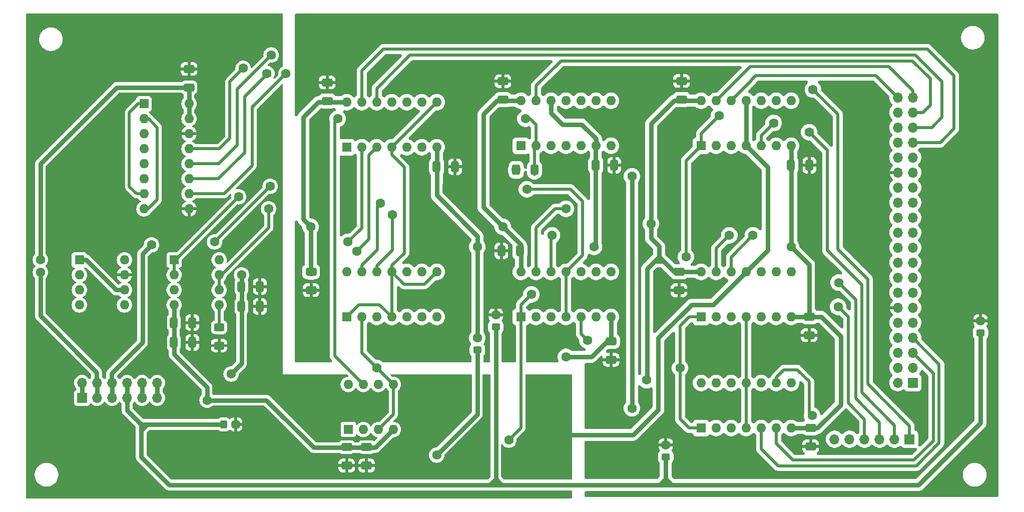
<source format=gbr>
%TF.GenerationSoftware,KiCad,Pcbnew,8.0.1*%
%TF.CreationDate,2024-04-03T15:50:24+05:30*%
%TF.ProjectId,FinalCircuit,46696e61-6c43-4697-9263-7569742e6b69,rev?*%
%TF.SameCoordinates,Original*%
%TF.FileFunction,Copper,L2,Bot*%
%TF.FilePolarity,Positive*%
%FSLAX46Y46*%
G04 Gerber Fmt 4.6, Leading zero omitted, Abs format (unit mm)*
G04 Created by KiCad (PCBNEW 8.0.1) date 2024-04-03 15:50:24*
%MOMM*%
%LPD*%
G01*
G04 APERTURE LIST*
G04 Aperture macros list*
%AMRoundRect*
0 Rectangle with rounded corners*
0 $1 Rounding radius*
0 $2 $3 $4 $5 $6 $7 $8 $9 X,Y pos of 4 corners*
0 Add a 4 corners polygon primitive as box body*
4,1,4,$2,$3,$4,$5,$6,$7,$8,$9,$2,$3,0*
0 Add four circle primitives for the rounded corners*
1,1,$1+$1,$2,$3*
1,1,$1+$1,$4,$5*
1,1,$1+$1,$6,$7*
1,1,$1+$1,$8,$9*
0 Add four rect primitives between the rounded corners*
20,1,$1+$1,$2,$3,$4,$5,0*
20,1,$1+$1,$4,$5,$6,$7,0*
20,1,$1+$1,$6,$7,$8,$9,0*
20,1,$1+$1,$8,$9,$2,$3,0*%
G04 Aperture macros list end*
%TA.AperFunction,ComponentPad*%
%ADD10R,1.600000X1.600000*%
%TD*%
%TA.AperFunction,ComponentPad*%
%ADD11O,1.600000X1.600000*%
%TD*%
%TA.AperFunction,ComponentPad*%
%ADD12R,1.700000X1.700000*%
%TD*%
%TA.AperFunction,ComponentPad*%
%ADD13O,1.700000X1.700000*%
%TD*%
%TA.AperFunction,SMDPad,CuDef*%
%ADD14RoundRect,0.250000X-0.412500X-0.650000X0.412500X-0.650000X0.412500X0.650000X-0.412500X0.650000X0*%
%TD*%
%TA.AperFunction,SMDPad,CuDef*%
%ADD15RoundRect,0.250000X-0.650000X0.412500X-0.650000X-0.412500X0.650000X-0.412500X0.650000X0.412500X0*%
%TD*%
%TA.AperFunction,SMDPad,CuDef*%
%ADD16RoundRect,0.250000X0.400000X0.625000X-0.400000X0.625000X-0.400000X-0.625000X0.400000X-0.625000X0*%
%TD*%
%TA.AperFunction,SMDPad,CuDef*%
%ADD17RoundRect,0.250000X0.325000X0.450000X-0.325000X0.450000X-0.325000X-0.450000X0.325000X-0.450000X0*%
%TD*%
%TA.AperFunction,SMDPad,CuDef*%
%ADD18RoundRect,0.250000X0.650000X-0.412500X0.650000X0.412500X-0.650000X0.412500X-0.650000X-0.412500X0*%
%TD*%
%TA.AperFunction,SMDPad,CuDef*%
%ADD19RoundRect,0.250000X0.625000X-0.400000X0.625000X0.400000X-0.625000X0.400000X-0.625000X-0.400000X0*%
%TD*%
%TA.AperFunction,SMDPad,CuDef*%
%ADD20RoundRect,0.250000X-0.450000X0.325000X-0.450000X-0.325000X0.450000X-0.325000X0.450000X0.325000X0*%
%TD*%
%TA.AperFunction,SMDPad,CuDef*%
%ADD21RoundRect,0.250000X0.412500X0.650000X-0.412500X0.650000X-0.412500X-0.650000X0.412500X-0.650000X0*%
%TD*%
%TA.AperFunction,ViaPad*%
%ADD22C,1.600000*%
%TD*%
%TA.AperFunction,Conductor*%
%ADD23C,0.800000*%
%TD*%
%TA.AperFunction,Conductor*%
%ADD24C,0.500000*%
%TD*%
G04 APERTURE END LIST*
D10*
%TO.P,U10,1*%
%TO.N,/S10out*%
X204724000Y-54356000D03*
D11*
%TO.P,U10,2*%
%TO.N,/Vt1*%
X207264000Y-54356000D03*
%TO.P,U10,3*%
X209804000Y-54356000D03*
%TO.P,U10,4*%
%TO.N,GNDA*%
X212344000Y-54356000D03*
%TO.P,U10,5*%
%TO.N,/Control_Vt1B*%
X214884000Y-54356000D03*
%TO.P,U10,6*%
%TO.N,/Control_Vt2A*%
X217424000Y-54356000D03*
%TO.P,U10,7,V_{SS}*%
%TO.N,/-5VD*%
X219964000Y-54356000D03*
%TO.P,U10,8*%
%TO.N,/S10out*%
X219964000Y-46736000D03*
%TO.P,U10,9*%
%TO.N,/Vt2*%
X217424000Y-46736000D03*
%TO.P,U10,10*%
X214884000Y-46736000D03*
%TO.P,U10,11*%
%TO.N,GNDA*%
X212344000Y-46736000D03*
%TO.P,U10,12*%
%TO.N,/Control_Vt2B*%
X209804000Y-46736000D03*
%TO.P,U10,13*%
%TO.N,/Control_Vt1A*%
X207264000Y-46736000D03*
%TO.P,U10,14,V_{DD}*%
%TO.N,/+SwitchD*%
X204724000Y-46736000D03*
%TD*%
D12*
%TO.P,J2,1,Pin_1*%
%TO.N,/+15V*%
X100000000Y-97000000D03*
D13*
%TO.P,J2,2,Pin_2*%
X100000000Y-94460000D03*
%TO.P,J2,3,Pin_3*%
%TO.N,/+5V*%
X102540000Y-97000000D03*
%TO.P,J2,4,Pin_4*%
X102540000Y-94460000D03*
%TO.P,J2,5,Pin_5*%
%TO.N,/+Switch*%
X105080000Y-97000000D03*
%TO.P,J2,6,Pin_6*%
X105080000Y-94460000D03*
%TO.P,J2,7,Pin_7*%
%TO.N,/PowerGND*%
X107620000Y-97000000D03*
%TO.P,J2,8,Pin_8*%
X107620000Y-94460000D03*
%TO.P,J2,9,Pin_9*%
%TO.N,/-5V*%
X110160000Y-97000000D03*
%TO.P,J2,10,Pin_10*%
X110160000Y-94460000D03*
%TO.P,J2,11,Pin_11*%
%TO.N,/-15V*%
X112700000Y-97000000D03*
%TO.P,J2,12,Pin_12*%
X112700000Y-94460000D03*
%TD*%
D10*
%TO.P,U6,1*%
%TO.N,/Main*%
X144775000Y-54600000D03*
D11*
%TO.P,U6,2*%
%TO.N,/S6out*%
X147315000Y-54600000D03*
%TO.P,U6,3*%
%TO.N,/S5out*%
X149855000Y-54600000D03*
%TO.P,U6,4*%
%TO.N,/Main*%
X152395000Y-54600000D03*
%TO.P,U6,5*%
%TO.N,/Control5*%
X154935000Y-54600000D03*
%TO.P,U6,6*%
%TO.N,/Control7*%
X157475000Y-54600000D03*
%TO.P,U6,7,V_{SS}*%
%TO.N,/-5VD*%
X160015000Y-54600000D03*
%TO.P,U6,8*%
%TO.N,/Main*%
X160015000Y-46980000D03*
%TO.P,U6,9*%
%TO.N,/S7out*%
X157475000Y-46980000D03*
%TO.P,U6,10*%
%TO.N,/S8out*%
X154935000Y-46980000D03*
%TO.P,U6,11*%
%TO.N,/S8in*%
X152395000Y-46980000D03*
%TO.P,U6,12*%
%TO.N,/Control8*%
X149855000Y-46980000D03*
%TO.P,U6,13*%
%TO.N,/Control6*%
X147315000Y-46980000D03*
%TO.P,U6,14,V_{DD}*%
%TO.N,/+SwitchD*%
X144775000Y-46980000D03*
%TD*%
D10*
%TO.P,U11,1*%
%TO.N,/Driver_FB*%
X174244000Y-54356000D03*
D11*
%TO.P,U11,2*%
%TO.N,/Main*%
X176784000Y-54356000D03*
%TO.P,U11,3*%
X179324000Y-54356000D03*
%TO.P,U11,4*%
%TO.N,/-5VA*%
X181864000Y-54356000D03*
%TO.P,U11,5*%
%TO.N,/ControlMain_Reset*%
X184404000Y-54356000D03*
%TO.P,U11,6*%
%TO.N,/-5VD*%
X186944000Y-54356000D03*
%TO.P,U11,7,V_{SS}*%
X189484000Y-54356000D03*
%TO.P,U11,8*%
%TO.N,unconnected-(U11-Pad8)*%
X189484000Y-46736000D03*
%TO.P,U11,9*%
%TO.N,unconnected-(U11-Pad9)*%
X186944000Y-46736000D03*
%TO.P,U11,10*%
%TO.N,unconnected-(U11-Pad10)*%
X184404000Y-46736000D03*
%TO.P,U11,11*%
%TO.N,unconnected-(U11-Pad11)*%
X181864000Y-46736000D03*
%TO.P,U11,12*%
%TO.N,/-5VD*%
X179324000Y-46736000D03*
%TO.P,U11,13*%
%TO.N,/ControlMain_ReadWrite*%
X176784000Y-46736000D03*
%TO.P,U11,14,V_{DD}*%
%TO.N,/+SwitchD*%
X174244000Y-46736000D03*
%TD*%
D10*
%TO.P,U3,1,CH0*%
%TO.N,/S7out*%
X110490000Y-47244000D03*
D11*
%TO.P,U3,2,CH1*%
%TO.N,/S8out*%
X110490000Y-49784000D03*
%TO.P,U3,3,CH2*%
%TO.N,unconnected-(U3-CH2-Pad3)*%
X110490000Y-52324000D03*
%TO.P,U3,4,CH3*%
%TO.N,unconnected-(U3-CH3-Pad4)*%
X110490000Y-54864000D03*
%TO.P,U3,5,CH4*%
%TO.N,unconnected-(U3-CH4-Pad5)*%
X110490000Y-57404000D03*
%TO.P,U3,6,CH5*%
%TO.N,unconnected-(U3-CH5-Pad6)*%
X110490000Y-59944000D03*
%TO.P,U3,7,CH6*%
%TO.N,/S7out*%
X110490000Y-62484000D03*
%TO.P,U3,8,CH7*%
%TO.N,/S8out*%
X110490000Y-65024000D03*
%TO.P,U3,9,DGND*%
%TO.N,GNDA*%
X118110000Y-65024000D03*
%TO.P,U3,10,~{CS}/SHDN*%
%TO.N,/ADC_CSbar*%
X118110000Y-62484000D03*
%TO.P,U3,11,Din*%
%TO.N,/Din*%
X118110000Y-59944000D03*
%TO.P,U3,12,Dout*%
%TO.N,/Dout*%
X118110000Y-57404000D03*
%TO.P,U3,13,CLK*%
%TO.N,/CLK*%
X118110000Y-54864000D03*
%TO.P,U3,14,AGND*%
%TO.N,GNDA*%
X118110000Y-52324000D03*
%TO.P,U3,15,Vref*%
%TO.N,/+5VA*%
X118110000Y-49784000D03*
%TO.P,U3,16,Vdd*%
X118110000Y-47244000D03*
%TD*%
D10*
%TO.P,U4,1,Vdd*%
%TO.N,/+5VA*%
X99568000Y-73660000D03*
D11*
%TO.P,U4,2,~{CS}*%
%TO.N,/DAC_CSbar*%
X99568000Y-76200000D03*
%TO.P,U4,3,SCK*%
%TO.N,/SCK*%
X99568000Y-78740000D03*
%TO.P,U4,4,SDI*%
%TO.N,/SDI*%
X99568000Y-81280000D03*
%TO.P,U4,5,~{LDAC}*%
%TO.N,/LDACbar*%
X107188000Y-81280000D03*
%TO.P,U4,6,Vref*%
%TO.N,/+5VA*%
X107188000Y-78740000D03*
%TO.P,U4,7,Vss*%
%TO.N,GNDA*%
X107188000Y-76200000D03*
%TO.P,U4,8,Vout*%
%TO.N,/DAC_output*%
X107188000Y-73660000D03*
%TD*%
D10*
%TO.P,U1,1*%
%TO.N,/Driver_FB*%
X115580000Y-73660000D03*
D11*
%TO.P,U1,2,-*%
X115580000Y-76200000D03*
%TO.P,U1,3,+*%
%TO.N,/DAC_output*%
X115580000Y-78740000D03*
%TO.P,U1,4,V-*%
%TO.N,/-15VA*%
X115580000Y-81280000D03*
%TO.P,U1,5,+*%
%TO.N,Net-(U1B-+)*%
X123200000Y-81280000D03*
%TO.P,U1,6,-*%
%TO.N,/S10inB*%
X123200000Y-78740000D03*
%TO.P,U1,7*%
X123200000Y-76200000D03*
%TO.P,U1,8,V+*%
%TO.N,/+15VA*%
X123200000Y-73660000D03*
%TD*%
D10*
%TO.P,U9,1*%
%TO.N,/Driver_op*%
X204724000Y-83312000D03*
D11*
%TO.P,U9,2*%
%TO.N,/Hz3*%
X207264000Y-83312000D03*
%TO.P,U9,3*%
X209804000Y-83312000D03*
%TO.P,U9,4*%
%TO.N,/S9out*%
X212344000Y-83312000D03*
%TO.P,U9,5*%
%TO.N,/Control_Hz3B*%
X214884000Y-83312000D03*
%TO.P,U9,6*%
%TO.N,/Control_Vt3A*%
X217424000Y-83312000D03*
%TO.P,U9,7,V_{SS}*%
%TO.N,/-5VD*%
X219964000Y-83312000D03*
%TO.P,U9,8*%
%TO.N,/S10out*%
X219964000Y-75692000D03*
%TO.P,U9,9*%
%TO.N,/Vt3*%
X217424000Y-75692000D03*
%TO.P,U9,10*%
X214884000Y-75692000D03*
%TO.P,U9,11*%
%TO.N,GNDA*%
X212344000Y-75692000D03*
%TO.P,U9,12*%
%TO.N,/Control_Vt3B*%
X209804000Y-75692000D03*
%TO.P,U9,13*%
%TO.N,/Control_Hz3A*%
X207264000Y-75692000D03*
%TO.P,U9,14,V_{DD}*%
%TO.N,/+SwitchD*%
X204724000Y-75692000D03*
%TD*%
D10*
%TO.P,U7,1*%
%TO.N,/Read_FB*%
X174244000Y-83312000D03*
D11*
%TO.P,U7,2*%
%TO.N,/S9out*%
X176784000Y-83312000D03*
%TO.P,U7,3*%
X179324000Y-83312000D03*
%TO.P,U7,4*%
%TO.N,/S10inB*%
X181864000Y-83312000D03*
%TO.P,U7,5*%
%TO.N,/Control9B*%
X184404000Y-83312000D03*
%TO.P,U7,6*%
%TO.N,/Control10A*%
X186944000Y-83312000D03*
%TO.P,U7,7,V_{SS}*%
%TO.N,/-5VD*%
X189484000Y-83312000D03*
%TO.P,U7,8*%
%TO.N,/Read_FB*%
X189484000Y-75692000D03*
%TO.P,U7,9*%
%TO.N,/S10out*%
X186944000Y-75692000D03*
%TO.P,U7,10*%
X184404000Y-75692000D03*
%TO.P,U7,11*%
%TO.N,/S10inB*%
X181864000Y-75692000D03*
%TO.P,U7,12*%
%TO.N,/Control10B*%
X179324000Y-75692000D03*
%TO.P,U7,13*%
%TO.N,/Control9A*%
X176784000Y-75692000D03*
%TO.P,U7,14,V_{DD}*%
%TO.N,/+SwitchD*%
X174244000Y-75692000D03*
%TD*%
D12*
%TO.P,J3,1,Pin_1*%
%TO.N,/Vt2*%
X240000000Y-104000000D03*
D13*
%TO.P,J3,2,Pin_2*%
%TO.N,/Vt1*%
X237460000Y-104000000D03*
%TO.P,J3,3,Pin_3*%
%TO.N,/Vt3*%
X234920000Y-104000000D03*
%TO.P,J3,4,Pin_4*%
%TO.N,/Hz3*%
X232380000Y-104000000D03*
%TO.P,J3,5,Pin_5*%
%TO.N,/Hz2*%
X229840000Y-104000000D03*
%TO.P,J3,6,Pin_6*%
%TO.N,/Hz1*%
X227300000Y-104000000D03*
%TD*%
D10*
%TO.P,U8,1*%
%TO.N,/Driver_op*%
X204724000Y-102108000D03*
D11*
%TO.P,U8,2*%
%TO.N,/Hz1*%
X207264000Y-102108000D03*
%TO.P,U8,3*%
X209804000Y-102108000D03*
%TO.P,U8,4*%
%TO.N,/S9out*%
X212344000Y-102108000D03*
%TO.P,U8,5*%
%TO.N,/Control_Hz1B*%
X214884000Y-102108000D03*
%TO.P,U8,6*%
%TO.N,/Control_Hz2A*%
X217424000Y-102108000D03*
%TO.P,U8,7,V_{SS}*%
%TO.N,/-5VD*%
X219964000Y-102108000D03*
%TO.P,U8,8*%
%TO.N,/Driver_op*%
X219964000Y-94488000D03*
%TO.P,U8,9*%
%TO.N,/Hz2*%
X217424000Y-94488000D03*
%TO.P,U8,10*%
X214884000Y-94488000D03*
%TO.P,U8,11*%
%TO.N,/S9out*%
X212344000Y-94488000D03*
%TO.P,U8,12*%
%TO.N,/Control_Hz2B*%
X209804000Y-94488000D03*
%TO.P,U8,13*%
%TO.N,/Control_Hz1A*%
X207264000Y-94488000D03*
%TO.P,U8,14,V_{DD}*%
%TO.N,/+SwitchD*%
X204724000Y-94488000D03*
%TD*%
D10*
%TO.P,U5,1*%
%TO.N,/Main*%
X144780000Y-83312000D03*
D11*
%TO.P,U5,2*%
%TO.N,/Driver_op*%
X147320000Y-83312000D03*
%TO.P,U5,3*%
%TO.N,/S2out*%
X149860000Y-83312000D03*
%TO.P,U5,4*%
%TO.N,/Main*%
X152400000Y-83312000D03*
%TO.P,U5,5*%
%TO.N,/Control2*%
X154940000Y-83312000D03*
%TO.P,U5,6*%
%TO.N,/Control3*%
X157480000Y-83312000D03*
%TO.P,U5,7,V_{SS}*%
%TO.N,/-5VD*%
X160020000Y-83312000D03*
%TO.P,U5,8*%
%TO.N,/Main*%
X160020000Y-75692000D03*
%TO.P,U5,9*%
%TO.N,/S3out*%
X157480000Y-75692000D03*
%TO.P,U5,10*%
%TO.N,/S4out*%
X154940000Y-75692000D03*
%TO.P,U5,11*%
%TO.N,/Main*%
X152400000Y-75692000D03*
%TO.P,U5,12*%
%TO.N,/Control4*%
X149860000Y-75692000D03*
%TO.P,U5,13*%
%TO.N,/Control1*%
X147320000Y-75692000D03*
%TO.P,U5,14,V_{DD}*%
%TO.N,/+SwitchD*%
X144780000Y-75692000D03*
%TD*%
D10*
%TO.P,U2,1*%
%TO.N,/Read_FB*%
X145044000Y-102352000D03*
D11*
%TO.P,U2,2,-*%
X147584000Y-102352000D03*
%TO.P,U2,3,+*%
%TO.N,/Driver_op*%
X150124000Y-102352000D03*
%TO.P,U2,4,V-*%
%TO.N,/-15VA*%
X152664000Y-102352000D03*
%TO.P,U2,5,+*%
%TO.N,/Driver_op*%
X152664000Y-94732000D03*
%TO.P,U2,6,-*%
%TO.N,/S8in*%
X150124000Y-94732000D03*
%TO.P,U2,7*%
X147584000Y-94732000D03*
%TO.P,U2,8,V+*%
%TO.N,/+15VA*%
X145044000Y-94732000D03*
%TD*%
D14*
%TO.P,C3,1*%
%TO.N,/-15VA*%
X115531500Y-87630000D03*
%TO.P,C3,2*%
%TO.N,GNDA*%
X118656500Y-87630000D03*
%TD*%
D15*
%TO.P,C19,1*%
%TO.N,/+SwitchD*%
X201000000Y-75687500D03*
%TO.P,C19,2*%
%TO.N,GNDD*%
X201000000Y-78812500D03*
%TD*%
D16*
%TO.P,R10,1*%
%TO.N,/Main*%
X176550000Y-58420000D03*
%TO.P,R10,2*%
%TO.N,Net-(U1B-+)*%
X173450000Y-58420000D03*
%TD*%
D17*
%TO.P,FB2,1*%
%TO.N,GNDA*%
X126025000Y-101500000D03*
%TO.P,FB2,2*%
%TO.N,/PowerGND*%
X123975000Y-101500000D03*
%TD*%
D15*
%TO.P,C12,1*%
%TO.N,/-5VD*%
X223266000Y-102069500D03*
%TO.P,C12,2*%
%TO.N,GNDD*%
X223266000Y-105194500D03*
%TD*%
D18*
%TO.P,C25,1*%
%TO.N,/+SwitchD*%
X141478000Y-46774500D03*
%TO.P,C25,2*%
%TO.N,GNDD*%
X141478000Y-43649500D03*
%TD*%
D19*
%TO.P,R6,1*%
%TO.N,GNDA*%
X123190000Y-88164000D03*
%TO.P,R6,2*%
%TO.N,Net-(U1B-+)*%
X123190000Y-85064000D03*
%TD*%
D15*
%TO.P,C20,1*%
%TO.N,/-5VD*%
X223012000Y-83273500D03*
%TO.P,C20,2*%
%TO.N,GNDD*%
X223012000Y-86398500D03*
%TD*%
%TO.P,C10,1*%
%TO.N,/-5VD*%
X189500000Y-87437500D03*
%TO.P,C10,2*%
%TO.N,GNDD*%
X189500000Y-90562500D03*
%TD*%
D20*
%TO.P,FB1,1*%
%TO.N,GNDD*%
X170000000Y-82975000D03*
%TO.P,FB1,2*%
%TO.N,/PowerGND*%
X170000000Y-85025000D03*
%TD*%
D14*
%TO.P,C1,1*%
%TO.N,/+15VA*%
X126961500Y-81534000D03*
%TO.P,C1,2*%
%TO.N,GNDA*%
X130086500Y-81534000D03*
%TD*%
%TO.P,C24,1*%
%TO.N,/-5VD*%
X186905500Y-57658000D03*
%TO.P,C24,2*%
%TO.N,GNDD*%
X190030500Y-57658000D03*
%TD*%
D15*
%TO.P,C16,1*%
%TO.N,/+SwitchD*%
X138750000Y-75653500D03*
%TO.P,C16,2*%
%TO.N,GNDD*%
X138750000Y-78778500D03*
%TD*%
D14*
%TO.P,C4,1*%
%TO.N,/-15VA*%
X115531500Y-84280000D03*
%TO.P,C4,2*%
%TO.N,GNDA*%
X118656500Y-84280000D03*
%TD*%
D18*
%TO.P,C17,1*%
%TO.N,/+SwitchD*%
X201422000Y-46520500D03*
%TO.P,C17,2*%
%TO.N,GNDD*%
X201422000Y-43395500D03*
%TD*%
D15*
%TO.P,C7,1*%
%TO.N,/-15VA*%
X144780000Y-105333000D03*
%TO.P,C7,2*%
%TO.N,GNDA*%
X144780000Y-108458000D03*
%TD*%
D14*
%TO.P,C2,1*%
%TO.N,/+15VA*%
X126961500Y-78184000D03*
%TO.P,C2,2*%
%TO.N,GNDA*%
X130086500Y-78184000D03*
%TD*%
D12*
%TO.P,J1,1,Pin_1*%
%TO.N,/Control_Hz2B*%
X240538000Y-94437200D03*
D13*
%TO.P,J1,2,Pin_2*%
%TO.N,/Control2*%
X237998000Y-94437200D03*
%TO.P,J1,3,Pin_3*%
%TO.N,/Control_Hz1A*%
X240538000Y-91897200D03*
%TO.P,J1,4,Pin_4*%
%TO.N,/Control3*%
X237998000Y-91897200D03*
%TO.P,J1,5,Pin_5*%
%TO.N,/Control_Hz2A*%
X240538000Y-89357200D03*
%TO.P,J1,6,Pin_6*%
%TO.N,/Control9B*%
X237998000Y-89357200D03*
%TO.P,J1,7,Pin_7*%
%TO.N,/Control_Hz1B*%
X240538000Y-86817200D03*
%TO.P,J1,8,Pin_8*%
%TO.N,/Control_Hz3B*%
X237998000Y-86817200D03*
%TO.P,J1,9,Pin_9*%
%TO.N,/LDACbar*%
X240538000Y-84277200D03*
%TO.P,J1,10,Pin_10*%
%TO.N,/Control_Vt3A*%
X237998000Y-84277200D03*
%TO.P,J1,11,Pin_11*%
%TO.N,unconnected-(J1-Pin_11-Pad11)*%
X240538000Y-81737200D03*
%TO.P,J1,12,Pin_12*%
%TO.N,GNDD*%
X237998000Y-81737200D03*
%TO.P,J1,13,Pin_13*%
%TO.N,/SDI*%
X240538000Y-79197200D03*
%TO.P,J1,14,Pin_14*%
%TO.N,/Control10A*%
X237998000Y-79197200D03*
%TO.P,J1,15,Pin_15*%
%TO.N,/SCK*%
X240538000Y-76657200D03*
%TO.P,J1,16,Pin_16*%
%TO.N,/Control_Vt3B*%
X237998000Y-76657200D03*
%TO.P,J1,17,Pin_17*%
%TO.N,/DAC_CSbar*%
X240538000Y-74117200D03*
%TO.P,J1,18,Pin_18*%
%TO.N,/Control_Hz3A*%
X237998000Y-74117200D03*
%TO.P,J1,19,Pin_19*%
%TO.N,unconnected-(J1-Pin_19-Pad19)*%
X240538000Y-71577200D03*
%TO.P,J1,20,Pin_20*%
%TO.N,/Control10B*%
X237998000Y-71577200D03*
%TO.P,J1,21,Pin_21*%
%TO.N,unconnected-(J1-Pin_21-Pad21)*%
X240538000Y-69037200D03*
%TO.P,J1,22,Pin_22*%
%TO.N,/Control9A*%
X237998000Y-69037200D03*
%TO.P,J1,23,Pin_23*%
%TO.N,/CLK*%
X240538000Y-66497200D03*
%TO.P,J1,24,Pin_24*%
%TO.N,/Control4*%
X237998000Y-66497200D03*
%TO.P,J1,25,Pin_25*%
%TO.N,/Dout*%
X240538000Y-63957200D03*
%TO.P,J1,26,Pin_26*%
%TO.N,/Control1*%
X237998000Y-63957200D03*
%TO.P,J1,27,Pin_27*%
%TO.N,/Din*%
X240538000Y-61417200D03*
%TO.P,J1,28,Pin_28*%
%TO.N,/ControlMain_Reset*%
X237998000Y-61417200D03*
%TO.P,J1,29,Pin_29*%
%TO.N,unconnected-(J1-Pin_29-Pad29)*%
X240538000Y-58877200D03*
%TO.P,J1,30,Pin_30*%
%TO.N,GNDD*%
X237998000Y-58877200D03*
%TO.P,J1,31,Pin_31*%
%TO.N,/ADC_CSbar*%
X240538000Y-56337200D03*
%TO.P,J1,32,Pin_32*%
%TO.N,/Control7*%
X237998000Y-56337200D03*
%TO.P,J1,33,Pin_33*%
%TO.N,/Control6*%
X240538000Y-53797200D03*
%TO.P,J1,34,Pin_34*%
%TO.N,/Control5*%
X237998000Y-53797200D03*
%TO.P,J1,35,Pin_35*%
%TO.N,/Control8*%
X240538000Y-51257200D03*
%TO.P,J1,36,Pin_36*%
%TO.N,/Control_Vt2A*%
X237998000Y-51257200D03*
%TO.P,J1,37,Pin_37*%
%TO.N,/ControlMain_ReadWrite*%
X240538000Y-48717200D03*
%TO.P,J1,38,Pin_38*%
%TO.N,/Control_Vt1B*%
X237998000Y-48717200D03*
%TO.P,J1,39,Pin_39*%
%TO.N,/Control_Vt1A*%
X240538000Y-46177200D03*
%TO.P,J1,40,Pin_40*%
%TO.N,/Control_Vt2B*%
X237998000Y-46177200D03*
%TD*%
D20*
%TO.P,FB10,1*%
%TO.N,GNDD*%
X198750000Y-104950000D03*
%TO.P,FB10,2*%
%TO.N,/PowerGND*%
X198750000Y-107000000D03*
%TD*%
%TO.P,FB7,1*%
%TO.N,GNDD*%
X252000000Y-83950000D03*
%TO.P,FB7,2*%
%TO.N,/PowerGND*%
X252000000Y-86000000D03*
%TD*%
D14*
%TO.P,C26,1*%
%TO.N,/-5VD*%
X159981500Y-57912000D03*
%TO.P,C26,2*%
%TO.N,GNDD*%
X163106500Y-57912000D03*
%TD*%
D18*
%TO.P,C23,1*%
%TO.N,/+SwitchD*%
X171196000Y-46562500D03*
%TO.P,C23,2*%
%TO.N,GNDD*%
X171196000Y-43437500D03*
%TD*%
%TO.P,C13,1*%
%TO.N,/+5VA*%
X118110000Y-44488500D03*
%TO.P,C13,2*%
%TO.N,GNDA*%
X118110000Y-41363500D03*
%TD*%
D20*
%TO.P,FB4,1*%
%TO.N,/-5VD*%
X166878000Y-86859000D03*
%TO.P,FB4,2*%
%TO.N,/-5V*%
X166878000Y-88909000D03*
%TD*%
D15*
%TO.P,C8,1*%
%TO.N,/-15VA*%
X148130000Y-105333000D03*
%TO.P,C8,2*%
%TO.N,GNDA*%
X148130000Y-108458000D03*
%TD*%
D14*
%TO.P,C18,1*%
%TO.N,/-5VD*%
X219925500Y-57658000D03*
%TO.P,C18,2*%
%TO.N,GNDD*%
X223050500Y-57658000D03*
%TD*%
D21*
%TO.P,C9,1*%
%TO.N,/+SwitchD*%
X174062500Y-72136000D03*
%TO.P,C9,2*%
%TO.N,GNDD*%
X170937500Y-72136000D03*
%TD*%
D22*
%TO.N,GNDA*%
X103000000Y-90000000D03*
X114554000Y-56642000D03*
X125000000Y-35000000D03*
X100000000Y-45000000D03*
X95000000Y-45000000D03*
X112500000Y-90000000D03*
X178250000Y-103500000D03*
X126000000Y-101500000D03*
X113250000Y-105500000D03*
X110000000Y-40000000D03*
X158000000Y-100750000D03*
X121920000Y-49784000D03*
X110000000Y-35000000D03*
X100000000Y-60000000D03*
X105000000Y-70000000D03*
X105000000Y-55000000D03*
X120000000Y-35000000D03*
X131826000Y-52324000D03*
X100000000Y-65000000D03*
X130000000Y-35000000D03*
X105000000Y-65000000D03*
X100000000Y-40000000D03*
X114554000Y-62992000D03*
X100000000Y-55000000D03*
X133500000Y-104000000D03*
X103750000Y-102000000D03*
X118750000Y-74750000D03*
X163500000Y-98250000D03*
X115000000Y-35000000D03*
X100000000Y-35000000D03*
X105000000Y-40000000D03*
X115000000Y-40000000D03*
X114554000Y-50800000D03*
X105000000Y-35000000D03*
X118750000Y-81250000D03*
X106250000Y-105750000D03*
X140750000Y-101750000D03*
X103250000Y-80000000D03*
X105000000Y-60000000D03*
X100000000Y-70000000D03*
X178250000Y-98750000D03*
X148000000Y-98500000D03*
X122000000Y-104250000D03*
X95000000Y-50000000D03*
X106750000Y-86000000D03*
%TO.N,GNDD*%
X241700000Y-99900000D03*
X200500000Y-51500000D03*
X167640000Y-41656000D03*
X178250000Y-87000000D03*
X252000000Y-84000000D03*
X140250000Y-63750000D03*
X146000000Y-34000000D03*
X140250000Y-56250000D03*
X250000000Y-65000000D03*
X163250000Y-71750000D03*
X229300000Y-99900000D03*
X214250000Y-87000000D03*
X204750000Y-67250000D03*
X210250000Y-87000000D03*
X253000000Y-50000000D03*
X202000000Y-34000000D03*
X206750000Y-98500000D03*
X234289600Y-58877200D03*
X253000000Y-55000000D03*
X253000000Y-60000000D03*
X157500000Y-80000000D03*
X216200000Y-44200000D03*
X244500000Y-84500000D03*
X148590000Y-51054000D03*
X225750000Y-88250000D03*
X231000000Y-46000000D03*
X150368000Y-41656000D03*
X156464000Y-41656000D03*
X165100000Y-45466000D03*
X234000000Y-34000000D03*
X153500000Y-49750000D03*
X150000000Y-87000000D03*
X229920800Y-55524400D03*
X145288000Y-63754000D03*
X242000000Y-34000000D03*
X189992000Y-42672000D03*
X250000000Y-75000000D03*
X154000000Y-34000000D03*
X170000000Y-34000000D03*
X138430000Y-41656000D03*
X185166000Y-80264000D03*
X162052000Y-41656000D03*
X216500000Y-99250000D03*
X139000000Y-34000000D03*
X234899200Y-81788000D03*
X218000000Y-34000000D03*
X246000000Y-112000000D03*
X253000000Y-45000000D03*
X210000000Y-34000000D03*
X152750000Y-89250000D03*
X164000000Y-78500000D03*
X140250000Y-52000000D03*
X245000000Y-70000000D03*
X204000000Y-106000000D03*
X253000000Y-105000000D03*
X189000000Y-99250000D03*
X140250000Y-82000000D03*
X197866000Y-76962000D03*
X178000000Y-34000000D03*
X170180000Y-55118000D03*
X206248000Y-42672000D03*
X194000000Y-34000000D03*
X199250000Y-67500000D03*
X181102000Y-57658000D03*
X184404000Y-42672000D03*
X186000000Y-34000000D03*
X170000000Y-82975000D03*
X250000000Y-70000000D03*
X198374000Y-81788000D03*
X195326000Y-42672000D03*
X244500000Y-56750000D03*
X162000000Y-34000000D03*
X226000000Y-34000000D03*
X170000000Y-76000000D03*
X194750000Y-47750000D03*
X198750000Y-102000000D03*
X163250000Y-89250000D03*
X157500000Y-71750000D03*
X198750000Y-105000000D03*
X189738000Y-60198000D03*
X144272000Y-41656000D03*
X209000000Y-106000000D03*
X138000000Y-85250000D03*
X173482000Y-41656000D03*
%TO.N,/Driver_FB*%
X126492000Y-62992000D03*
%TO.N,/Control1*%
X150500000Y-64050000D03*
%TO.N,/Driver_op*%
X201168000Y-91948000D03*
X149860000Y-91948000D03*
%TO.N,/+5V*%
X92964000Y-75751003D03*
%TO.N,/-5VD*%
X219964000Y-71452000D03*
X186612000Y-71452000D03*
X181864000Y-90062500D03*
X166878000Y-71452000D03*
X166878000Y-86859000D03*
%TO.N,/S8in*%
X143256000Y-49784000D03*
%TO.N,/Control9B*%
X185500000Y-87250000D03*
%TO.N,/S10out*%
X202184000Y-73152000D03*
X207772000Y-49276000D03*
%TO.N,/Control9A*%
X181864000Y-65024000D03*
%TO.N,/Control10B*%
X179500000Y-69500000D03*
%TO.N,/S10inB*%
X131572000Y-65024000D03*
X175260000Y-61722000D03*
%TO.N,/Hz2*%
X223500000Y-100000000D03*
%TO.N,/Vt1*%
X223000000Y-52070000D03*
%TO.N,/Vt2*%
X223658000Y-44842000D03*
%TO.N,/CLK*%
X127250000Y-41250000D03*
%TO.N,/Din*%
X131292893Y-42138000D03*
%TO.N,/Dout*%
X132000000Y-39000000D03*
%TO.N,/ADC_CSbar*%
X134500000Y-42138000D03*
%TO.N,/S5out*%
X146500000Y-72162000D03*
%TO.N,/S6out*%
X145000000Y-70612000D03*
%TO.N,/-5V*%
X193040000Y-98750000D03*
X193040000Y-59525000D03*
X160000000Y-106680000D03*
%TO.N,/+5VA*%
X92964000Y-73651000D03*
%TO.N,/Control4*%
X152500000Y-66000000D03*
%TO.N,/Vt3*%
X228000000Y-77500000D03*
%TO.N,/Hz3*%
X227902000Y-81598000D03*
%TO.N,/Main*%
X175006000Y-49784000D03*
%TO.N,/Control_Hz3A*%
X209500000Y-69500000D03*
%TO.N,/Control_Vt3B*%
X213500000Y-69500000D03*
%TO.N,/Control_Vt1B*%
X217000000Y-50500000D03*
%TO.N,/+15VA*%
X127000000Y-76200000D03*
X125232000Y-92964000D03*
%TO.N,/-15VA*%
X121158000Y-97400000D03*
%TO.N,/+SwitchD*%
X138750000Y-75653500D03*
X195500000Y-94000000D03*
X196250000Y-67564000D03*
X171196000Y-68072000D03*
X138684000Y-68072000D03*
%TO.N,/+Switch*%
X111760000Y-71120000D03*
%TO.N,Net-(U1B-+)*%
X173450000Y-58420000D03*
X131826000Y-61214000D03*
X122428000Y-70612000D03*
%TO.N,/Read_FB*%
X176022000Y-79502000D03*
X172212000Y-104140000D03*
%TD*%
D23*
%TO.N,GNDA*%
X203127654Y-81250000D02*
X206786000Y-81250000D01*
X178500000Y-103250000D02*
X193250000Y-103250000D01*
X212344000Y-54356000D02*
X216000000Y-58012000D01*
X216000000Y-72036000D02*
X212344000Y-75692000D01*
X212344000Y-46736000D02*
X212344000Y-54356000D01*
X206786000Y-81250000D02*
X212344000Y-75692000D01*
X216000000Y-58012000D02*
X216000000Y-72036000D01*
X197500000Y-86877654D02*
X203127654Y-81250000D01*
X197500000Y-99000000D02*
X197500000Y-86877654D01*
X178250000Y-103500000D02*
X178500000Y-103250000D01*
X193250000Y-103250000D02*
X197500000Y-99000000D01*
%TO.N,/+15V*%
X100000000Y-97000000D02*
X100000000Y-94460000D01*
%TO.N,/-15V*%
X112700000Y-97000000D02*
X112700000Y-94460000D01*
%TO.N,/PowerGND*%
X252000000Y-101250000D02*
X252000000Y-86000000D01*
X198750000Y-111750000D02*
X199750000Y-111750000D01*
X197750000Y-111750000D02*
X198750000Y-110750000D01*
X198750000Y-110750000D02*
X198750000Y-107000000D01*
X199750000Y-111750000D02*
X198750000Y-110750000D01*
X110998000Y-101500000D02*
X123975000Y-101500000D01*
X110000000Y-102362000D02*
X110136000Y-102362000D01*
X110000000Y-101500000D02*
X110000000Y-102362000D01*
X171000000Y-111750000D02*
X197750000Y-111750000D01*
X197750000Y-111750000D02*
X198750000Y-111750000D01*
X107620000Y-98960000D02*
X107620000Y-97000000D01*
X110000000Y-102362000D02*
X110000000Y-107000000D01*
X171000000Y-111750000D02*
X170000000Y-110750000D01*
X110000000Y-101500000D02*
X110998000Y-101500000D01*
X110000000Y-101500000D02*
X107620000Y-99120000D01*
X170000000Y-85025000D02*
X170000000Y-110750000D01*
X170000000Y-110750000D02*
X170000000Y-111750000D01*
X107620000Y-99120000D02*
X107620000Y-98960000D01*
X110136000Y-102362000D02*
X110998000Y-101500000D01*
X241500000Y-111750000D02*
X252000000Y-101250000D01*
X198750000Y-111750000D02*
X198750000Y-110750000D01*
X114750000Y-111750000D02*
X169000000Y-111750000D01*
X199750000Y-111750000D02*
X241500000Y-111750000D01*
X169000000Y-111750000D02*
X171000000Y-111750000D01*
X169000000Y-111750000D02*
X170000000Y-110750000D01*
X110000000Y-107000000D02*
X114750000Y-111750000D01*
X107620000Y-97000000D02*
X107620000Y-94460000D01*
D24*
%TO.N,/Driver_FB*%
X126492000Y-62992000D02*
X115824000Y-73660000D01*
X115824000Y-73660000D02*
X115580000Y-73660000D01*
X115580000Y-76200000D02*
X115580000Y-73660000D01*
%TO.N,/S8out*%
X112750000Y-51250000D02*
X112750000Y-63500000D01*
X112750000Y-63500000D02*
X111226000Y-65024000D01*
X111226000Y-65024000D02*
X110490000Y-65024000D01*
X110490000Y-49784000D02*
X111284000Y-49784000D01*
X111284000Y-49784000D02*
X112750000Y-51250000D01*
%TO.N,/S7out*%
X109234000Y-62484000D02*
X110490000Y-62484000D01*
X108000000Y-48750000D02*
X108000000Y-61250000D01*
X110490000Y-47244000D02*
X109506000Y-47244000D01*
X108000000Y-61250000D02*
X109234000Y-62484000D01*
X109506000Y-47244000D02*
X108000000Y-48750000D01*
%TO.N,/Control1*%
X147320000Y-75692000D02*
X147320000Y-74609984D01*
X150000000Y-64550000D02*
X150500000Y-64050000D01*
X150000000Y-71929984D02*
X150000000Y-64550000D01*
X147320000Y-74609984D02*
X150000000Y-71929984D01*
%TO.N,/Driver_op*%
X149860000Y-91948000D02*
X152644000Y-94732000D01*
X152664000Y-99812000D02*
X150124000Y-102352000D01*
X201168000Y-91948000D02*
X201168000Y-84836000D01*
X149860000Y-91948000D02*
X147320000Y-89408000D01*
X147320000Y-89408000D02*
X147320000Y-83312000D01*
X201168000Y-91948000D02*
X201168000Y-100584000D01*
X202692000Y-83312000D02*
X204724000Y-83312000D01*
X152644000Y-94732000D02*
X152664000Y-94732000D01*
X152664000Y-94732000D02*
X152664000Y-99812000D01*
X202692000Y-102108000D02*
X204724000Y-102108000D01*
X201168000Y-84836000D02*
X202692000Y-83312000D01*
X201168000Y-100584000D02*
X202692000Y-102108000D01*
%TO.N,/Control8*%
X245500000Y-49500000D02*
X245500000Y-43500000D01*
X155500000Y-39000000D02*
X149855000Y-44645000D01*
X241000000Y-39000000D02*
X155500000Y-39000000D01*
X149855000Y-44645000D02*
X149855000Y-46980000D01*
X240580800Y-51257200D02*
X243742800Y-51257200D01*
X245500000Y-43500000D02*
X241000000Y-39000000D01*
X240538000Y-51300000D02*
X240580800Y-51257200D01*
X243742800Y-51257200D02*
X245500000Y-49500000D01*
D23*
%TO.N,/+5V*%
X102460000Y-94460000D02*
X102460000Y-92660000D01*
X102460000Y-92660000D02*
X92964000Y-83164000D01*
X92964000Y-83164000D02*
X92964000Y-75751003D01*
X102540000Y-97000000D02*
X102540000Y-94460000D01*
%TO.N,/-5VD*%
X186905500Y-71158500D02*
X186905500Y-57658000D01*
X166878000Y-86859000D02*
X166878000Y-71452000D01*
X188812500Y-87437500D02*
X189500000Y-87437500D01*
X224392000Y-102108000D02*
X219964000Y-102108000D01*
X189484000Y-85619500D02*
X189484000Y-83312000D01*
X219964000Y-71452000D02*
X223000000Y-74488000D01*
X219964000Y-71452000D02*
X219964000Y-54356000D01*
X179324000Y-46736000D02*
X179324000Y-48824000D01*
X166878000Y-69628000D02*
X160000000Y-62750000D01*
X189500000Y-87437500D02*
X189500000Y-85635500D01*
X223000000Y-83261500D02*
X223012000Y-83273500D01*
X181250000Y-50750000D02*
X184500000Y-50750000D01*
X186612000Y-71452000D02*
X186905500Y-71158500D01*
X160000000Y-62750000D02*
X160000000Y-60716000D01*
X160000000Y-60716000D02*
X160015000Y-60701000D01*
X166878000Y-71452000D02*
X166878000Y-69628000D01*
X186905500Y-57658000D02*
X186905500Y-54394500D01*
X223012000Y-83273500D02*
X225023500Y-83273500D01*
X189500000Y-85635500D02*
X189484000Y-85619500D01*
X160015000Y-60701000D02*
X160015000Y-54600000D01*
X186944000Y-53194000D02*
X186944000Y-54356000D01*
X225023500Y-83273500D02*
X228346000Y-86596000D01*
X184500000Y-50750000D02*
X186944000Y-53194000D01*
X228346000Y-86596000D02*
X228346000Y-98154000D01*
X223012000Y-83273500D02*
X220002500Y-83273500D01*
X186187500Y-90062500D02*
X188812500Y-87437500D01*
X181864000Y-90062500D02*
X186187500Y-90062500D01*
X228346000Y-98154000D02*
X224392000Y-102108000D01*
X179324000Y-48824000D02*
X181250000Y-50750000D01*
X186905500Y-54394500D02*
X186944000Y-54356000D01*
X223000000Y-74488000D02*
X223000000Y-83261500D01*
X220002500Y-83273500D02*
X219964000Y-83312000D01*
D24*
%TO.N,/S8in*%
X142750000Y-89898000D02*
X142750000Y-50290000D01*
X142750000Y-50290000D02*
X143256000Y-49784000D01*
X147584000Y-94732000D02*
X142750000Y-89898000D01*
%TO.N,/S9out*%
X212344000Y-83312000D02*
X212344000Y-94488000D01*
X212344000Y-94488000D02*
X212344000Y-102108000D01*
%TO.N,/Control9B*%
X184404000Y-86154000D02*
X184404000Y-83312000D01*
X185500000Y-87250000D02*
X184404000Y-86154000D01*
%TO.N,/S10out*%
X202184000Y-73152000D02*
X202184000Y-56896000D01*
X204724000Y-52324000D02*
X207772000Y-49276000D01*
X202184000Y-56896000D02*
X204724000Y-54356000D01*
X204724000Y-54356000D02*
X204724000Y-52324000D01*
%TO.N,/Control9A*%
X176784000Y-68262000D02*
X176784000Y-75692000D01*
X181864000Y-65024000D02*
X180022000Y-65024000D01*
X180022000Y-65024000D02*
X176784000Y-68262000D01*
%TO.N,/Control10B*%
X179324000Y-69676000D02*
X179324000Y-75692000D01*
X179500000Y-69500000D02*
X179324000Y-69676000D01*
%TO.N,/S10inB*%
X123625000Y-76200000D02*
X131572000Y-68253000D01*
X131572000Y-68253000D02*
X131572000Y-65024000D01*
X175260000Y-61722000D02*
X182626000Y-61722000D01*
X123200000Y-78740000D02*
X123200000Y-76200000D01*
X184658000Y-63754000D02*
X184658000Y-72898000D01*
X181864000Y-75692000D02*
X181864000Y-83312000D01*
X182626000Y-61722000D02*
X184658000Y-63754000D01*
X123200000Y-76200000D02*
X123625000Y-76200000D01*
X184658000Y-72898000D02*
X181864000Y-75692000D01*
%TO.N,/Hz2*%
X223000000Y-99500000D02*
X223000000Y-94250000D01*
X217424000Y-93576000D02*
X217424000Y-94488000D01*
X223500000Y-100000000D02*
X223000000Y-99500000D01*
X218750000Y-92250000D02*
X217424000Y-93576000D01*
X221000000Y-92250000D02*
X218750000Y-92250000D01*
X223000000Y-94250000D02*
X221000000Y-92250000D01*
%TO.N,/Vt1*%
X226060000Y-72060000D02*
X231902000Y-77902000D01*
X226060000Y-55130000D02*
X226060000Y-72060000D01*
X223000000Y-52070000D02*
X226060000Y-55130000D01*
X237460000Y-101650000D02*
X237460000Y-104000000D01*
X231902000Y-77902000D02*
X231902000Y-96092000D01*
X231902000Y-96092000D02*
X237460000Y-101650000D01*
%TO.N,/Vt2*%
X232918000Y-94668000D02*
X240000000Y-101750000D01*
X223658000Y-44842000D02*
X227838000Y-49022000D01*
X232918000Y-76918000D02*
X232918000Y-94668000D01*
X227838000Y-71838000D02*
X232918000Y-76918000D01*
X240000000Y-101750000D02*
X240000000Y-104000000D01*
X227838000Y-49022000D02*
X227838000Y-71838000D01*
%TO.N,/CLK*%
X127250000Y-41250000D02*
X125000000Y-43500000D01*
X125000000Y-53054000D02*
X123190000Y-54864000D01*
X125000000Y-43500000D02*
X125000000Y-53054000D01*
X123190000Y-54864000D02*
X118110000Y-54864000D01*
%TO.N,/Din*%
X127508000Y-46077786D02*
X127508000Y-55492000D01*
X127508000Y-55492000D02*
X123056000Y-59944000D01*
X131292893Y-42292893D02*
X127508000Y-46077786D01*
X123056000Y-59944000D02*
X118110000Y-59944000D01*
X131292893Y-42138000D02*
X131292893Y-42292893D01*
%TO.N,/Dout*%
X126238000Y-44762000D02*
X126238000Y-54262000D01*
X126238000Y-54262000D02*
X123096000Y-57404000D01*
X132000000Y-39000000D02*
X126238000Y-44762000D01*
X123096000Y-57404000D02*
X118110000Y-57404000D01*
%TO.N,/ControlMain_ReadWrite*%
X243500000Y-43000000D02*
X240500000Y-40000000D01*
X181000000Y-40000000D02*
X176784000Y-44216000D01*
X242282800Y-48717200D02*
X243500000Y-47500000D01*
X243500000Y-47500000D02*
X243500000Y-43000000D01*
X240538000Y-48760000D02*
X240580800Y-48717200D01*
X240500000Y-40000000D02*
X181000000Y-40000000D01*
X176784000Y-44216000D02*
X176784000Y-46736000D01*
X240580800Y-48717200D02*
X242282800Y-48717200D01*
%TO.N,/Control6*%
X150976000Y-38000000D02*
X147346000Y-41630000D01*
X247500000Y-42500000D02*
X243000000Y-38000000D01*
X240580800Y-53797200D02*
X245202800Y-53797200D01*
X243000000Y-38000000D02*
X150976000Y-38000000D01*
X247500000Y-51500000D02*
X247500000Y-42500000D01*
X240538000Y-53840000D02*
X240580800Y-53797200D01*
X245202800Y-53797200D02*
X247500000Y-51500000D01*
X147346000Y-41630000D02*
X147346000Y-46949000D01*
X147346000Y-46949000D02*
X147315000Y-46980000D01*
%TO.N,/ADC_CSbar*%
X128778000Y-47860000D02*
X128778000Y-57722000D01*
X128778000Y-57722000D02*
X124016000Y-62484000D01*
X124016000Y-62484000D02*
X118110000Y-62484000D01*
X134500000Y-42138000D02*
X128778000Y-47860000D01*
%TO.N,/S5out*%
X148500000Y-55955000D02*
X149855000Y-54600000D01*
X148500000Y-70162000D02*
X148500000Y-55955000D01*
X146500000Y-72162000D02*
X148500000Y-70162000D01*
%TO.N,/S6out*%
X147320000Y-68292000D02*
X147320000Y-55890000D01*
X147320000Y-55890000D02*
X147315000Y-55885000D01*
X145000000Y-70612000D02*
X147320000Y-68292000D01*
X147315000Y-55885000D02*
X147315000Y-54600000D01*
D23*
%TO.N,/-5V*%
X160000000Y-106680000D02*
X166878000Y-99802000D01*
X193040000Y-98750000D02*
X193040000Y-59525000D01*
X110160000Y-97000000D02*
X110160000Y-94460000D01*
X166878000Y-99802000D02*
X166878000Y-88909000D01*
%TO.N,/+5VA*%
X118110000Y-49784000D02*
X118110000Y-47244000D01*
X105879500Y-44488500D02*
X118110000Y-44488500D01*
X100660000Y-73660000D02*
X105740000Y-78740000D01*
X99568000Y-73660000D02*
X100660000Y-73660000D01*
X105740000Y-78740000D02*
X107188000Y-78740000D01*
X92964000Y-73651000D02*
X92964000Y-57404000D01*
X118110000Y-44488500D02*
X118110000Y-47244000D01*
X92964000Y-57404000D02*
X105879500Y-44488500D01*
D24*
%TO.N,/Control4*%
X152500000Y-72026000D02*
X149860000Y-74666000D01*
X152500000Y-66000000D02*
X152500000Y-72026000D01*
X149860000Y-74666000D02*
X149860000Y-75692000D01*
%TO.N,/Vt3*%
X230886000Y-80386000D02*
X230886000Y-97136000D01*
X230886000Y-97136000D02*
X234920000Y-101170000D01*
X234920000Y-101170000D02*
X234920000Y-104000000D01*
X228000000Y-77500000D02*
X230886000Y-80386000D01*
%TO.N,/Hz3*%
X227902000Y-81598000D02*
X229616000Y-83312000D01*
X229616000Y-97866000D02*
X232380000Y-100630000D01*
X229616000Y-83312000D02*
X229616000Y-97866000D01*
X232380000Y-100630000D02*
X232380000Y-104000000D01*
%TO.N,/Main*%
X154500000Y-58000000D02*
X154500000Y-72500000D01*
X152400000Y-83312000D02*
X150338000Y-81250000D01*
X176784000Y-50800000D02*
X176784000Y-54356000D01*
X150338000Y-81250000D02*
X146842000Y-81250000D01*
X152395000Y-54600000D02*
X152395000Y-55895000D01*
X157962000Y-77750000D02*
X160020000Y-75692000D01*
X154500000Y-72500000D02*
X152400000Y-74600000D01*
X175768000Y-49784000D02*
X176784000Y-50800000D01*
X146842000Y-81250000D02*
X144780000Y-83312000D01*
X152395000Y-55895000D02*
X154500000Y-58000000D01*
X152400000Y-75692000D02*
X152400000Y-83312000D01*
X152395000Y-54600000D02*
X160015000Y-46980000D01*
X175006000Y-49784000D02*
X175768000Y-49784000D01*
X176550000Y-54590000D02*
X176784000Y-54356000D01*
X176550000Y-59266000D02*
X176550000Y-54590000D01*
X152400000Y-75692000D02*
X154458000Y-77750000D01*
X152400000Y-74600000D02*
X152400000Y-75692000D01*
X154458000Y-77750000D02*
X157962000Y-77750000D01*
%TO.N,/Control_Hz1B*%
X241164214Y-108500000D02*
X245000001Y-104664213D01*
X214884000Y-105634000D02*
X217750000Y-108500000D01*
X214884000Y-102108000D02*
X214884000Y-105634000D01*
X240538000Y-86860000D02*
X240538000Y-86817200D01*
X245000001Y-104664213D02*
X245000000Y-91322000D01*
X217750000Y-108500000D02*
X241164214Y-108500000D01*
X245000000Y-91322000D02*
X240538000Y-86860000D01*
%TO.N,/Control_Hz3A*%
X209500000Y-69500000D02*
X207264000Y-71736000D01*
X207264000Y-71736000D02*
X207264000Y-75692000D01*
%TO.N,/Control_Vt3B*%
X213500000Y-69500000D02*
X209804000Y-73196000D01*
X209804000Y-73196000D02*
X209804000Y-75692000D01*
%TO.N,/Control_Vt2B*%
X237998000Y-46177200D02*
X237998000Y-46220000D01*
X234320800Y-42500000D02*
X237998000Y-46177200D01*
X213248000Y-43292000D02*
X213248000Y-43252000D01*
X214000000Y-42500000D02*
X234320800Y-42500000D01*
X209804000Y-46736000D02*
X213248000Y-43292000D01*
X213248000Y-43252000D02*
X214000000Y-42500000D01*
%TO.N,/Control_Vt1B*%
X214884000Y-52616000D02*
X214884000Y-54356000D01*
X217000000Y-50500000D02*
X214884000Y-52616000D01*
%TO.N,/Control_Vt1A*%
X236520081Y-41000000D02*
X213000000Y-41000000D01*
X240538000Y-46220000D02*
X240538000Y-45017919D01*
X213000000Y-41000000D02*
X207264000Y-46736000D01*
X240538000Y-45017919D02*
X236520081Y-41000000D01*
%TO.N,/Control_Hz2A*%
X217424000Y-104674000D02*
X220250000Y-107500000D01*
X240750000Y-107500000D02*
X244000000Y-104250000D01*
X220250000Y-107500000D02*
X240750000Y-107500000D01*
X217424000Y-102108000D02*
X217424000Y-104674000D01*
X240538000Y-89400000D02*
X240538000Y-89357200D01*
X244000000Y-104250000D02*
X244000000Y-92862000D01*
X244000000Y-92862000D02*
X240538000Y-89400000D01*
D23*
%TO.N,/+15VA*%
X127000000Y-91196000D02*
X125232000Y-92964000D01*
X127000000Y-76200000D02*
X127000000Y-91196000D01*
%TO.N,/-15VA*%
X115580000Y-89652000D02*
X115580000Y-81280000D01*
X121158000Y-95230000D02*
X115580000Y-89652000D01*
X121158000Y-97400000D02*
X131182000Y-97400000D01*
X121158000Y-97400000D02*
X121158000Y-95230000D01*
X131182000Y-97400000D02*
X139192000Y-105410000D01*
X139192000Y-105410000D02*
X149606000Y-105410000D01*
X149606000Y-105410000D02*
X152664000Y-102352000D01*
%TO.N,/+SwitchD*%
X171196000Y-68072000D02*
X167894000Y-64770000D01*
X195580000Y-93920000D02*
X195580000Y-75184000D01*
X197612000Y-71362000D02*
X197612000Y-73152000D01*
X167894000Y-64770000D02*
X167894000Y-49022000D01*
X139964000Y-46980000D02*
X144775000Y-46980000D01*
X171196000Y-68072000D02*
X174244000Y-71120000D01*
X195580000Y-75184000D02*
X196850000Y-73914000D01*
X196250000Y-67564000D02*
X196250000Y-50638000D01*
X196850000Y-73914000D02*
X198374000Y-73914000D01*
X167894000Y-49022000D02*
X170180000Y-46736000D01*
X196250000Y-67564000D02*
X196250000Y-70000000D01*
X174244000Y-71120000D02*
X174244000Y-75692000D01*
X200152000Y-46736000D02*
X204724000Y-46736000D01*
X195500000Y-94000000D02*
X195580000Y-93920000D01*
X138750000Y-75653500D02*
X138750000Y-75403500D01*
X137414000Y-66802000D02*
X137414000Y-49530000D01*
X138684000Y-75337500D02*
X138684000Y-68072000D01*
X196250000Y-70000000D02*
X197612000Y-71362000D01*
X200152000Y-75692000D02*
X204724000Y-75692000D01*
X196850000Y-73914000D02*
X197612000Y-73152000D01*
X137414000Y-49530000D02*
X139964000Y-46980000D01*
X197612000Y-73152000D02*
X198374000Y-73914000D01*
X138684000Y-68072000D02*
X137414000Y-66802000D01*
X198374000Y-73914000D02*
X200152000Y-75692000D01*
X138750000Y-75403500D02*
X138684000Y-75337500D01*
X196250000Y-50638000D02*
X200152000Y-46736000D01*
X170180000Y-46736000D02*
X174244000Y-46736000D01*
%TO.N,/+Switch*%
X105000000Y-92876000D02*
X110236000Y-87640000D01*
X110236000Y-72644000D02*
X111760000Y-71120000D01*
X110236000Y-87640000D02*
X110236000Y-72644000D01*
X105080000Y-97000000D02*
X105080000Y-94460000D01*
X105000000Y-95000000D02*
X105000000Y-92876000D01*
D24*
%TO.N,Net-(U1B-+)*%
X131826000Y-61214000D02*
X122428000Y-70612000D01*
X123200000Y-81280000D02*
X123200000Y-85054000D01*
X123200000Y-85054000D02*
X123190000Y-85064000D01*
%TO.N,/Read_FB*%
X174244000Y-81280000D02*
X174244000Y-83312000D01*
X174244000Y-102108000D02*
X172212000Y-104140000D01*
X176022000Y-79502000D02*
X174244000Y-81280000D01*
X174244000Y-83312000D02*
X174244000Y-102108000D01*
%TD*%
%TA.AperFunction,Conductor*%
%TO.N,GNDA*%
G36*
X133943039Y-32019685D02*
G01*
X133988794Y-32072489D01*
X134000000Y-32124000D01*
X134000000Y-40857213D01*
X133980315Y-40924252D01*
X133928406Y-40969595D01*
X133847266Y-41007431D01*
X133660858Y-41137954D01*
X133499954Y-41298858D01*
X133369432Y-41485265D01*
X133369431Y-41485267D01*
X133273261Y-41691502D01*
X133273258Y-41691511D01*
X133214366Y-41911302D01*
X133214364Y-41911313D01*
X133194532Y-42137998D01*
X133194532Y-42138003D01*
X133209129Y-42304861D01*
X133195362Y-42373360D01*
X133173282Y-42403348D01*
X132579139Y-42997491D01*
X132517816Y-43030976D01*
X132448124Y-43025992D01*
X132392191Y-42984120D01*
X132367774Y-42918656D01*
X132382626Y-42850383D01*
X132389876Y-42838697D01*
X132423461Y-42790734D01*
X132519632Y-42584496D01*
X132578528Y-42364692D01*
X132598361Y-42138000D01*
X132578528Y-41911308D01*
X132519632Y-41691504D01*
X132423461Y-41485266D01*
X132292940Y-41298861D01*
X132292938Y-41298858D01*
X132132034Y-41137954D01*
X131945627Y-41007432D01*
X131945625Y-41007431D01*
X131739390Y-40911261D01*
X131739381Y-40911258D01*
X131519590Y-40852366D01*
X131519581Y-40852364D01*
X131498890Y-40850554D01*
X131433822Y-40825099D01*
X131392845Y-40768507D01*
X131388969Y-40698745D01*
X131422018Y-40639348D01*
X131734652Y-40326714D01*
X131795973Y-40293231D01*
X131833135Y-40290869D01*
X131976366Y-40303400D01*
X131999999Y-40305468D01*
X132000000Y-40305468D01*
X132000002Y-40305468D01*
X132056673Y-40300509D01*
X132226692Y-40285635D01*
X132446496Y-40226739D01*
X132652734Y-40130568D01*
X132839139Y-40000047D01*
X133000047Y-39839139D01*
X133130568Y-39652734D01*
X133226739Y-39446496D01*
X133285635Y-39226692D01*
X133305468Y-39000000D01*
X133285635Y-38773308D01*
X133226739Y-38553504D01*
X133130568Y-38347266D01*
X133000047Y-38160861D01*
X133000045Y-38160858D01*
X132839141Y-37999954D01*
X132652734Y-37869432D01*
X132652732Y-37869431D01*
X132446497Y-37773261D01*
X132446488Y-37773258D01*
X132226697Y-37714366D01*
X132226693Y-37714365D01*
X132226692Y-37714365D01*
X132226691Y-37714364D01*
X132226686Y-37714364D01*
X132000002Y-37694532D01*
X131999998Y-37694532D01*
X131773313Y-37714364D01*
X131773302Y-37714366D01*
X131553511Y-37773258D01*
X131553502Y-37773261D01*
X131347267Y-37869431D01*
X131347265Y-37869432D01*
X131160858Y-37999954D01*
X130999954Y-38160858D01*
X130869432Y-38347265D01*
X130869431Y-38347267D01*
X130773261Y-38553502D01*
X130773258Y-38553511D01*
X130714366Y-38773302D01*
X130714364Y-38773313D01*
X130694532Y-38999998D01*
X130694532Y-39000003D01*
X130709129Y-39166861D01*
X130695362Y-39235360D01*
X130673282Y-39265348D01*
X128754213Y-41184417D01*
X128692890Y-41217902D01*
X128623198Y-41212918D01*
X128567265Y-41171046D01*
X128543004Y-41107545D01*
X128535635Y-41023308D01*
X128476739Y-40803504D01*
X128380568Y-40597266D01*
X128250047Y-40410861D01*
X128250045Y-40410858D01*
X128089141Y-40249954D01*
X127902734Y-40119432D01*
X127902732Y-40119431D01*
X127696497Y-40023261D01*
X127696488Y-40023258D01*
X127476697Y-39964366D01*
X127476693Y-39964365D01*
X127476692Y-39964365D01*
X127476691Y-39964364D01*
X127476686Y-39964364D01*
X127250002Y-39944532D01*
X127249998Y-39944532D01*
X127023313Y-39964364D01*
X127023302Y-39964366D01*
X126803511Y-40023258D01*
X126803502Y-40023261D01*
X126597267Y-40119431D01*
X126597265Y-40119432D01*
X126410858Y-40249954D01*
X126249954Y-40410858D01*
X126119432Y-40597265D01*
X126119431Y-40597267D01*
X126023261Y-40803502D01*
X126023258Y-40803511D01*
X125964366Y-41023302D01*
X125964364Y-41023313D01*
X125944532Y-41249998D01*
X125944532Y-41250003D01*
X125959129Y-41416861D01*
X125945362Y-41485360D01*
X125923282Y-41515348D01*
X124417049Y-43021581D01*
X124375207Y-43084202D01*
X124375208Y-43084203D01*
X124334914Y-43144508D01*
X124278343Y-43281082D01*
X124278340Y-43281092D01*
X124249500Y-43426079D01*
X124249500Y-52691770D01*
X124229815Y-52758809D01*
X124213181Y-52779451D01*
X122915451Y-54077181D01*
X122854128Y-54110666D01*
X122827770Y-54113500D01*
X119236663Y-54113500D01*
X119169624Y-54093815D01*
X119135088Y-54060623D01*
X119110045Y-54024858D01*
X118949141Y-53863954D01*
X118762734Y-53733432D01*
X118762732Y-53733431D01*
X118704725Y-53706382D01*
X118704132Y-53706105D01*
X118651694Y-53659934D01*
X118632542Y-53592740D01*
X118652758Y-53525859D01*
X118704134Y-53481341D01*
X118762484Y-53454132D01*
X118948820Y-53323657D01*
X119109657Y-53162820D01*
X119240134Y-52976482D01*
X119336265Y-52770326D01*
X119336269Y-52770317D01*
X119388872Y-52574000D01*
X118425686Y-52574000D01*
X118430080Y-52569606D01*
X118482741Y-52478394D01*
X118510000Y-52376661D01*
X118510000Y-52271339D01*
X118482741Y-52169606D01*
X118430080Y-52078394D01*
X118425686Y-52074000D01*
X119388872Y-52074000D01*
X119388872Y-52073999D01*
X119336269Y-51877682D01*
X119336265Y-51877673D01*
X119240134Y-51671517D01*
X119109657Y-51485179D01*
X118948820Y-51324342D01*
X118762482Y-51193865D01*
X118704133Y-51166657D01*
X118651694Y-51120484D01*
X118632542Y-51053291D01*
X118652758Y-50986410D01*
X118704129Y-50941895D01*
X118762734Y-50914568D01*
X118949139Y-50784047D01*
X119110047Y-50623139D01*
X119240568Y-50436734D01*
X119336739Y-50230496D01*
X119395635Y-50010692D01*
X119415468Y-49784000D01*
X119395635Y-49557308D01*
X119336739Y-49337504D01*
X119240568Y-49131266D01*
X119110047Y-48944861D01*
X119110045Y-48944858D01*
X119046819Y-48881632D01*
X119013334Y-48820309D01*
X119010500Y-48793951D01*
X119010500Y-48234048D01*
X119030185Y-48167009D01*
X119046814Y-48146371D01*
X119110047Y-48083139D01*
X119240568Y-47896734D01*
X119336739Y-47690496D01*
X119395635Y-47470692D01*
X119415468Y-47244000D01*
X119395635Y-47017308D01*
X119336739Y-46797504D01*
X119240568Y-46591266D01*
X119110047Y-46404861D01*
X119110045Y-46404858D01*
X119046819Y-46341632D01*
X119013334Y-46280309D01*
X119010500Y-46253951D01*
X119010500Y-45696908D01*
X119030185Y-45629869D01*
X119074271Y-45591363D01*
X119073187Y-45589605D01*
X119079332Y-45585814D01*
X119079334Y-45585814D01*
X119228656Y-45493712D01*
X119352712Y-45369656D01*
X119444814Y-45220334D01*
X119499999Y-45053797D01*
X119510500Y-44951009D01*
X119510499Y-44025992D01*
X119506810Y-43989883D01*
X119499999Y-43923203D01*
X119499998Y-43923200D01*
X119460024Y-43802568D01*
X119444814Y-43756666D01*
X119352712Y-43607344D01*
X119228656Y-43483288D01*
X119079334Y-43391186D01*
X118912797Y-43336001D01*
X118912795Y-43336000D01*
X118810010Y-43325500D01*
X117409998Y-43325500D01*
X117409981Y-43325501D01*
X117307203Y-43336000D01*
X117307200Y-43336001D01*
X117140668Y-43391185D01*
X117140663Y-43391187D01*
X116991342Y-43483289D01*
X116922951Y-43551681D01*
X116861628Y-43585166D01*
X116835270Y-43588000D01*
X105790806Y-43588000D01*
X105616840Y-43622604D01*
X105616832Y-43622606D01*
X105452959Y-43690483D01*
X105452946Y-43690490D01*
X105305466Y-43789034D01*
X105305464Y-43789037D01*
X92264538Y-56829960D01*
X92264537Y-56829961D01*
X92235214Y-56873848D01*
X92235213Y-56873849D01*
X92165987Y-56977452D01*
X92165984Y-56977457D01*
X92154468Y-57005263D01*
X92154467Y-57005266D01*
X92098105Y-57141333D01*
X92098103Y-57141341D01*
X92063500Y-57315303D01*
X92063500Y-72660951D01*
X92043815Y-72727990D01*
X92027181Y-72748632D01*
X91963954Y-72811858D01*
X91833432Y-72998265D01*
X91833431Y-72998267D01*
X91737261Y-73204502D01*
X91737258Y-73204511D01*
X91678366Y-73424302D01*
X91678364Y-73424313D01*
X91658532Y-73650998D01*
X91658532Y-73651001D01*
X91678364Y-73877686D01*
X91678366Y-73877697D01*
X91737258Y-74097488D01*
X91737261Y-74097497D01*
X91833431Y-74303732D01*
X91833432Y-74303734D01*
X91963954Y-74490141D01*
X92087133Y-74613320D01*
X92120618Y-74674643D01*
X92115634Y-74744335D01*
X92087134Y-74788682D01*
X91963951Y-74911865D01*
X91833432Y-75098268D01*
X91833431Y-75098270D01*
X91737261Y-75304505D01*
X91737258Y-75304514D01*
X91678366Y-75524305D01*
X91678364Y-75524316D01*
X91658532Y-75751001D01*
X91658532Y-75751004D01*
X91678364Y-75977689D01*
X91678366Y-75977700D01*
X91737258Y-76197491D01*
X91737261Y-76197500D01*
X91833431Y-76403735D01*
X91833432Y-76403737D01*
X91963951Y-76590140D01*
X91963952Y-76590141D01*
X91963953Y-76590142D01*
X92027182Y-76653371D01*
X92060666Y-76714692D01*
X92063500Y-76741051D01*
X92063500Y-83252696D01*
X92098103Y-83426659D01*
X92098104Y-83426663D01*
X92098105Y-83426666D01*
X92119039Y-83477203D01*
X92165984Y-83590542D01*
X92165985Y-83590543D01*
X92165987Y-83590547D01*
X92186683Y-83621520D01*
X92217401Y-83667492D01*
X92217401Y-83667493D01*
X92264537Y-83738038D01*
X92264540Y-83738041D01*
X101523181Y-92996681D01*
X101556666Y-93058004D01*
X101559500Y-93084362D01*
X101559500Y-93479241D01*
X101539815Y-93546280D01*
X101523181Y-93566922D01*
X101501505Y-93588597D01*
X101371575Y-93774158D01*
X101316998Y-93817783D01*
X101247500Y-93824977D01*
X101185145Y-93793454D01*
X101168425Y-93774158D01*
X101038494Y-93588597D01*
X100871402Y-93421506D01*
X100871395Y-93421501D01*
X100864481Y-93416660D01*
X100777255Y-93355583D01*
X100677834Y-93285967D01*
X100677830Y-93285965D01*
X100608140Y-93253468D01*
X100463663Y-93186097D01*
X100463659Y-93186096D01*
X100463655Y-93186094D01*
X100235413Y-93124938D01*
X100235403Y-93124936D01*
X100000001Y-93104341D01*
X99999999Y-93104341D01*
X99764596Y-93124936D01*
X99764586Y-93124938D01*
X99536344Y-93186094D01*
X99536335Y-93186098D01*
X99322171Y-93285964D01*
X99322169Y-93285965D01*
X99128597Y-93421505D01*
X98961505Y-93588597D01*
X98825965Y-93782169D01*
X98825964Y-93782171D01*
X98726098Y-93996335D01*
X98726094Y-93996344D01*
X98664938Y-94224586D01*
X98664936Y-94224596D01*
X98644341Y-94459999D01*
X98644341Y-94460000D01*
X98664936Y-94695403D01*
X98664938Y-94695413D01*
X98726094Y-94923655D01*
X98726096Y-94923659D01*
X98726097Y-94923663D01*
X98802493Y-95087494D01*
X98825965Y-95137830D01*
X98825967Y-95137834D01*
X98921512Y-95274285D01*
X98961501Y-95331396D01*
X98961506Y-95331402D01*
X99063181Y-95433077D01*
X99096666Y-95494400D01*
X99099500Y-95520758D01*
X99099500Y-95548560D01*
X99079815Y-95615599D01*
X99027011Y-95661354D01*
X99018833Y-95664742D01*
X98907671Y-95706202D01*
X98907664Y-95706206D01*
X98792455Y-95792452D01*
X98792452Y-95792455D01*
X98706206Y-95907664D01*
X98706202Y-95907671D01*
X98655908Y-96042517D01*
X98649501Y-96102116D01*
X98649500Y-96102135D01*
X98649500Y-97897870D01*
X98649501Y-97897876D01*
X98655908Y-97957483D01*
X98706202Y-98092328D01*
X98706206Y-98092335D01*
X98792452Y-98207544D01*
X98792455Y-98207547D01*
X98907664Y-98293793D01*
X98907671Y-98293797D01*
X99042517Y-98344091D01*
X99042516Y-98344091D01*
X99049444Y-98344835D01*
X99102127Y-98350500D01*
X100897872Y-98350499D01*
X100957483Y-98344091D01*
X101092331Y-98293796D01*
X101207546Y-98207546D01*
X101293796Y-98092331D01*
X101342810Y-97960916D01*
X101384681Y-97904984D01*
X101450145Y-97880566D01*
X101518418Y-97895417D01*
X101546673Y-97916569D01*
X101668599Y-98038495D01*
X101765384Y-98106265D01*
X101862165Y-98174032D01*
X101862167Y-98174033D01*
X101862170Y-98174035D01*
X102076337Y-98273903D01*
X102304592Y-98335063D01*
X102481034Y-98350500D01*
X102539999Y-98355659D01*
X102540000Y-98355659D01*
X102540001Y-98355659D01*
X102598966Y-98350500D01*
X102775408Y-98335063D01*
X103003663Y-98273903D01*
X103217830Y-98174035D01*
X103411401Y-98038495D01*
X103578495Y-97871401D01*
X103708425Y-97685842D01*
X103763002Y-97642217D01*
X103832500Y-97635023D01*
X103894855Y-97666546D01*
X103911575Y-97685842D01*
X104041500Y-97871395D01*
X104041505Y-97871401D01*
X104208599Y-98038495D01*
X104305384Y-98106265D01*
X104402165Y-98174032D01*
X104402167Y-98174033D01*
X104402170Y-98174035D01*
X104616337Y-98273903D01*
X104844592Y-98335063D01*
X105021034Y-98350500D01*
X105079999Y-98355659D01*
X105080000Y-98355659D01*
X105080001Y-98355659D01*
X105138966Y-98350500D01*
X105315408Y-98335063D01*
X105543663Y-98273903D01*
X105757830Y-98174035D01*
X105951401Y-98038495D01*
X106118495Y-97871401D01*
X106248425Y-97685842D01*
X106303002Y-97642217D01*
X106372500Y-97635023D01*
X106434855Y-97666546D01*
X106451575Y-97685842D01*
X106581501Y-97871396D01*
X106581506Y-97871402D01*
X106683181Y-97973077D01*
X106716666Y-98034400D01*
X106719500Y-98060758D01*
X106719500Y-99208696D01*
X106754103Y-99382658D01*
X106754105Y-99382666D01*
X106784691Y-99456506D01*
X106784691Y-99456507D01*
X106821984Y-99546542D01*
X106821985Y-99546544D01*
X106853081Y-99593083D01*
X106853082Y-99593084D01*
X106853085Y-99593088D01*
X106903560Y-99668629D01*
X106920537Y-99694038D01*
X106920538Y-99694039D01*
X109063181Y-101836680D01*
X109096666Y-101898003D01*
X109099500Y-101924361D01*
X109099500Y-107088696D01*
X109134103Y-107262659D01*
X109134105Y-107262665D01*
X109163129Y-107332734D01*
X109163128Y-107332734D01*
X109163129Y-107332735D01*
X109201986Y-107426546D01*
X109201987Y-107426547D01*
X109236375Y-107478012D01*
X109236375Y-107478013D01*
X109300532Y-107574031D01*
X109300538Y-107574039D01*
X114050536Y-112324035D01*
X114175965Y-112449464D01*
X114175966Y-112449465D01*
X114323446Y-112548009D01*
X114323459Y-112548016D01*
X114446363Y-112598923D01*
X114487334Y-112615894D01*
X114487336Y-112615894D01*
X114487341Y-112615896D01*
X114661304Y-112650499D01*
X114661307Y-112650500D01*
X182740000Y-112650500D01*
X182807039Y-112670185D01*
X182852794Y-112722989D01*
X182864000Y-112774500D01*
X182864000Y-113876000D01*
X182844315Y-113943039D01*
X182791511Y-113988794D01*
X182740000Y-114000000D01*
X90624000Y-114000000D01*
X90556961Y-113980315D01*
X90511206Y-113927511D01*
X90500000Y-113876000D01*
X90500000Y-110131127D01*
X91999500Y-110131127D01*
X92025109Y-110325638D01*
X92033730Y-110391116D01*
X92101602Y-110644418D01*
X92101605Y-110644428D01*
X92201953Y-110886690D01*
X92201958Y-110886700D01*
X92333075Y-111113803D01*
X92492718Y-111321851D01*
X92492726Y-111321860D01*
X92678140Y-111507274D01*
X92678148Y-111507281D01*
X92886196Y-111666924D01*
X93113299Y-111798041D01*
X93113309Y-111798046D01*
X93355571Y-111898394D01*
X93355581Y-111898398D01*
X93608884Y-111966270D01*
X93868880Y-112000500D01*
X93868887Y-112000500D01*
X94131113Y-112000500D01*
X94131120Y-112000500D01*
X94391116Y-111966270D01*
X94644419Y-111898398D01*
X94886697Y-111798043D01*
X95113803Y-111666924D01*
X95321851Y-111507282D01*
X95321855Y-111507277D01*
X95321860Y-111507274D01*
X95507274Y-111321860D01*
X95507277Y-111321855D01*
X95507282Y-111321851D01*
X95666924Y-111113803D01*
X95798043Y-110886697D01*
X95898398Y-110644419D01*
X95966270Y-110391116D01*
X96000500Y-110131120D01*
X96000500Y-109868880D01*
X95966270Y-109608884D01*
X95898398Y-109355581D01*
X95891466Y-109338845D01*
X95798046Y-109113309D01*
X95798041Y-109113299D01*
X95666924Y-108886196D01*
X95507281Y-108678148D01*
X95507274Y-108678140D01*
X95321860Y-108492726D01*
X95321851Y-108492718D01*
X95113803Y-108333075D01*
X94886700Y-108201958D01*
X94886690Y-108201953D01*
X94644428Y-108101605D01*
X94644421Y-108101603D01*
X94644419Y-108101602D01*
X94391116Y-108033730D01*
X94333339Y-108026123D01*
X94131127Y-107999500D01*
X94131120Y-107999500D01*
X93868880Y-107999500D01*
X93868872Y-107999500D01*
X93637772Y-108029926D01*
X93608884Y-108033730D01*
X93355581Y-108101602D01*
X93355571Y-108101605D01*
X93113309Y-108201953D01*
X93113299Y-108201958D01*
X92886196Y-108333075D01*
X92678148Y-108492718D01*
X92492718Y-108678148D01*
X92333075Y-108886196D01*
X92201958Y-109113299D01*
X92201953Y-109113309D01*
X92101605Y-109355571D01*
X92101602Y-109355581D01*
X92033730Y-109608884D01*
X92033582Y-109610006D01*
X91999500Y-109868872D01*
X91999500Y-110131127D01*
X90500000Y-110131127D01*
X90500000Y-41613500D01*
X116710001Y-41613500D01*
X116710001Y-41825986D01*
X116720494Y-41928697D01*
X116775641Y-42095119D01*
X116775643Y-42095124D01*
X116867684Y-42244345D01*
X116991654Y-42368315D01*
X117140875Y-42460356D01*
X117140880Y-42460358D01*
X117307302Y-42515505D01*
X117307309Y-42515506D01*
X117410019Y-42525999D01*
X117859999Y-42525999D01*
X117860000Y-42525998D01*
X117860000Y-41613500D01*
X118360000Y-41613500D01*
X118360000Y-42525999D01*
X118809972Y-42525999D01*
X118809986Y-42525998D01*
X118912697Y-42515505D01*
X119079119Y-42460358D01*
X119079124Y-42460356D01*
X119228345Y-42368315D01*
X119352315Y-42244345D01*
X119444356Y-42095124D01*
X119444358Y-42095119D01*
X119499505Y-41928697D01*
X119499506Y-41928690D01*
X119509999Y-41825986D01*
X119510000Y-41825973D01*
X119510000Y-41613500D01*
X118360000Y-41613500D01*
X117860000Y-41613500D01*
X116710001Y-41613500D01*
X90500000Y-41613500D01*
X90500000Y-41113500D01*
X116710000Y-41113500D01*
X117860000Y-41113500D01*
X117860000Y-40201000D01*
X118360000Y-40201000D01*
X118360000Y-41113500D01*
X119509999Y-41113500D01*
X119509999Y-40901028D01*
X119509998Y-40901013D01*
X119499505Y-40798302D01*
X119444358Y-40631880D01*
X119444356Y-40631875D01*
X119352315Y-40482654D01*
X119228345Y-40358684D01*
X119079124Y-40266643D01*
X119079119Y-40266641D01*
X118912697Y-40211494D01*
X118912690Y-40211493D01*
X118809986Y-40201000D01*
X118360000Y-40201000D01*
X117860000Y-40201000D01*
X117410028Y-40201000D01*
X117410012Y-40201001D01*
X117307302Y-40211494D01*
X117140880Y-40266641D01*
X117140875Y-40266643D01*
X116991654Y-40358684D01*
X116867684Y-40482654D01*
X116775643Y-40631875D01*
X116775641Y-40631880D01*
X116720494Y-40798302D01*
X116720493Y-40798309D01*
X116710000Y-40901013D01*
X116710000Y-41113500D01*
X90500000Y-41113500D01*
X90500000Y-36453127D01*
X92741500Y-36453127D01*
X92768123Y-36655339D01*
X92775730Y-36713116D01*
X92843602Y-36966418D01*
X92843605Y-36966428D01*
X92943953Y-37208690D01*
X92943958Y-37208700D01*
X93075075Y-37435803D01*
X93234718Y-37643851D01*
X93234726Y-37643860D01*
X93420140Y-37829274D01*
X93420148Y-37829281D01*
X93628196Y-37988924D01*
X93855299Y-38120041D01*
X93855309Y-38120046D01*
X94093996Y-38218913D01*
X94097581Y-38220398D01*
X94350884Y-38288270D01*
X94610880Y-38322500D01*
X94610887Y-38322500D01*
X94873113Y-38322500D01*
X94873120Y-38322500D01*
X95133116Y-38288270D01*
X95386419Y-38220398D01*
X95628697Y-38120043D01*
X95855803Y-37988924D01*
X96063851Y-37829282D01*
X96063855Y-37829277D01*
X96063860Y-37829274D01*
X96249274Y-37643860D01*
X96249277Y-37643855D01*
X96249282Y-37643851D01*
X96408924Y-37435803D01*
X96540043Y-37208697D01*
X96640398Y-36966419D01*
X96708270Y-36713116D01*
X96742500Y-36453120D01*
X96742500Y-36190880D01*
X96708270Y-35930884D01*
X96640398Y-35677581D01*
X96640394Y-35677571D01*
X96540046Y-35435309D01*
X96540041Y-35435299D01*
X96408924Y-35208196D01*
X96249281Y-35000148D01*
X96249274Y-35000140D01*
X96063860Y-34814726D01*
X96063851Y-34814718D01*
X95855803Y-34655075D01*
X95628700Y-34523958D01*
X95628690Y-34523953D01*
X95386428Y-34423605D01*
X95386421Y-34423603D01*
X95386419Y-34423602D01*
X95133116Y-34355730D01*
X95075339Y-34348123D01*
X94873127Y-34321500D01*
X94873120Y-34321500D01*
X94610880Y-34321500D01*
X94610872Y-34321500D01*
X94379772Y-34351926D01*
X94350884Y-34355730D01*
X94097581Y-34423602D01*
X94097571Y-34423605D01*
X93855309Y-34523953D01*
X93855299Y-34523958D01*
X93628196Y-34655075D01*
X93420148Y-34814718D01*
X93234718Y-35000148D01*
X93075075Y-35208196D01*
X92943958Y-35435299D01*
X92943953Y-35435309D01*
X92843605Y-35677571D01*
X92843602Y-35677581D01*
X92775730Y-35930885D01*
X92741500Y-36190872D01*
X92741500Y-36453127D01*
X90500000Y-36453127D01*
X90500000Y-32124000D01*
X90519685Y-32056961D01*
X90572489Y-32011206D01*
X90624000Y-32000000D01*
X133876000Y-32000000D01*
X133943039Y-32019685D01*
G37*
%TD.AperFunction*%
%TA.AperFunction,Conductor*%
G36*
X116902309Y-45408685D02*
G01*
X116922951Y-45425319D01*
X116991344Y-45493712D01*
X117140666Y-45585814D01*
X117140667Y-45585814D01*
X117146813Y-45589605D01*
X117145706Y-45591399D01*
X117190337Y-45630687D01*
X117209500Y-45696908D01*
X117209500Y-46253951D01*
X117189815Y-46320990D01*
X117173181Y-46341632D01*
X117109954Y-46404858D01*
X116979432Y-46591265D01*
X116979431Y-46591267D01*
X116883261Y-46797502D01*
X116883258Y-46797511D01*
X116824366Y-47017302D01*
X116824364Y-47017313D01*
X116804532Y-47243998D01*
X116804532Y-47244001D01*
X116824364Y-47470686D01*
X116824366Y-47470697D01*
X116883258Y-47690488D01*
X116883261Y-47690497D01*
X116979431Y-47896732D01*
X116979432Y-47896734D01*
X117109951Y-48083137D01*
X117109952Y-48083138D01*
X117109953Y-48083139D01*
X117173182Y-48146368D01*
X117206666Y-48207689D01*
X117209500Y-48234048D01*
X117209500Y-48793951D01*
X117189815Y-48860990D01*
X117173181Y-48881632D01*
X117109954Y-48944858D01*
X116979432Y-49131265D01*
X116979431Y-49131267D01*
X116883261Y-49337502D01*
X116883258Y-49337511D01*
X116824366Y-49557302D01*
X116824364Y-49557313D01*
X116804532Y-49783998D01*
X116804532Y-49784001D01*
X116824364Y-50010686D01*
X116824366Y-50010697D01*
X116883258Y-50230488D01*
X116883261Y-50230497D01*
X116979431Y-50436732D01*
X116979432Y-50436734D01*
X117109954Y-50623141D01*
X117270858Y-50784045D01*
X117270861Y-50784047D01*
X117457266Y-50914568D01*
X117515865Y-50941893D01*
X117568305Y-50988065D01*
X117587457Y-51055258D01*
X117567242Y-51122139D01*
X117515867Y-51166657D01*
X117457515Y-51193867D01*
X117271179Y-51324342D01*
X117110342Y-51485179D01*
X116979865Y-51671517D01*
X116883734Y-51877673D01*
X116883730Y-51877682D01*
X116831127Y-52073999D01*
X116831128Y-52074000D01*
X117794314Y-52074000D01*
X117789920Y-52078394D01*
X117737259Y-52169606D01*
X117710000Y-52271339D01*
X117710000Y-52376661D01*
X117737259Y-52478394D01*
X117789920Y-52569606D01*
X117794314Y-52574000D01*
X116831128Y-52574000D01*
X116883730Y-52770317D01*
X116883734Y-52770326D01*
X116979865Y-52976482D01*
X117110342Y-53162820D01*
X117271179Y-53323657D01*
X117457518Y-53454134D01*
X117457520Y-53454135D01*
X117515865Y-53481342D01*
X117568305Y-53527514D01*
X117587457Y-53594707D01*
X117567242Y-53661589D01*
X117515867Y-53706105D01*
X117457268Y-53733431D01*
X117457264Y-53733433D01*
X117270858Y-53863954D01*
X117109954Y-54024858D01*
X116979432Y-54211265D01*
X116979431Y-54211267D01*
X116883261Y-54417502D01*
X116883258Y-54417511D01*
X116824366Y-54637302D01*
X116824364Y-54637313D01*
X116804532Y-54863998D01*
X116804532Y-54864001D01*
X116824364Y-55090686D01*
X116824366Y-55090697D01*
X116883258Y-55310488D01*
X116883261Y-55310497D01*
X116979431Y-55516732D01*
X116979432Y-55516734D01*
X117109954Y-55703141D01*
X117270858Y-55864045D01*
X117270861Y-55864047D01*
X117457266Y-55994568D01*
X117515275Y-56021618D01*
X117567714Y-56067791D01*
X117586866Y-56134984D01*
X117566650Y-56201865D01*
X117515275Y-56246382D01*
X117457267Y-56273431D01*
X117457265Y-56273432D01*
X117270858Y-56403954D01*
X117109954Y-56564858D01*
X116979432Y-56751265D01*
X116979431Y-56751267D01*
X116883261Y-56957502D01*
X116883258Y-56957511D01*
X116824366Y-57177302D01*
X116824364Y-57177313D01*
X116804532Y-57403998D01*
X116804532Y-57404001D01*
X116824364Y-57630686D01*
X116824366Y-57630697D01*
X116883258Y-57850488D01*
X116883261Y-57850497D01*
X116979431Y-58056732D01*
X116979432Y-58056734D01*
X117109954Y-58243141D01*
X117270858Y-58404045D01*
X117270861Y-58404047D01*
X117457266Y-58534568D01*
X117515275Y-58561618D01*
X117567714Y-58607791D01*
X117586866Y-58674984D01*
X117566650Y-58741865D01*
X117515275Y-58786382D01*
X117457267Y-58813431D01*
X117457265Y-58813432D01*
X117270858Y-58943954D01*
X117109954Y-59104858D01*
X116979432Y-59291265D01*
X116979431Y-59291267D01*
X116883261Y-59497502D01*
X116883258Y-59497511D01*
X116824366Y-59717302D01*
X116824364Y-59717313D01*
X116804532Y-59943998D01*
X116804532Y-59944001D01*
X116824364Y-60170686D01*
X116824366Y-60170697D01*
X116883258Y-60390488D01*
X116883261Y-60390497D01*
X116979431Y-60596732D01*
X116979432Y-60596734D01*
X117109954Y-60783141D01*
X117270858Y-60944045D01*
X117270861Y-60944047D01*
X117457266Y-61074568D01*
X117515275Y-61101618D01*
X117567714Y-61147791D01*
X117586866Y-61214984D01*
X117566650Y-61281865D01*
X117515275Y-61326382D01*
X117457267Y-61353431D01*
X117457265Y-61353432D01*
X117270858Y-61483954D01*
X117109954Y-61644858D01*
X116979432Y-61831265D01*
X116979431Y-61831267D01*
X116883261Y-62037502D01*
X116883258Y-62037511D01*
X116824366Y-62257302D01*
X116824364Y-62257313D01*
X116804532Y-62483998D01*
X116804532Y-62484001D01*
X116824364Y-62710686D01*
X116824366Y-62710697D01*
X116883258Y-62930488D01*
X116883261Y-62930497D01*
X116979431Y-63136732D01*
X116979432Y-63136734D01*
X117109954Y-63323141D01*
X117270858Y-63484045D01*
X117270861Y-63484047D01*
X117457266Y-63614568D01*
X117515865Y-63641893D01*
X117568305Y-63688065D01*
X117587457Y-63755258D01*
X117567242Y-63822139D01*
X117515867Y-63866657D01*
X117457515Y-63893867D01*
X117271179Y-64024342D01*
X117110342Y-64185179D01*
X116979865Y-64371517D01*
X116883734Y-64577673D01*
X116883730Y-64577682D01*
X116831127Y-64773999D01*
X116831128Y-64774000D01*
X117794314Y-64774000D01*
X117789920Y-64778394D01*
X117737259Y-64869606D01*
X117710000Y-64971339D01*
X117710000Y-65076661D01*
X117737259Y-65178394D01*
X117789920Y-65269606D01*
X117794314Y-65274000D01*
X116831128Y-65274000D01*
X116883730Y-65470317D01*
X116883734Y-65470326D01*
X116979865Y-65676482D01*
X117110342Y-65862820D01*
X117271179Y-66023657D01*
X117457517Y-66154134D01*
X117663673Y-66250265D01*
X117663682Y-66250269D01*
X117859999Y-66302872D01*
X117860000Y-66302871D01*
X117860000Y-65339686D01*
X117864394Y-65344080D01*
X117955606Y-65396741D01*
X118057339Y-65424000D01*
X118162661Y-65424000D01*
X118264394Y-65396741D01*
X118355606Y-65344080D01*
X118360000Y-65339686D01*
X118360000Y-66302872D01*
X118556317Y-66250269D01*
X118556326Y-66250265D01*
X118762482Y-66154134D01*
X118948820Y-66023657D01*
X119109657Y-65862820D01*
X119240134Y-65676482D01*
X119336265Y-65470326D01*
X119336269Y-65470317D01*
X119388872Y-65274000D01*
X118425686Y-65274000D01*
X118430080Y-65269606D01*
X118482741Y-65178394D01*
X118510000Y-65076661D01*
X118510000Y-64971339D01*
X118482741Y-64869606D01*
X118430080Y-64778394D01*
X118425686Y-64774000D01*
X119388872Y-64774000D01*
X119388872Y-64773999D01*
X119336269Y-64577682D01*
X119336265Y-64577673D01*
X119240134Y-64371517D01*
X119109657Y-64185179D01*
X118948820Y-64024342D01*
X118762482Y-63893865D01*
X118704133Y-63866657D01*
X118651694Y-63820484D01*
X118632542Y-63753291D01*
X118652758Y-63686410D01*
X118704129Y-63641895D01*
X118762734Y-63614568D01*
X118949139Y-63484047D01*
X119110047Y-63323139D01*
X119135088Y-63287377D01*
X119189665Y-63243752D01*
X119236663Y-63234500D01*
X124089920Y-63234500D01*
X124208756Y-63210861D01*
X124234913Y-63205658D01*
X124371495Y-63149084D01*
X124443060Y-63101266D01*
X124494416Y-63066952D01*
X125029318Y-62532049D01*
X125090639Y-62498566D01*
X125160330Y-62503550D01*
X125216264Y-62545421D01*
X125240681Y-62610886D01*
X125236772Y-62651825D01*
X125206366Y-62765302D01*
X125206364Y-62765313D01*
X125186532Y-62991998D01*
X125186532Y-62992003D01*
X125201129Y-63158861D01*
X125187362Y-63227360D01*
X125165282Y-63257348D01*
X116099449Y-72323181D01*
X116038126Y-72356666D01*
X116011768Y-72359500D01*
X114732129Y-72359500D01*
X114732123Y-72359501D01*
X114672516Y-72365908D01*
X114537671Y-72416202D01*
X114537664Y-72416206D01*
X114422455Y-72502452D01*
X114422452Y-72502455D01*
X114336206Y-72617664D01*
X114336202Y-72617671D01*
X114285908Y-72752517D01*
X114279501Y-72812116D01*
X114279500Y-72812135D01*
X114279500Y-74507870D01*
X114279501Y-74507876D01*
X114285908Y-74567483D01*
X114336202Y-74702328D01*
X114336206Y-74702335D01*
X114422452Y-74817544D01*
X114422455Y-74817547D01*
X114537664Y-74903793D01*
X114537671Y-74903797D01*
X114582618Y-74920561D01*
X114672517Y-74954091D01*
X114707595Y-74957862D01*
X114772144Y-74984599D01*
X114811992Y-75041991D01*
X114814486Y-75111816D01*
X114778834Y-75171905D01*
X114765466Y-75182723D01*
X114740863Y-75199951D01*
X114579951Y-75360862D01*
X114449432Y-75547265D01*
X114449431Y-75547267D01*
X114353261Y-75753502D01*
X114353258Y-75753511D01*
X114294366Y-75973302D01*
X114294364Y-75973313D01*
X114274532Y-76199998D01*
X114274532Y-76200001D01*
X114294364Y-76426686D01*
X114294366Y-76426697D01*
X114353258Y-76646488D01*
X114353261Y-76646497D01*
X114449431Y-76852732D01*
X114449432Y-76852734D01*
X114579954Y-77039141D01*
X114740858Y-77200045D01*
X114740861Y-77200047D01*
X114927266Y-77330568D01*
X114984681Y-77357341D01*
X114985275Y-77357618D01*
X115037714Y-77403791D01*
X115056866Y-77470984D01*
X115036650Y-77537865D01*
X114985275Y-77582382D01*
X114927267Y-77609431D01*
X114927265Y-77609432D01*
X114740858Y-77739954D01*
X114579954Y-77900858D01*
X114449432Y-78087265D01*
X114449431Y-78087267D01*
X114353261Y-78293502D01*
X114353258Y-78293511D01*
X114294366Y-78513302D01*
X114294364Y-78513313D01*
X114274532Y-78739998D01*
X114274532Y-78740001D01*
X114294364Y-78966686D01*
X114294366Y-78966697D01*
X114353258Y-79186488D01*
X114353261Y-79186497D01*
X114449431Y-79392732D01*
X114449432Y-79392734D01*
X114579954Y-79579141D01*
X114740858Y-79740045D01*
X114740861Y-79740047D01*
X114927266Y-79870568D01*
X114985275Y-79897618D01*
X115037714Y-79943791D01*
X115056866Y-80010984D01*
X115036650Y-80077865D01*
X114985275Y-80122382D01*
X114927267Y-80149431D01*
X114927265Y-80149432D01*
X114740858Y-80279954D01*
X114579954Y-80440858D01*
X114449432Y-80627265D01*
X114449431Y-80627267D01*
X114353261Y-80833502D01*
X114353258Y-80833511D01*
X114294366Y-81053302D01*
X114294364Y-81053313D01*
X114274532Y-81279998D01*
X114274532Y-81280001D01*
X114294364Y-81506686D01*
X114294366Y-81506697D01*
X114353258Y-81726488D01*
X114353261Y-81726497D01*
X114449431Y-81932732D01*
X114449432Y-81932734D01*
X114579951Y-82119137D01*
X114579952Y-82119138D01*
X114579953Y-82119139D01*
X114643182Y-82182368D01*
X114676666Y-82243689D01*
X114679500Y-82270048D01*
X114679500Y-82956769D01*
X114659815Y-83023808D01*
X114643182Y-83044450D01*
X114526287Y-83161345D01*
X114434187Y-83310663D01*
X114434185Y-83310668D01*
X114379001Y-83477203D01*
X114368500Y-83579983D01*
X114368500Y-84980001D01*
X114368501Y-84980018D01*
X114379000Y-85082796D01*
X114379001Y-85082799D01*
X114434115Y-85249119D01*
X114434186Y-85249334D01*
X114526096Y-85398345D01*
X114526289Y-85398657D01*
X114643181Y-85515549D01*
X114676666Y-85576872D01*
X114679500Y-85603230D01*
X114679500Y-86306769D01*
X114659815Y-86373808D01*
X114643182Y-86394450D01*
X114526287Y-86511345D01*
X114434187Y-86660663D01*
X114434185Y-86660668D01*
X114434115Y-86660880D01*
X114379001Y-86827203D01*
X114379001Y-86827204D01*
X114379000Y-86827204D01*
X114368500Y-86929983D01*
X114368500Y-88330001D01*
X114368501Y-88330018D01*
X114379000Y-88432796D01*
X114379001Y-88432799D01*
X114412533Y-88533991D01*
X114434186Y-88599334D01*
X114526096Y-88748345D01*
X114526289Y-88748657D01*
X114643181Y-88865549D01*
X114676666Y-88926872D01*
X114679500Y-88953230D01*
X114679500Y-89740696D01*
X114714103Y-89914658D01*
X114714105Y-89914666D01*
X114738682Y-89974000D01*
X114781985Y-90078544D01*
X114781990Y-90078552D01*
X114835410Y-90158500D01*
X114835411Y-90158501D01*
X114880537Y-90226038D01*
X114880538Y-90226039D01*
X120221181Y-95566680D01*
X120254666Y-95628003D01*
X120257500Y-95654361D01*
X120257500Y-96409951D01*
X120237815Y-96476990D01*
X120221181Y-96497632D01*
X120157954Y-96560858D01*
X120027432Y-96747265D01*
X120027431Y-96747267D01*
X119931261Y-96953502D01*
X119931258Y-96953511D01*
X119872366Y-97173302D01*
X119872364Y-97173313D01*
X119852532Y-97399998D01*
X119852532Y-97400001D01*
X119872364Y-97626686D01*
X119872366Y-97626697D01*
X119931258Y-97846488D01*
X119931261Y-97846497D01*
X120027431Y-98052732D01*
X120027432Y-98052734D01*
X120157954Y-98239141D01*
X120318858Y-98400045D01*
X120318861Y-98400047D01*
X120505266Y-98530568D01*
X120711504Y-98626739D01*
X120931308Y-98685635D01*
X121093230Y-98699801D01*
X121157998Y-98705468D01*
X121158000Y-98705468D01*
X121158002Y-98705468D01*
X121214673Y-98700509D01*
X121384692Y-98685635D01*
X121604496Y-98626739D01*
X121810734Y-98530568D01*
X121997139Y-98400047D01*
X122060368Y-98336817D01*
X122121689Y-98303334D01*
X122148048Y-98300500D01*
X130757638Y-98300500D01*
X130824677Y-98320185D01*
X130845319Y-98336819D01*
X138492536Y-105984035D01*
X138617960Y-106109459D01*
X138617966Y-106109465D01*
X138765448Y-106208010D01*
X138765449Y-106208010D01*
X138765453Y-106208013D01*
X138780284Y-106214156D01*
X138929334Y-106275895D01*
X139103304Y-106310499D01*
X139103308Y-106310500D01*
X139103309Y-106310500D01*
X143583196Y-106310500D01*
X143650235Y-106330185D01*
X143660105Y-106337233D01*
X143661337Y-106338207D01*
X143661342Y-106338210D01*
X143661344Y-106338212D01*
X143810666Y-106430314D01*
X143977203Y-106485499D01*
X144079991Y-106496000D01*
X145480008Y-106495999D01*
X145582797Y-106485499D01*
X145749334Y-106430314D01*
X145898656Y-106338212D01*
X145898659Y-106338208D01*
X145898662Y-106338207D01*
X145899895Y-106337233D01*
X145900899Y-106336827D01*
X145904803Y-106334420D01*
X145905214Y-106335087D01*
X145964690Y-106311093D01*
X145976804Y-106310500D01*
X146933196Y-106310500D01*
X147000235Y-106330185D01*
X147010105Y-106337233D01*
X147011337Y-106338207D01*
X147011342Y-106338210D01*
X147011344Y-106338212D01*
X147160666Y-106430314D01*
X147327203Y-106485499D01*
X147429991Y-106496000D01*
X148830008Y-106495999D01*
X148932797Y-106485499D01*
X149099334Y-106430314D01*
X149248656Y-106338212D01*
X149248659Y-106338208D01*
X149248662Y-106338207D01*
X149249895Y-106337233D01*
X149250899Y-106336827D01*
X149254803Y-106334420D01*
X149255214Y-106335087D01*
X149314690Y-106311093D01*
X149326804Y-106310500D01*
X149694693Y-106310500D01*
X149694694Y-106310499D01*
X149868666Y-106275895D01*
X149950606Y-106241953D01*
X150032547Y-106208013D01*
X150122684Y-106147785D01*
X150141802Y-106135010D01*
X150180036Y-106109464D01*
X152597054Y-103692444D01*
X152658375Y-103658961D01*
X152673916Y-103656600D01*
X152890692Y-103637635D01*
X153110496Y-103578739D01*
X153316734Y-103482568D01*
X153503139Y-103352047D01*
X153664047Y-103191139D01*
X153794568Y-103004734D01*
X153890739Y-102798496D01*
X153949635Y-102578692D01*
X153969468Y-102352000D01*
X153949635Y-102125308D01*
X153890739Y-101905504D01*
X153794568Y-101699266D01*
X153664047Y-101512861D01*
X153664045Y-101512858D01*
X153503141Y-101351954D01*
X153316734Y-101221432D01*
X153316732Y-101221431D01*
X153110497Y-101125261D01*
X153110488Y-101125258D01*
X152890697Y-101066366D01*
X152890687Y-101066364D01*
X152769671Y-101055777D01*
X152704603Y-101030324D01*
X152663624Y-100973734D01*
X152659746Y-100903972D01*
X152692798Y-100844568D01*
X152894766Y-100642601D01*
X153246951Y-100290416D01*
X153329084Y-100167495D01*
X153385658Y-100030913D01*
X153394613Y-99985894D01*
X153413550Y-99890696D01*
X153414500Y-99885920D01*
X153414500Y-95858662D01*
X153434185Y-95791623D01*
X153467379Y-95757086D01*
X153503140Y-95732046D01*
X153664045Y-95571141D01*
X153664047Y-95571139D01*
X153794568Y-95384734D01*
X153890739Y-95178496D01*
X153949635Y-94958692D01*
X153969468Y-94732000D01*
X153949635Y-94505308D01*
X153890739Y-94285504D01*
X153794568Y-94079266D01*
X153664047Y-93892861D01*
X153664045Y-93892858D01*
X153503141Y-93731954D01*
X153316734Y-93601432D01*
X153316732Y-93601431D01*
X153110497Y-93505261D01*
X153110488Y-93505258D01*
X152890697Y-93446366D01*
X152890693Y-93446365D01*
X152890692Y-93446365D01*
X152890691Y-93446364D01*
X152890686Y-93446364D01*
X152664002Y-93426532D01*
X152663998Y-93426532D01*
X152478747Y-93442739D01*
X152410247Y-93428972D01*
X152380259Y-93406892D01*
X152185048Y-93211681D01*
X152151563Y-93150358D01*
X152156547Y-93080666D01*
X152198419Y-93024733D01*
X152263883Y-93000316D01*
X152272729Y-93000000D01*
X165853500Y-93000000D01*
X165920539Y-93019685D01*
X165966294Y-93072489D01*
X165977500Y-93124000D01*
X165977500Y-99377637D01*
X165957815Y-99444676D01*
X165941181Y-99465318D01*
X160066945Y-105339553D01*
X160005622Y-105373038D01*
X159990072Y-105375400D01*
X159773312Y-105394364D01*
X159773302Y-105394366D01*
X159553511Y-105453258D01*
X159553502Y-105453261D01*
X159347267Y-105549431D01*
X159347265Y-105549432D01*
X159160858Y-105679954D01*
X158999954Y-105840858D01*
X158869432Y-106027265D01*
X158869431Y-106027267D01*
X158773261Y-106233502D01*
X158773258Y-106233511D01*
X158714366Y-106453302D01*
X158714364Y-106453313D01*
X158694532Y-106679998D01*
X158694532Y-106680001D01*
X158714364Y-106906686D01*
X158714366Y-106906697D01*
X158773258Y-107126488D01*
X158773261Y-107126497D01*
X158869431Y-107332732D01*
X158869432Y-107332734D01*
X158999954Y-107519141D01*
X159160858Y-107680045D01*
X159160861Y-107680047D01*
X159347266Y-107810568D01*
X159553504Y-107906739D01*
X159773308Y-107965635D01*
X159935230Y-107979801D01*
X159999998Y-107985468D01*
X160000000Y-107985468D01*
X160000002Y-107985468D01*
X160056673Y-107980509D01*
X160226692Y-107965635D01*
X160446496Y-107906739D01*
X160652734Y-107810568D01*
X160839139Y-107680047D01*
X161000047Y-107519139D01*
X161130568Y-107332734D01*
X161226739Y-107126496D01*
X161285635Y-106906692D01*
X161304599Y-106689924D01*
X161330051Y-106624857D01*
X161340438Y-106613060D01*
X167577464Y-100376036D01*
X167676013Y-100228547D01*
X167743895Y-100064666D01*
X167778500Y-99890692D01*
X167778500Y-99713308D01*
X167778500Y-93124000D01*
X167798185Y-93056961D01*
X167850989Y-93011206D01*
X167902500Y-93000000D01*
X168975500Y-93000000D01*
X169042539Y-93019685D01*
X169088294Y-93072489D01*
X169099500Y-93124000D01*
X169099500Y-110325638D01*
X169079815Y-110392677D01*
X169063181Y-110413319D01*
X168663319Y-110813181D01*
X168601996Y-110846666D01*
X168575638Y-110849500D01*
X115174361Y-110849500D01*
X115107322Y-110829815D01*
X115086680Y-110813181D01*
X112981500Y-108708000D01*
X143380001Y-108708000D01*
X143380001Y-108920486D01*
X143390494Y-109023197D01*
X143445641Y-109189619D01*
X143445643Y-109189624D01*
X143537684Y-109338845D01*
X143661654Y-109462815D01*
X143810875Y-109554856D01*
X143810880Y-109554858D01*
X143977302Y-109610005D01*
X143977309Y-109610006D01*
X144080019Y-109620499D01*
X144529999Y-109620499D01*
X144530000Y-109620498D01*
X144530000Y-108708000D01*
X145030000Y-108708000D01*
X145030000Y-109620499D01*
X145479972Y-109620499D01*
X145479986Y-109620498D01*
X145582697Y-109610005D01*
X145749119Y-109554858D01*
X145749124Y-109554856D01*
X145898345Y-109462815D01*
X146022315Y-109338845D01*
X146114356Y-109189624D01*
X146114358Y-109189619D01*
X146169505Y-109023197D01*
X146169506Y-109023190D01*
X146179999Y-108920486D01*
X146180000Y-108920473D01*
X146180000Y-108708000D01*
X146730001Y-108708000D01*
X146730001Y-108920486D01*
X146740494Y-109023197D01*
X146795641Y-109189619D01*
X146795643Y-109189624D01*
X146887684Y-109338845D01*
X147011654Y-109462815D01*
X147160875Y-109554856D01*
X147160880Y-109554858D01*
X147327302Y-109610005D01*
X147327309Y-109610006D01*
X147430019Y-109620499D01*
X147879999Y-109620499D01*
X147880000Y-109620498D01*
X147880000Y-108708000D01*
X148380000Y-108708000D01*
X148380000Y-109620499D01*
X148829972Y-109620499D01*
X148829986Y-109620498D01*
X148932697Y-109610005D01*
X149099119Y-109554858D01*
X149099124Y-109554856D01*
X149248345Y-109462815D01*
X149372315Y-109338845D01*
X149464356Y-109189624D01*
X149464358Y-109189619D01*
X149519505Y-109023197D01*
X149519506Y-109023190D01*
X149529999Y-108920486D01*
X149530000Y-108920473D01*
X149530000Y-108708000D01*
X148380000Y-108708000D01*
X147880000Y-108708000D01*
X146730001Y-108708000D01*
X146180000Y-108708000D01*
X145030000Y-108708000D01*
X144530000Y-108708000D01*
X143380001Y-108708000D01*
X112981500Y-108708000D01*
X112481500Y-108208000D01*
X143380000Y-108208000D01*
X144530000Y-108208000D01*
X144530000Y-107295500D01*
X145030000Y-107295500D01*
X145030000Y-108208000D01*
X146179999Y-108208000D01*
X146730000Y-108208000D01*
X147880000Y-108208000D01*
X147880000Y-107295500D01*
X148380000Y-107295500D01*
X148380000Y-108208000D01*
X149529999Y-108208000D01*
X149529999Y-107995528D01*
X149529998Y-107995513D01*
X149519505Y-107892802D01*
X149464358Y-107726380D01*
X149464356Y-107726375D01*
X149372315Y-107577154D01*
X149248345Y-107453184D01*
X149099124Y-107361143D01*
X149099119Y-107361141D01*
X148932697Y-107305994D01*
X148932690Y-107305993D01*
X148829986Y-107295500D01*
X148380000Y-107295500D01*
X147880000Y-107295500D01*
X147430028Y-107295500D01*
X147430012Y-107295501D01*
X147327302Y-107305994D01*
X147160880Y-107361141D01*
X147160875Y-107361143D01*
X147011654Y-107453184D01*
X146887684Y-107577154D01*
X146795643Y-107726375D01*
X146795641Y-107726380D01*
X146740494Y-107892802D01*
X146740493Y-107892809D01*
X146730000Y-107995513D01*
X146730000Y-108208000D01*
X146179999Y-108208000D01*
X146179999Y-107995528D01*
X146179998Y-107995513D01*
X146169505Y-107892802D01*
X146114358Y-107726380D01*
X146114356Y-107726375D01*
X146022315Y-107577154D01*
X145898345Y-107453184D01*
X145749124Y-107361143D01*
X145749119Y-107361141D01*
X145582697Y-107305994D01*
X145582690Y-107305993D01*
X145479986Y-107295500D01*
X145030000Y-107295500D01*
X144530000Y-107295500D01*
X144080028Y-107295500D01*
X144080012Y-107295501D01*
X143977302Y-107305994D01*
X143810880Y-107361141D01*
X143810875Y-107361143D01*
X143661654Y-107453184D01*
X143537684Y-107577154D01*
X143445643Y-107726375D01*
X143445641Y-107726380D01*
X143390494Y-107892802D01*
X143390493Y-107892809D01*
X143380000Y-107995513D01*
X143380000Y-108208000D01*
X112481500Y-108208000D01*
X110936819Y-106663319D01*
X110903334Y-106601996D01*
X110900500Y-106575638D01*
X110900500Y-102922362D01*
X110920185Y-102855323D01*
X110936819Y-102834681D01*
X111334681Y-102436819D01*
X111396004Y-102403334D01*
X111422362Y-102400500D01*
X122987769Y-102400500D01*
X123054808Y-102420185D01*
X123075450Y-102436818D01*
X123181344Y-102542712D01*
X123330666Y-102634814D01*
X123497203Y-102689999D01*
X123599991Y-102700500D01*
X124350008Y-102700499D01*
X124350016Y-102700498D01*
X124350019Y-102700498D01*
X124406302Y-102694748D01*
X124452797Y-102689999D01*
X124619334Y-102634814D01*
X124768656Y-102542712D01*
X124892712Y-102418656D01*
X124894752Y-102415347D01*
X124896745Y-102413555D01*
X124897193Y-102412989D01*
X124897289Y-102413065D01*
X124946694Y-102368623D01*
X125015656Y-102357395D01*
X125079740Y-102385234D01*
X125105829Y-102415339D01*
X125107681Y-102418341D01*
X125107683Y-102418344D01*
X125231654Y-102542315D01*
X125380875Y-102634356D01*
X125380880Y-102634358D01*
X125547302Y-102689505D01*
X125547309Y-102689506D01*
X125650019Y-102699999D01*
X125774999Y-102699999D01*
X125775000Y-102699998D01*
X125775000Y-101750000D01*
X126275000Y-101750000D01*
X126275000Y-102699999D01*
X126399972Y-102699999D01*
X126399986Y-102699998D01*
X126502697Y-102689505D01*
X126669119Y-102634358D01*
X126669124Y-102634356D01*
X126818345Y-102542315D01*
X126942315Y-102418345D01*
X127034356Y-102269124D01*
X127034358Y-102269119D01*
X127089505Y-102102697D01*
X127089506Y-102102690D01*
X127099999Y-101999986D01*
X127100000Y-101999973D01*
X127100000Y-101750000D01*
X126275000Y-101750000D01*
X125775000Y-101750000D01*
X125775000Y-100300000D01*
X126275000Y-100300000D01*
X126275000Y-101250000D01*
X127099999Y-101250000D01*
X127099999Y-101000028D01*
X127099998Y-101000013D01*
X127089505Y-100897302D01*
X127034358Y-100730880D01*
X127034356Y-100730875D01*
X126942315Y-100581654D01*
X126818345Y-100457684D01*
X126669124Y-100365643D01*
X126669119Y-100365641D01*
X126502697Y-100310494D01*
X126502690Y-100310493D01*
X126399986Y-100300000D01*
X126275000Y-100300000D01*
X125775000Y-100300000D01*
X125650027Y-100300000D01*
X125650012Y-100300001D01*
X125547302Y-100310494D01*
X125380880Y-100365641D01*
X125380875Y-100365643D01*
X125231654Y-100457684D01*
X125107683Y-100581655D01*
X125107679Y-100581660D01*
X125105826Y-100584665D01*
X125104018Y-100586290D01*
X125103202Y-100587323D01*
X125103025Y-100587183D01*
X125053874Y-100631385D01*
X124984911Y-100642601D01*
X124920831Y-100614752D01*
X124894753Y-100584653D01*
X124894737Y-100584628D01*
X124892712Y-100581344D01*
X124768656Y-100457288D01*
X124619334Y-100365186D01*
X124452797Y-100310001D01*
X124452795Y-100310000D01*
X124350010Y-100299500D01*
X123599998Y-100299500D01*
X123599980Y-100299501D01*
X123497203Y-100310000D01*
X123497200Y-100310001D01*
X123330668Y-100365185D01*
X123330663Y-100365187D01*
X123181345Y-100457287D01*
X123075450Y-100563182D01*
X123014127Y-100596666D01*
X122987769Y-100599500D01*
X110424361Y-100599500D01*
X110357322Y-100579815D01*
X110336680Y-100563181D01*
X108556819Y-98783319D01*
X108523334Y-98721996D01*
X108520500Y-98695638D01*
X108520500Y-98060758D01*
X108540185Y-97993719D01*
X108556819Y-97973077D01*
X108572413Y-97957483D01*
X108658495Y-97871401D01*
X108788425Y-97685842D01*
X108843002Y-97642217D01*
X108912500Y-97635023D01*
X108974855Y-97666546D01*
X108991575Y-97685842D01*
X109121500Y-97871395D01*
X109121505Y-97871401D01*
X109288599Y-98038495D01*
X109385384Y-98106265D01*
X109482165Y-98174032D01*
X109482167Y-98174033D01*
X109482170Y-98174035D01*
X109696337Y-98273903D01*
X109924592Y-98335063D01*
X110101034Y-98350500D01*
X110159999Y-98355659D01*
X110160000Y-98355659D01*
X110160001Y-98355659D01*
X110218966Y-98350500D01*
X110395408Y-98335063D01*
X110623663Y-98273903D01*
X110837830Y-98174035D01*
X111031401Y-98038495D01*
X111198495Y-97871401D01*
X111328425Y-97685842D01*
X111383002Y-97642217D01*
X111452500Y-97635023D01*
X111514855Y-97666546D01*
X111531575Y-97685842D01*
X111661500Y-97871395D01*
X111661505Y-97871401D01*
X111828599Y-98038495D01*
X111925384Y-98106265D01*
X112022165Y-98174032D01*
X112022167Y-98174033D01*
X112022170Y-98174035D01*
X112236337Y-98273903D01*
X112464592Y-98335063D01*
X112641034Y-98350500D01*
X112699999Y-98355659D01*
X112700000Y-98355659D01*
X112700001Y-98355659D01*
X112758966Y-98350500D01*
X112935408Y-98335063D01*
X113163663Y-98273903D01*
X113377830Y-98174035D01*
X113571401Y-98038495D01*
X113738495Y-97871401D01*
X113874035Y-97677830D01*
X113973903Y-97463663D01*
X114035063Y-97235408D01*
X114055659Y-97000000D01*
X114035063Y-96764592D01*
X113973903Y-96536337D01*
X113874035Y-96322171D01*
X113868425Y-96314158D01*
X113738494Y-96128597D01*
X113636819Y-96026922D01*
X113603334Y-95965599D01*
X113600500Y-95939241D01*
X113600500Y-95520758D01*
X113620185Y-95453719D01*
X113636819Y-95433077D01*
X113685168Y-95384728D01*
X113738495Y-95331401D01*
X113874035Y-95137830D01*
X113973903Y-94923663D01*
X114035063Y-94695408D01*
X114055659Y-94460000D01*
X114035063Y-94224592D01*
X113973903Y-93996337D01*
X113874035Y-93782171D01*
X113868425Y-93774158D01*
X113738494Y-93588597D01*
X113571402Y-93421506D01*
X113571395Y-93421501D01*
X113564481Y-93416660D01*
X113477255Y-93355583D01*
X113377834Y-93285967D01*
X113377830Y-93285965D01*
X113308140Y-93253468D01*
X113163663Y-93186097D01*
X113163659Y-93186096D01*
X113163655Y-93186094D01*
X112935413Y-93124938D01*
X112935403Y-93124936D01*
X112700001Y-93104341D01*
X112699999Y-93104341D01*
X112464596Y-93124936D01*
X112464586Y-93124938D01*
X112236344Y-93186094D01*
X112236335Y-93186098D01*
X112022171Y-93285964D01*
X112022169Y-93285965D01*
X111828597Y-93421505D01*
X111661505Y-93588597D01*
X111531575Y-93774158D01*
X111476998Y-93817783D01*
X111407500Y-93824977D01*
X111345145Y-93793454D01*
X111328425Y-93774158D01*
X111198494Y-93588597D01*
X111031402Y-93421506D01*
X111031395Y-93421501D01*
X111024481Y-93416660D01*
X110937255Y-93355583D01*
X110837834Y-93285967D01*
X110837830Y-93285965D01*
X110768140Y-93253468D01*
X110623663Y-93186097D01*
X110623659Y-93186096D01*
X110623655Y-93186094D01*
X110395413Y-93124938D01*
X110395403Y-93124936D01*
X110160001Y-93104341D01*
X110159999Y-93104341D01*
X109924596Y-93124936D01*
X109924586Y-93124938D01*
X109696344Y-93186094D01*
X109696335Y-93186098D01*
X109482171Y-93285964D01*
X109482169Y-93285965D01*
X109288597Y-93421505D01*
X109121505Y-93588597D01*
X108991575Y-93774158D01*
X108936998Y-93817783D01*
X108867500Y-93824977D01*
X108805145Y-93793454D01*
X108788425Y-93774158D01*
X108658494Y-93588597D01*
X108491402Y-93421506D01*
X108491395Y-93421501D01*
X108484481Y-93416660D01*
X108397255Y-93355583D01*
X108297834Y-93285967D01*
X108297830Y-93285965D01*
X108228140Y-93253468D01*
X108083663Y-93186097D01*
X108083659Y-93186096D01*
X108083655Y-93186094D01*
X107855413Y-93124938D01*
X107855403Y-93124936D01*
X107620001Y-93104341D01*
X107619999Y-93104341D01*
X107384596Y-93124936D01*
X107384586Y-93124938D01*
X107156344Y-93186094D01*
X107156335Y-93186098D01*
X106942171Y-93285964D01*
X106942169Y-93285965D01*
X106748597Y-93421505D01*
X106581505Y-93588597D01*
X106451575Y-93774158D01*
X106396998Y-93817783D01*
X106327500Y-93824977D01*
X106265145Y-93793454D01*
X106248425Y-93774158D01*
X106118494Y-93588597D01*
X105951404Y-93421508D01*
X105951402Y-93421506D01*
X105951401Y-93421505D01*
X105951397Y-93421502D01*
X105947251Y-93418023D01*
X105948394Y-93416660D01*
X105909745Y-93368296D01*
X105900500Y-93321313D01*
X105900500Y-93300362D01*
X105920185Y-93233323D01*
X105936819Y-93212681D01*
X110935461Y-88214039D01*
X110935464Y-88214036D01*
X110998676Y-88119432D01*
X111034013Y-88066547D01*
X111084553Y-87944532D01*
X111101895Y-87902666D01*
X111136500Y-87728692D01*
X111136500Y-87551308D01*
X111136500Y-73068361D01*
X111156185Y-73001322D01*
X111172819Y-72980680D01*
X111432043Y-72721456D01*
X111693054Y-72460444D01*
X111754375Y-72426961D01*
X111769916Y-72424600D01*
X111986692Y-72405635D01*
X112206496Y-72346739D01*
X112412734Y-72250568D01*
X112599139Y-72120047D01*
X112760047Y-71959139D01*
X112890568Y-71772734D01*
X112986739Y-71566496D01*
X113045635Y-71346692D01*
X113065468Y-71120000D01*
X113064599Y-71110072D01*
X113059801Y-71055230D01*
X113045635Y-70893308D01*
X112986739Y-70673504D01*
X112890568Y-70467266D01*
X112760047Y-70280861D01*
X112760045Y-70280858D01*
X112599141Y-70119954D01*
X112412734Y-69989432D01*
X112412732Y-69989431D01*
X112206497Y-69893261D01*
X112206488Y-69893258D01*
X111986697Y-69834366D01*
X111986693Y-69834365D01*
X111986692Y-69834365D01*
X111986691Y-69834364D01*
X111986686Y-69834364D01*
X111760002Y-69814532D01*
X111759998Y-69814532D01*
X111533313Y-69834364D01*
X111533302Y-69834366D01*
X111313511Y-69893258D01*
X111313502Y-69893261D01*
X111107267Y-69989431D01*
X111107265Y-69989432D01*
X110920858Y-70119954D01*
X110759954Y-70280858D01*
X110629432Y-70467265D01*
X110629431Y-70467267D01*
X110533261Y-70673502D01*
X110533258Y-70673511D01*
X110474366Y-70893302D01*
X110474364Y-70893312D01*
X110455400Y-71110072D01*
X110429947Y-71175140D01*
X110419553Y-71186945D01*
X109536535Y-72069964D01*
X109536533Y-72069966D01*
X109516524Y-72099915D01*
X109516522Y-72099918D01*
X109437988Y-72217450D01*
X109437987Y-72217452D01*
X109411629Y-72281087D01*
X109411629Y-72281088D01*
X109370105Y-72381333D01*
X109370103Y-72381341D01*
X109338046Y-72542503D01*
X109338047Y-72542504D01*
X109335500Y-72555309D01*
X109335500Y-87215637D01*
X109315815Y-87282676D01*
X109299181Y-87303318D01*
X104300540Y-92301958D01*
X104300536Y-92301964D01*
X104299514Y-92303494D01*
X104201990Y-92449447D01*
X104201983Y-92449460D01*
X104189245Y-92480215D01*
X104189245Y-92480216D01*
X104134105Y-92613333D01*
X104134103Y-92613341D01*
X104107180Y-92748690D01*
X104107181Y-92748691D01*
X104099500Y-92787309D01*
X104099500Y-93479241D01*
X104079815Y-93546280D01*
X104063181Y-93566922D01*
X104041505Y-93588597D01*
X103911575Y-93774158D01*
X103856998Y-93817783D01*
X103787500Y-93824977D01*
X103725145Y-93793454D01*
X103708425Y-93774158D01*
X103578494Y-93588597D01*
X103411404Y-93421508D01*
X103411402Y-93421506D01*
X103411401Y-93421505D01*
X103411397Y-93421502D01*
X103407251Y-93418023D01*
X103408394Y-93416660D01*
X103369745Y-93368296D01*
X103360500Y-93321313D01*
X103360500Y-92571309D01*
X103353766Y-92537452D01*
X103353766Y-92537451D01*
X103325896Y-92397341D01*
X103325895Y-92397334D01*
X103290244Y-92311266D01*
X103286389Y-92301958D01*
X103258016Y-92233459D01*
X103258009Y-92233446D01*
X103185454Y-92124861D01*
X103185454Y-92124860D01*
X103185452Y-92124859D01*
X103159464Y-92085964D01*
X103159463Y-92085962D01*
X93900819Y-82827318D01*
X93867334Y-82765995D01*
X93864500Y-82739637D01*
X93864500Y-81280001D01*
X98262532Y-81280001D01*
X98282364Y-81506686D01*
X98282366Y-81506697D01*
X98341258Y-81726488D01*
X98341261Y-81726497D01*
X98437431Y-81932732D01*
X98437432Y-81932734D01*
X98567954Y-82119141D01*
X98728858Y-82280045D01*
X98728861Y-82280047D01*
X98915266Y-82410568D01*
X99121504Y-82506739D01*
X99341308Y-82565635D01*
X99503230Y-82579801D01*
X99567998Y-82585468D01*
X99568000Y-82585468D01*
X99568002Y-82585468D01*
X99624673Y-82580509D01*
X99794692Y-82565635D01*
X100014496Y-82506739D01*
X100220734Y-82410568D01*
X100407139Y-82280047D01*
X100568047Y-82119139D01*
X100698568Y-81932734D01*
X100794739Y-81726496D01*
X100853635Y-81506692D01*
X100873468Y-81280000D01*
X100853635Y-81053308D01*
X100796249Y-80839139D01*
X100794741Y-80833511D01*
X100794738Y-80833502D01*
X100747035Y-80731203D01*
X100698568Y-80627266D01*
X100568047Y-80440861D01*
X100568045Y-80440858D01*
X100407141Y-80279954D01*
X100220734Y-80149432D01*
X100220728Y-80149429D01*
X100162725Y-80122382D01*
X100110285Y-80076210D01*
X100091133Y-80009017D01*
X100111348Y-79942135D01*
X100162725Y-79897618D01*
X100220734Y-79870568D01*
X100407139Y-79740047D01*
X100568047Y-79579139D01*
X100698568Y-79392734D01*
X100794739Y-79186496D01*
X100853635Y-78966692D01*
X100873468Y-78740000D01*
X100853635Y-78513308D01*
X100794739Y-78293504D01*
X100698568Y-78087266D01*
X100568047Y-77900861D01*
X100568045Y-77900858D01*
X100407141Y-77739954D01*
X100220734Y-77609432D01*
X100220728Y-77609429D01*
X100162725Y-77582382D01*
X100110285Y-77536210D01*
X100091133Y-77469017D01*
X100111348Y-77402135D01*
X100162725Y-77357618D01*
X100163319Y-77357341D01*
X100220734Y-77330568D01*
X100407139Y-77200047D01*
X100568047Y-77039139D01*
X100698568Y-76852734D01*
X100794739Y-76646496D01*
X100853635Y-76426692D01*
X100871133Y-76226692D01*
X100873468Y-76200001D01*
X100873468Y-76199998D01*
X100854019Y-75977700D01*
X100853635Y-75973308D01*
X100807198Y-75800000D01*
X100794741Y-75753511D01*
X100794738Y-75753502D01*
X100766059Y-75692000D01*
X100698568Y-75547266D01*
X100568047Y-75360861D01*
X100568045Y-75360858D01*
X100407143Y-75199956D01*
X100382536Y-75182726D01*
X100338912Y-75128149D01*
X100331719Y-75058650D01*
X100363241Y-74996296D01*
X100423471Y-74960882D01*
X100440404Y-74957861D01*
X100475483Y-74954091D01*
X100550209Y-74926219D01*
X100619897Y-74921236D01*
X100681218Y-74954718D01*
X100681221Y-74954721D01*
X105165960Y-79439461D01*
X105165964Y-79439464D01*
X105313446Y-79538009D01*
X105313452Y-79538012D01*
X105313453Y-79538013D01*
X105477334Y-79605895D01*
X105601376Y-79630568D01*
X105651303Y-79640499D01*
X105651307Y-79640500D01*
X105651308Y-79640500D01*
X105651309Y-79640500D01*
X106197952Y-79640500D01*
X106264991Y-79660185D01*
X106285628Y-79676814D01*
X106348861Y-79740047D01*
X106535266Y-79870568D01*
X106593275Y-79897618D01*
X106645714Y-79943791D01*
X106664866Y-80010984D01*
X106644650Y-80077865D01*
X106593275Y-80122382D01*
X106535267Y-80149431D01*
X106535265Y-80149432D01*
X106348858Y-80279954D01*
X106187954Y-80440858D01*
X106057432Y-80627265D01*
X106057431Y-80627267D01*
X105961261Y-80833502D01*
X105961258Y-80833511D01*
X105902366Y-81053302D01*
X105902364Y-81053313D01*
X105882532Y-81279998D01*
X105882532Y-81280001D01*
X105902364Y-81506686D01*
X105902366Y-81506697D01*
X105961258Y-81726488D01*
X105961261Y-81726497D01*
X106057431Y-81932732D01*
X106057432Y-81932734D01*
X106187954Y-82119141D01*
X106348858Y-82280045D01*
X106348861Y-82280047D01*
X106535266Y-82410568D01*
X106741504Y-82506739D01*
X106961308Y-82565635D01*
X107123230Y-82579801D01*
X107187998Y-82585468D01*
X107188000Y-82585468D01*
X107188002Y-82585468D01*
X107244673Y-82580509D01*
X107414692Y-82565635D01*
X107634496Y-82506739D01*
X107840734Y-82410568D01*
X108027139Y-82280047D01*
X108188047Y-82119139D01*
X108318568Y-81932734D01*
X108414739Y-81726496D01*
X108473635Y-81506692D01*
X108493468Y-81280000D01*
X108473635Y-81053308D01*
X108416249Y-80839139D01*
X108414741Y-80833511D01*
X108414738Y-80833502D01*
X108367035Y-80731203D01*
X108318568Y-80627266D01*
X108188047Y-80440861D01*
X108188045Y-80440858D01*
X108027141Y-80279954D01*
X107840734Y-80149432D01*
X107840728Y-80149429D01*
X107782725Y-80122382D01*
X107730285Y-80076210D01*
X107711133Y-80009017D01*
X107731348Y-79942135D01*
X107782725Y-79897618D01*
X107840734Y-79870568D01*
X108027139Y-79740047D01*
X108188047Y-79579139D01*
X108318568Y-79392734D01*
X108414739Y-79186496D01*
X108473635Y-78966692D01*
X108493468Y-78740000D01*
X108473635Y-78513308D01*
X108414739Y-78293504D01*
X108318568Y-78087266D01*
X108188047Y-77900861D01*
X108188045Y-77900858D01*
X108027141Y-77739954D01*
X107840734Y-77609432D01*
X107840732Y-77609431D01*
X107782725Y-77582382D01*
X107782132Y-77582105D01*
X107729694Y-77535934D01*
X107710542Y-77468740D01*
X107730758Y-77401859D01*
X107782134Y-77357341D01*
X107840484Y-77330132D01*
X108026820Y-77199657D01*
X108187657Y-77038820D01*
X108318134Y-76852482D01*
X108414265Y-76646326D01*
X108414269Y-76646317D01*
X108466872Y-76450000D01*
X107503686Y-76450000D01*
X107508080Y-76445606D01*
X107560741Y-76354394D01*
X107588000Y-76252661D01*
X107588000Y-76147339D01*
X107560741Y-76045606D01*
X107508080Y-75954394D01*
X107503686Y-75950000D01*
X108466872Y-75950000D01*
X108466872Y-75949999D01*
X108414269Y-75753682D01*
X108414265Y-75753673D01*
X108318134Y-75547517D01*
X108187657Y-75361179D01*
X108026820Y-75200342D01*
X107840482Y-75069865D01*
X107782133Y-75042657D01*
X107729694Y-74996484D01*
X107710542Y-74929291D01*
X107730758Y-74862410D01*
X107782129Y-74817895D01*
X107840734Y-74790568D01*
X108027139Y-74660047D01*
X108188047Y-74499139D01*
X108318568Y-74312734D01*
X108414739Y-74106496D01*
X108473635Y-73886692D01*
X108493468Y-73660000D01*
X108492680Y-73650998D01*
X108476916Y-73470814D01*
X108473635Y-73433308D01*
X108414739Y-73213504D01*
X108318568Y-73007266D01*
X108188047Y-72820861D01*
X108188045Y-72820858D01*
X108027141Y-72659954D01*
X107840734Y-72529432D01*
X107840732Y-72529431D01*
X107634497Y-72433261D01*
X107634488Y-72433258D01*
X107414697Y-72374366D01*
X107414693Y-72374365D01*
X107414692Y-72374365D01*
X107414691Y-72374364D01*
X107414686Y-72374364D01*
X107188002Y-72354532D01*
X107187998Y-72354532D01*
X106961313Y-72374364D01*
X106961302Y-72374366D01*
X106741511Y-72433258D01*
X106741502Y-72433261D01*
X106535267Y-72529431D01*
X106535265Y-72529432D01*
X106348858Y-72659954D01*
X106187954Y-72820858D01*
X106057432Y-73007265D01*
X106057431Y-73007267D01*
X105961261Y-73213502D01*
X105961258Y-73213511D01*
X105902366Y-73433302D01*
X105902364Y-73433313D01*
X105882532Y-73659998D01*
X105882532Y-73660001D01*
X105902364Y-73886686D01*
X105902366Y-73886697D01*
X105961258Y-74106488D01*
X105961261Y-74106497D01*
X106057431Y-74312732D01*
X106057432Y-74312734D01*
X106187954Y-74499141D01*
X106348858Y-74660045D01*
X106348861Y-74660047D01*
X106535266Y-74790568D01*
X106593865Y-74817893D01*
X106646305Y-74864065D01*
X106665457Y-74931258D01*
X106645242Y-74998139D01*
X106593867Y-75042657D01*
X106535515Y-75069867D01*
X106349179Y-75200342D01*
X106188342Y-75361179D01*
X106057865Y-75547517D01*
X105961734Y-75753673D01*
X105961730Y-75753682D01*
X105909127Y-75949999D01*
X105909128Y-75950000D01*
X106872314Y-75950000D01*
X106867920Y-75954394D01*
X106815259Y-76045606D01*
X106788000Y-76147339D01*
X106788000Y-76252661D01*
X106815259Y-76354394D01*
X106867920Y-76445606D01*
X106872314Y-76450000D01*
X105909128Y-76450000D01*
X105961730Y-76646317D01*
X105961734Y-76646326D01*
X106057865Y-76852482D01*
X106188342Y-77038820D01*
X106349179Y-77199657D01*
X106535518Y-77330134D01*
X106535520Y-77330135D01*
X106593865Y-77357342D01*
X106646305Y-77403514D01*
X106665457Y-77470707D01*
X106645242Y-77537589D01*
X106593867Y-77582105D01*
X106535268Y-77609431D01*
X106535264Y-77609433D01*
X106348862Y-77739951D01*
X106317248Y-77771566D01*
X106285631Y-77803182D01*
X106224311Y-77836666D01*
X106197952Y-77839500D01*
X106164362Y-77839500D01*
X106097323Y-77819815D01*
X106076681Y-77803181D01*
X101234035Y-72960535D01*
X101234030Y-72960531D01*
X101174961Y-72921064D01*
X101174960Y-72921063D01*
X101086544Y-72861985D01*
X101086542Y-72861984D01*
X101002283Y-72827084D01*
X100972468Y-72814734D01*
X100922666Y-72794105D01*
X100922665Y-72794104D01*
X100919235Y-72792684D01*
X100864832Y-72748843D01*
X100850506Y-72721456D01*
X100811797Y-72617671D01*
X100811793Y-72617664D01*
X100725547Y-72502455D01*
X100725544Y-72502452D01*
X100610335Y-72416206D01*
X100610328Y-72416202D01*
X100475482Y-72365908D01*
X100475483Y-72365908D01*
X100415883Y-72359501D01*
X100415881Y-72359500D01*
X100415873Y-72359500D01*
X100415864Y-72359500D01*
X98720129Y-72359500D01*
X98720123Y-72359501D01*
X98660516Y-72365908D01*
X98525671Y-72416202D01*
X98525664Y-72416206D01*
X98410455Y-72502452D01*
X98410452Y-72502455D01*
X98324206Y-72617664D01*
X98324202Y-72617671D01*
X98273908Y-72752517D01*
X98267501Y-72812116D01*
X98267500Y-72812135D01*
X98267500Y-74507870D01*
X98267501Y-74507876D01*
X98273908Y-74567483D01*
X98324202Y-74702328D01*
X98324206Y-74702335D01*
X98410452Y-74817544D01*
X98410455Y-74817547D01*
X98525664Y-74903793D01*
X98525671Y-74903797D01*
X98570618Y-74920561D01*
X98660517Y-74954091D01*
X98695596Y-74957862D01*
X98760144Y-74984599D01*
X98799993Y-75041991D01*
X98802488Y-75111816D01*
X98766836Y-75171905D01*
X98753464Y-75182725D01*
X98728858Y-75199954D01*
X98567954Y-75360858D01*
X98437432Y-75547265D01*
X98437431Y-75547267D01*
X98341261Y-75753502D01*
X98341258Y-75753511D01*
X98282366Y-75973302D01*
X98282364Y-75973313D01*
X98262532Y-76199998D01*
X98262532Y-76200001D01*
X98282364Y-76426686D01*
X98282366Y-76426697D01*
X98341258Y-76646488D01*
X98341261Y-76646497D01*
X98437431Y-76852732D01*
X98437432Y-76852734D01*
X98567954Y-77039141D01*
X98728858Y-77200045D01*
X98728861Y-77200047D01*
X98915266Y-77330568D01*
X98972681Y-77357341D01*
X98973275Y-77357618D01*
X99025714Y-77403791D01*
X99044866Y-77470984D01*
X99024650Y-77537865D01*
X98973275Y-77582382D01*
X98915267Y-77609431D01*
X98915265Y-77609432D01*
X98728858Y-77739954D01*
X98567954Y-77900858D01*
X98437432Y-78087265D01*
X98437431Y-78087267D01*
X98341261Y-78293502D01*
X98341258Y-78293511D01*
X98282366Y-78513302D01*
X98282364Y-78513313D01*
X98262532Y-78739998D01*
X98262532Y-78740001D01*
X98282364Y-78966686D01*
X98282366Y-78966697D01*
X98341258Y-79186488D01*
X98341261Y-79186497D01*
X98437431Y-79392732D01*
X98437432Y-79392734D01*
X98567954Y-79579141D01*
X98728858Y-79740045D01*
X98728861Y-79740047D01*
X98915266Y-79870568D01*
X98973275Y-79897618D01*
X99025714Y-79943791D01*
X99044866Y-80010984D01*
X99024650Y-80077865D01*
X98973275Y-80122382D01*
X98915267Y-80149431D01*
X98915265Y-80149432D01*
X98728858Y-80279954D01*
X98567954Y-80440858D01*
X98437432Y-80627265D01*
X98437431Y-80627267D01*
X98341261Y-80833502D01*
X98341258Y-80833511D01*
X98282366Y-81053302D01*
X98282364Y-81053313D01*
X98262532Y-81279998D01*
X98262532Y-81280001D01*
X93864500Y-81280001D01*
X93864500Y-76741051D01*
X93884185Y-76674012D01*
X93900814Y-76653374D01*
X93964047Y-76590142D01*
X94094568Y-76403737D01*
X94190739Y-76197499D01*
X94249635Y-75977695D01*
X94269468Y-75751003D01*
X94249635Y-75524311D01*
X94190739Y-75304507D01*
X94094568Y-75098269D01*
X93993613Y-74954089D01*
X93964045Y-74911861D01*
X93840866Y-74788682D01*
X93807381Y-74727359D01*
X93812365Y-74657667D01*
X93840864Y-74613321D01*
X93964047Y-74490139D01*
X94094568Y-74303734D01*
X94190739Y-74097496D01*
X94249635Y-73877692D01*
X94269468Y-73651000D01*
X94249635Y-73424308D01*
X94203866Y-73253494D01*
X94190741Y-73204511D01*
X94190738Y-73204502D01*
X94170941Y-73162047D01*
X94094568Y-72998266D01*
X93994600Y-72855495D01*
X93964045Y-72811858D01*
X93900819Y-72748632D01*
X93867334Y-72687309D01*
X93864500Y-72660951D01*
X93864500Y-61323920D01*
X107249499Y-61323920D01*
X107278340Y-61468907D01*
X107278343Y-61468917D01*
X107334913Y-61605490D01*
X107334914Y-61605492D01*
X107363372Y-61648082D01*
X107363373Y-61648084D01*
X107417043Y-61728410D01*
X107417047Y-61728415D01*
X107417048Y-61728416D01*
X108651049Y-62962416D01*
X108755584Y-63066951D01*
X108755587Y-63066953D01*
X108755588Y-63066954D01*
X108878503Y-63149083D01*
X108878506Y-63149085D01*
X108935079Y-63172518D01*
X108935080Y-63172518D01*
X109015088Y-63205659D01*
X109131241Y-63228763D01*
X109150468Y-63232587D01*
X109160081Y-63234500D01*
X109160082Y-63234500D01*
X109160083Y-63234500D01*
X109307918Y-63234500D01*
X109363337Y-63234500D01*
X109430376Y-63254185D01*
X109464912Y-63287377D01*
X109489954Y-63323141D01*
X109650858Y-63484045D01*
X109650861Y-63484047D01*
X109837266Y-63614568D01*
X109895275Y-63641618D01*
X109947714Y-63687791D01*
X109966866Y-63754984D01*
X109946650Y-63821865D01*
X109895275Y-63866382D01*
X109837267Y-63893431D01*
X109837265Y-63893432D01*
X109650858Y-64023954D01*
X109489954Y-64184858D01*
X109359432Y-64371265D01*
X109359431Y-64371267D01*
X109263261Y-64577502D01*
X109263258Y-64577511D01*
X109204366Y-64797302D01*
X109204364Y-64797313D01*
X109184532Y-65023998D01*
X109184532Y-65024001D01*
X109204364Y-65250686D01*
X109204366Y-65250697D01*
X109263258Y-65470488D01*
X109263261Y-65470497D01*
X109359431Y-65676732D01*
X109359432Y-65676734D01*
X109489954Y-65863141D01*
X109650858Y-66024045D01*
X109650861Y-66024047D01*
X109837266Y-66154568D01*
X110043504Y-66250739D01*
X110263308Y-66309635D01*
X110425230Y-66323801D01*
X110489998Y-66329468D01*
X110490000Y-66329468D01*
X110490002Y-66329468D01*
X110546673Y-66324509D01*
X110716692Y-66309635D01*
X110936496Y-66250739D01*
X111142734Y-66154568D01*
X111329139Y-66024047D01*
X111490047Y-65863139D01*
X111620568Y-65676734D01*
X111620569Y-65676732D01*
X111623674Y-65672298D01*
X111624885Y-65673146D01*
X111657539Y-65638272D01*
X111704416Y-65606952D01*
X113332951Y-63978416D01*
X113415084Y-63855495D01*
X113471658Y-63718913D01*
X113477849Y-63687791D01*
X113479382Y-63680084D01*
X113479382Y-63680083D01*
X113500500Y-63573920D01*
X113500500Y-51176079D01*
X113471659Y-51031092D01*
X113471658Y-51031091D01*
X113471658Y-51031087D01*
X113415084Y-50894505D01*
X113370185Y-50827308D01*
X113370185Y-50827307D01*
X113332950Y-50771581D01*
X111762421Y-49201052D01*
X111762414Y-49201046D01*
X111688729Y-49151812D01*
X111688729Y-49151813D01*
X111639495Y-49118916D01*
X111639494Y-49118915D01*
X111639489Y-49118912D01*
X111634040Y-49116655D01*
X111579924Y-49073220D01*
X111490045Y-48944858D01*
X111329143Y-48783956D01*
X111304536Y-48766726D01*
X111260912Y-48712149D01*
X111253719Y-48642650D01*
X111285241Y-48580296D01*
X111345471Y-48544882D01*
X111362404Y-48541861D01*
X111397483Y-48538091D01*
X111532331Y-48487796D01*
X111647546Y-48401546D01*
X111733796Y-48286331D01*
X111784091Y-48151483D01*
X111790500Y-48091873D01*
X111790499Y-46396128D01*
X111784091Y-46336517D01*
X111766556Y-46289504D01*
X111733797Y-46201671D01*
X111733793Y-46201664D01*
X111647547Y-46086455D01*
X111647544Y-46086452D01*
X111532335Y-46000206D01*
X111532328Y-46000202D01*
X111397482Y-45949908D01*
X111397483Y-45949908D01*
X111337883Y-45943501D01*
X111337881Y-45943500D01*
X111337873Y-45943500D01*
X111337864Y-45943500D01*
X109642129Y-45943500D01*
X109642123Y-45943501D01*
X109582516Y-45949908D01*
X109447671Y-46000202D01*
X109447664Y-46000206D01*
X109332455Y-46086452D01*
X109332452Y-46086455D01*
X109246206Y-46201664D01*
X109246202Y-46201671D01*
X109195908Y-46336517D01*
X109194208Y-46352334D01*
X109189501Y-46396123D01*
X109189500Y-46396135D01*
X109189500Y-46486581D01*
X109169815Y-46553620D01*
X109134391Y-46589683D01*
X109082276Y-46624505D01*
X109027582Y-46661049D01*
X107417046Y-48271585D01*
X107407197Y-48286328D01*
X107407193Y-48286333D01*
X107334916Y-48394502D01*
X107334914Y-48394506D01*
X107278343Y-48531082D01*
X107278340Y-48531092D01*
X107249500Y-48676079D01*
X107249500Y-48676082D01*
X107249500Y-61323918D01*
X107249500Y-61323920D01*
X107249499Y-61323920D01*
X93864500Y-61323920D01*
X93864500Y-57828361D01*
X93884185Y-57761322D01*
X93900819Y-57740680D01*
X106216180Y-45425319D01*
X106277503Y-45391834D01*
X106303861Y-45389000D01*
X116835270Y-45389000D01*
X116902309Y-45408685D01*
G37*
%TD.AperFunction*%
%TA.AperFunction,Conductor*%
G36*
X182807039Y-93019685D02*
G01*
X182852794Y-93072489D01*
X182864000Y-93124000D01*
X182864000Y-110725500D01*
X182844315Y-110792539D01*
X182791511Y-110838294D01*
X182740000Y-110849500D01*
X171424361Y-110849500D01*
X171357322Y-110829815D01*
X171336680Y-110813181D01*
X170936819Y-110413319D01*
X170903334Y-110351996D01*
X170900500Y-110325638D01*
X170900500Y-104927614D01*
X170920185Y-104860575D01*
X170972989Y-104814820D01*
X171042147Y-104804876D01*
X171105703Y-104833901D01*
X171126073Y-104856489D01*
X171160943Y-104906288D01*
X171211954Y-104979141D01*
X171372858Y-105140045D01*
X171372861Y-105140047D01*
X171559266Y-105270568D01*
X171765504Y-105366739D01*
X171985308Y-105425635D01*
X172147230Y-105439801D01*
X172211998Y-105445468D01*
X172212000Y-105445468D01*
X172212002Y-105445468D01*
X172268673Y-105440509D01*
X172438692Y-105425635D01*
X172658496Y-105366739D01*
X172864734Y-105270568D01*
X173051139Y-105140047D01*
X173212047Y-104979139D01*
X173342568Y-104792734D01*
X173438739Y-104586496D01*
X173497635Y-104366692D01*
X173517468Y-104140000D01*
X173502869Y-103973137D01*
X173516635Y-103904639D01*
X173538713Y-103874653D01*
X174826952Y-102586416D01*
X174876186Y-102512729D01*
X174909084Y-102463495D01*
X174965658Y-102326913D01*
X174994500Y-102181918D01*
X174994500Y-93124000D01*
X175014185Y-93056961D01*
X175066989Y-93011206D01*
X175118500Y-93000000D01*
X182740000Y-93000000D01*
X182807039Y-93019685D01*
G37*
%TD.AperFunction*%
%TA.AperFunction,Conductor*%
G36*
X133919334Y-43882547D02*
G01*
X133975267Y-43924419D01*
X133999684Y-43989883D01*
X134000000Y-43998729D01*
X134000000Y-93000000D01*
X144739271Y-93000000D01*
X144806310Y-93019685D01*
X144826952Y-93036319D01*
X145015201Y-93224568D01*
X145048686Y-93285891D01*
X145043702Y-93355583D01*
X145001830Y-93411516D01*
X144938328Y-93435777D01*
X144817312Y-93446364D01*
X144817302Y-93446366D01*
X144597511Y-93505258D01*
X144597502Y-93505261D01*
X144391267Y-93601431D01*
X144391265Y-93601432D01*
X144204858Y-93731954D01*
X144043954Y-93892858D01*
X143913432Y-94079265D01*
X143913431Y-94079267D01*
X143817261Y-94285502D01*
X143817258Y-94285511D01*
X143758366Y-94505302D01*
X143758364Y-94505313D01*
X143738532Y-94731998D01*
X143738532Y-94732001D01*
X143758364Y-94958686D01*
X143758366Y-94958697D01*
X143817258Y-95178488D01*
X143817261Y-95178497D01*
X143913431Y-95384732D01*
X143913432Y-95384734D01*
X144043954Y-95571141D01*
X144204858Y-95732045D01*
X144204861Y-95732047D01*
X144391266Y-95862568D01*
X144597504Y-95958739D01*
X144817308Y-96017635D01*
X144979230Y-96031801D01*
X145043998Y-96037468D01*
X145044000Y-96037468D01*
X145044002Y-96037468D01*
X145100673Y-96032509D01*
X145270692Y-96017635D01*
X145490496Y-95958739D01*
X145696734Y-95862568D01*
X145883139Y-95732047D01*
X146044047Y-95571139D01*
X146174568Y-95384734D01*
X146201618Y-95326724D01*
X146247790Y-95274285D01*
X146314983Y-95255133D01*
X146381865Y-95275348D01*
X146426381Y-95326724D01*
X146428560Y-95331396D01*
X146453429Y-95384728D01*
X146453432Y-95384734D01*
X146583954Y-95571141D01*
X146744858Y-95732045D01*
X146744861Y-95732047D01*
X146931266Y-95862568D01*
X147137504Y-95958739D01*
X147357308Y-96017635D01*
X147519230Y-96031801D01*
X147583998Y-96037468D01*
X147584000Y-96037468D01*
X147584002Y-96037468D01*
X147640673Y-96032509D01*
X147810692Y-96017635D01*
X148030496Y-95958739D01*
X148236734Y-95862568D01*
X148423139Y-95732047D01*
X148584047Y-95571139D01*
X148714568Y-95384734D01*
X148741618Y-95326724D01*
X148787790Y-95274285D01*
X148854983Y-95255133D01*
X148921865Y-95275348D01*
X148966381Y-95326724D01*
X148968560Y-95331396D01*
X148993429Y-95384728D01*
X148993432Y-95384734D01*
X149123954Y-95571141D01*
X149284858Y-95732045D01*
X149284861Y-95732047D01*
X149471266Y-95862568D01*
X149677504Y-95958739D01*
X149897308Y-96017635D01*
X150059230Y-96031801D01*
X150123998Y-96037468D01*
X150124000Y-96037468D01*
X150124002Y-96037468D01*
X150180673Y-96032509D01*
X150350692Y-96017635D01*
X150570496Y-95958739D01*
X150776734Y-95862568D01*
X150963139Y-95732047D01*
X151124047Y-95571139D01*
X151254568Y-95384734D01*
X151281618Y-95326724D01*
X151327790Y-95274285D01*
X151394983Y-95255133D01*
X151461865Y-95275348D01*
X151506381Y-95326724D01*
X151508560Y-95331396D01*
X151533429Y-95384728D01*
X151533432Y-95384734D01*
X151663954Y-95571141D01*
X151824859Y-95732046D01*
X151860621Y-95757086D01*
X151904247Y-95811662D01*
X151913500Y-95858662D01*
X151913500Y-99449769D01*
X151893815Y-99516808D01*
X151877181Y-99537450D01*
X150389348Y-101025282D01*
X150328025Y-101058767D01*
X150290861Y-101061129D01*
X150124003Y-101046532D01*
X150123998Y-101046532D01*
X149897313Y-101066364D01*
X149897302Y-101066366D01*
X149677511Y-101125258D01*
X149677502Y-101125261D01*
X149471267Y-101221431D01*
X149471265Y-101221432D01*
X149284858Y-101351954D01*
X149123954Y-101512858D01*
X148993432Y-101699265D01*
X148993431Y-101699267D01*
X148966382Y-101757275D01*
X148920209Y-101809714D01*
X148853016Y-101828866D01*
X148786135Y-101808650D01*
X148741618Y-101757275D01*
X148714568Y-101699267D01*
X148714567Y-101699265D01*
X148584045Y-101512858D01*
X148423141Y-101351954D01*
X148236734Y-101221432D01*
X148236732Y-101221431D01*
X148030497Y-101125261D01*
X148030488Y-101125258D01*
X147810697Y-101066366D01*
X147810693Y-101066365D01*
X147810692Y-101066365D01*
X147810691Y-101066364D01*
X147810686Y-101066364D01*
X147584002Y-101046532D01*
X147583998Y-101046532D01*
X147357313Y-101066364D01*
X147357302Y-101066366D01*
X147137511Y-101125258D01*
X147137502Y-101125261D01*
X146931267Y-101221431D01*
X146931265Y-101221432D01*
X146744858Y-101351954D01*
X146583954Y-101512858D01*
X146566725Y-101537464D01*
X146512147Y-101581088D01*
X146442648Y-101588280D01*
X146380294Y-101556757D01*
X146344882Y-101496526D01*
X146341861Y-101479591D01*
X146338091Y-101444516D01*
X146287797Y-101309671D01*
X146287793Y-101309664D01*
X146201547Y-101194455D01*
X146201544Y-101194452D01*
X146086335Y-101108206D01*
X146086328Y-101108202D01*
X145951482Y-101057908D01*
X145951483Y-101057908D01*
X145891883Y-101051501D01*
X145891881Y-101051500D01*
X145891873Y-101051500D01*
X145891864Y-101051500D01*
X144196129Y-101051500D01*
X144196123Y-101051501D01*
X144136516Y-101057908D01*
X144001671Y-101108202D01*
X144001664Y-101108206D01*
X143886455Y-101194452D01*
X143886452Y-101194455D01*
X143800206Y-101309664D01*
X143800202Y-101309671D01*
X143749908Y-101444517D01*
X143743501Y-101504116D01*
X143743500Y-101504135D01*
X143743500Y-103199870D01*
X143743501Y-103199876D01*
X143749908Y-103259483D01*
X143800202Y-103394328D01*
X143800206Y-103394335D01*
X143886452Y-103509544D01*
X143886455Y-103509547D01*
X144001664Y-103595793D01*
X144001671Y-103595797D01*
X144136517Y-103646091D01*
X144136516Y-103646091D01*
X144143444Y-103646835D01*
X144196127Y-103652500D01*
X145891872Y-103652499D01*
X145951483Y-103646091D01*
X146086331Y-103595796D01*
X146201546Y-103509546D01*
X146287796Y-103394331D01*
X146338091Y-103259483D01*
X146341862Y-103224401D01*
X146368599Y-103159855D01*
X146425990Y-103120006D01*
X146495816Y-103117511D01*
X146555905Y-103153163D01*
X146566726Y-103166536D01*
X146583956Y-103191143D01*
X146744858Y-103352045D01*
X146744861Y-103352047D01*
X146931266Y-103482568D01*
X147137504Y-103578739D01*
X147357308Y-103637635D01*
X147519230Y-103651801D01*
X147583998Y-103657468D01*
X147584000Y-103657468D01*
X147584002Y-103657468D01*
X147640807Y-103652498D01*
X147810692Y-103637635D01*
X148030496Y-103578739D01*
X148236734Y-103482568D01*
X148423139Y-103352047D01*
X148584047Y-103191139D01*
X148714568Y-103004734D01*
X148741618Y-102946724D01*
X148787790Y-102894285D01*
X148854983Y-102875133D01*
X148921865Y-102895348D01*
X148966382Y-102946725D01*
X148993429Y-103004728D01*
X148993432Y-103004734D01*
X149123954Y-103191141D01*
X149284858Y-103352045D01*
X149284861Y-103352047D01*
X149471266Y-103482568D01*
X149677504Y-103578739D01*
X149677509Y-103578740D01*
X149677511Y-103578741D01*
X149853546Y-103625909D01*
X149913207Y-103662274D01*
X149943736Y-103725121D01*
X149935441Y-103794496D01*
X149909134Y-103833365D01*
X149419364Y-104323134D01*
X149358041Y-104356619D01*
X149288349Y-104351635D01*
X149255630Y-104330607D01*
X149254319Y-104332266D01*
X149248658Y-104327790D01*
X149248656Y-104327788D01*
X149099334Y-104235686D01*
X148932797Y-104180501D01*
X148932795Y-104180500D01*
X148830010Y-104170000D01*
X147429998Y-104170000D01*
X147429981Y-104170001D01*
X147327203Y-104180500D01*
X147327200Y-104180501D01*
X147160668Y-104235685D01*
X147160663Y-104235687D01*
X147011342Y-104327789D01*
X146887286Y-104451845D01*
X146882805Y-104457513D01*
X146881508Y-104456487D01*
X146836104Y-104497324D01*
X146782518Y-104509500D01*
X146127482Y-104509500D01*
X146060443Y-104489815D01*
X146028060Y-104456828D01*
X146027195Y-104457513D01*
X146022713Y-104451845D01*
X145898657Y-104327789D01*
X145898656Y-104327788D01*
X145749334Y-104235686D01*
X145582797Y-104180501D01*
X145582795Y-104180500D01*
X145480010Y-104170000D01*
X144079998Y-104170000D01*
X144079981Y-104170001D01*
X143977203Y-104180500D01*
X143977200Y-104180501D01*
X143810668Y-104235685D01*
X143810663Y-104235687D01*
X143661342Y-104327789D01*
X143537286Y-104451845D01*
X143532805Y-104457513D01*
X143531508Y-104456487D01*
X143486104Y-104497324D01*
X143432518Y-104509500D01*
X139616361Y-104509500D01*
X139549322Y-104489815D01*
X139528680Y-104473181D01*
X135654999Y-100599500D01*
X131756036Y-96700536D01*
X131756035Y-96700535D01*
X131756030Y-96700531D01*
X131696961Y-96661064D01*
X131696960Y-96661063D01*
X131608544Y-96601985D01*
X131608542Y-96601984D01*
X131509260Y-96560861D01*
X131444666Y-96534105D01*
X131444658Y-96534103D01*
X131270696Y-96499500D01*
X131270692Y-96499500D01*
X131270691Y-96499500D01*
X122182500Y-96499500D01*
X122115461Y-96479815D01*
X122069706Y-96427011D01*
X122058500Y-96375500D01*
X122058500Y-95141308D01*
X122058499Y-95141307D01*
X122047796Y-95087495D01*
X122023895Y-94967334D01*
X121989953Y-94885393D01*
X121956013Y-94803453D01*
X121908268Y-94731998D01*
X121857465Y-94655966D01*
X121857464Y-94655965D01*
X121732035Y-94530536D01*
X120165500Y-92964001D01*
X123926532Y-92964001D01*
X123946364Y-93190686D01*
X123946366Y-93190697D01*
X124005258Y-93410488D01*
X124005261Y-93410497D01*
X124101431Y-93616732D01*
X124101432Y-93616734D01*
X124231954Y-93803141D01*
X124392858Y-93964045D01*
X124392861Y-93964047D01*
X124579266Y-94094568D01*
X124785504Y-94190739D01*
X125005308Y-94249635D01*
X125167230Y-94263801D01*
X125231998Y-94269468D01*
X125232000Y-94269468D01*
X125232002Y-94269468D01*
X125288673Y-94264509D01*
X125458692Y-94249635D01*
X125678496Y-94190739D01*
X125884734Y-94094568D01*
X126071139Y-93964047D01*
X126232047Y-93803139D01*
X126362568Y-93616734D01*
X126458739Y-93410496D01*
X126517635Y-93190692D01*
X126536599Y-92973924D01*
X126562051Y-92908857D01*
X126572438Y-92897060D01*
X127699464Y-91770035D01*
X127726825Y-91729087D01*
X127730534Y-91723537D01*
X127798011Y-91622550D01*
X127798011Y-91622549D01*
X127798013Y-91622547D01*
X127817895Y-91574547D01*
X127865895Y-91458666D01*
X127900500Y-91284691D01*
X127900500Y-91107308D01*
X127900500Y-82770230D01*
X127920185Y-82703191D01*
X127936819Y-82682549D01*
X127966712Y-82652656D01*
X128058814Y-82503334D01*
X128113999Y-82336797D01*
X128124500Y-82234009D01*
X128124500Y-81784000D01*
X128924001Y-81784000D01*
X128924001Y-82233986D01*
X128934494Y-82336697D01*
X128989641Y-82503119D01*
X128989643Y-82503124D01*
X129081684Y-82652345D01*
X129205654Y-82776315D01*
X129354875Y-82868356D01*
X129354880Y-82868358D01*
X129521302Y-82923505D01*
X129521309Y-82923506D01*
X129624019Y-82933999D01*
X129836499Y-82933999D01*
X129836500Y-82933998D01*
X129836500Y-81784000D01*
X130336500Y-81784000D01*
X130336500Y-82933999D01*
X130548972Y-82933999D01*
X130548986Y-82933998D01*
X130651697Y-82923505D01*
X130818119Y-82868358D01*
X130818124Y-82868356D01*
X130967345Y-82776315D01*
X131091315Y-82652345D01*
X131183356Y-82503124D01*
X131183358Y-82503119D01*
X131238505Y-82336697D01*
X131238506Y-82336690D01*
X131248999Y-82233986D01*
X131249000Y-82233973D01*
X131249000Y-81784000D01*
X130336500Y-81784000D01*
X129836500Y-81784000D01*
X128924001Y-81784000D01*
X128124500Y-81784000D01*
X128124499Y-81284000D01*
X128924000Y-81284000D01*
X129836500Y-81284000D01*
X129836500Y-80134000D01*
X130336500Y-80134000D01*
X130336500Y-81284000D01*
X131248999Y-81284000D01*
X131248999Y-80834028D01*
X131248998Y-80834013D01*
X131238505Y-80731302D01*
X131183358Y-80564880D01*
X131183356Y-80564875D01*
X131091315Y-80415654D01*
X130967345Y-80291684D01*
X130818124Y-80199643D01*
X130818119Y-80199641D01*
X130651697Y-80144494D01*
X130651690Y-80144493D01*
X130548986Y-80134000D01*
X130336500Y-80134000D01*
X129836500Y-80134000D01*
X129624029Y-80134000D01*
X129624012Y-80134001D01*
X129521302Y-80144494D01*
X129354880Y-80199641D01*
X129354875Y-80199643D01*
X129205654Y-80291684D01*
X129081684Y-80415654D01*
X128989643Y-80564875D01*
X128989641Y-80564880D01*
X128934494Y-80731302D01*
X128934493Y-80731309D01*
X128924000Y-80834013D01*
X128924000Y-81284000D01*
X128124499Y-81284000D01*
X128124499Y-80833992D01*
X128121188Y-80801584D01*
X128113999Y-80731203D01*
X128113998Y-80731200D01*
X128058814Y-80564666D01*
X127966712Y-80415344D01*
X127936819Y-80385451D01*
X127903334Y-80324128D01*
X127900500Y-80297770D01*
X127900500Y-79420230D01*
X127920185Y-79353191D01*
X127936819Y-79332549D01*
X127966712Y-79302656D01*
X128058814Y-79153334D01*
X128113999Y-78986797D01*
X128124500Y-78884009D01*
X128124500Y-78434000D01*
X128924001Y-78434000D01*
X128924001Y-78883986D01*
X128934494Y-78986697D01*
X128989641Y-79153119D01*
X128989643Y-79153124D01*
X129081684Y-79302345D01*
X129205654Y-79426315D01*
X129354875Y-79518356D01*
X129354880Y-79518358D01*
X129521302Y-79573505D01*
X129521309Y-79573506D01*
X129624019Y-79583999D01*
X129836499Y-79583999D01*
X129836500Y-79583998D01*
X129836500Y-78434000D01*
X130336500Y-78434000D01*
X130336500Y-79583999D01*
X130548972Y-79583999D01*
X130548986Y-79583998D01*
X130651697Y-79573505D01*
X130818119Y-79518358D01*
X130818124Y-79518356D01*
X130967345Y-79426315D01*
X131091315Y-79302345D01*
X131183356Y-79153124D01*
X131183358Y-79153119D01*
X131238505Y-78986697D01*
X131238506Y-78986690D01*
X131248999Y-78883986D01*
X131249000Y-78883973D01*
X131249000Y-78434000D01*
X130336500Y-78434000D01*
X129836500Y-78434000D01*
X128924001Y-78434000D01*
X128124500Y-78434000D01*
X128124499Y-77934000D01*
X128924000Y-77934000D01*
X129836500Y-77934000D01*
X129836500Y-76784000D01*
X130336500Y-76784000D01*
X130336500Y-77934000D01*
X131248999Y-77934000D01*
X131248999Y-77484028D01*
X131248998Y-77484013D01*
X131238505Y-77381302D01*
X131183358Y-77214880D01*
X131183356Y-77214875D01*
X131091315Y-77065654D01*
X130967345Y-76941684D01*
X130818124Y-76849643D01*
X130818119Y-76849641D01*
X130651697Y-76794494D01*
X130651690Y-76794493D01*
X130548986Y-76784000D01*
X130336500Y-76784000D01*
X129836500Y-76784000D01*
X129624029Y-76784000D01*
X129624012Y-76784001D01*
X129521302Y-76794494D01*
X129354880Y-76849641D01*
X129354875Y-76849643D01*
X129205654Y-76941684D01*
X129081684Y-77065654D01*
X128989643Y-77214875D01*
X128989641Y-77214880D01*
X128934494Y-77381302D01*
X128934493Y-77381309D01*
X128924000Y-77484013D01*
X128924000Y-77934000D01*
X128124499Y-77934000D01*
X128124499Y-77483992D01*
X128113999Y-77381203D01*
X128058814Y-77214666D01*
X128016543Y-77146133D01*
X127998104Y-77078743D01*
X128019027Y-77012080D01*
X128020465Y-77009977D01*
X128130568Y-76852734D01*
X128226739Y-76646496D01*
X128285635Y-76426692D01*
X128303133Y-76226692D01*
X128305468Y-76200001D01*
X128305468Y-76199998D01*
X128286019Y-75977700D01*
X128285635Y-75973308D01*
X128239198Y-75800000D01*
X128226741Y-75753511D01*
X128226738Y-75753502D01*
X128198059Y-75692000D01*
X128130568Y-75547266D01*
X128000047Y-75360861D01*
X128000045Y-75360858D01*
X127839141Y-75199954D01*
X127652734Y-75069432D01*
X127652732Y-75069431D01*
X127446497Y-74973261D01*
X127446488Y-74973258D01*
X127226697Y-74914366D01*
X127226693Y-74914365D01*
X127226692Y-74914365D01*
X127226691Y-74914364D01*
X127226686Y-74914364D01*
X127000002Y-74894532D01*
X126999998Y-74894532D01*
X126773313Y-74914364D01*
X126773302Y-74914366D01*
X126553511Y-74973258D01*
X126553502Y-74973261D01*
X126347267Y-75069431D01*
X126347265Y-75069432D01*
X126160858Y-75199954D01*
X125999954Y-75360858D01*
X125869432Y-75547265D01*
X125869431Y-75547267D01*
X125773261Y-75753502D01*
X125773258Y-75753511D01*
X125714366Y-75973302D01*
X125714364Y-75973313D01*
X125694532Y-76199998D01*
X125694532Y-76200001D01*
X125714364Y-76426686D01*
X125714366Y-76426697D01*
X125773258Y-76646488D01*
X125773261Y-76646497D01*
X125869431Y-76852732D01*
X125869432Y-76852734D01*
X125938553Y-76951450D01*
X125960880Y-77017657D01*
X125943869Y-77085424D01*
X125942517Y-77087669D01*
X125864189Y-77214659D01*
X125864185Y-77214668D01*
X125842648Y-77279662D01*
X125809001Y-77381203D01*
X125809001Y-77381204D01*
X125809000Y-77381204D01*
X125798500Y-77483983D01*
X125798500Y-78884001D01*
X125798501Y-78884018D01*
X125809000Y-78986796D01*
X125809001Y-78986799D01*
X125864185Y-79153331D01*
X125864187Y-79153336D01*
X125884635Y-79186488D01*
X125956096Y-79302345D01*
X125956289Y-79302657D01*
X126063181Y-79409549D01*
X126096666Y-79470872D01*
X126099500Y-79497230D01*
X126099500Y-80220769D01*
X126079815Y-80287808D01*
X126063182Y-80308450D01*
X125956287Y-80415345D01*
X125864187Y-80564663D01*
X125864185Y-80564668D01*
X125864115Y-80564880D01*
X125809001Y-80731203D01*
X125809001Y-80731204D01*
X125809000Y-80731204D01*
X125798500Y-80833983D01*
X125798500Y-82234001D01*
X125798501Y-82234018D01*
X125809000Y-82336796D01*
X125809001Y-82336799D01*
X125864185Y-82503331D01*
X125864187Y-82503336D01*
X125866286Y-82506739D01*
X125956096Y-82652345D01*
X125956289Y-82652657D01*
X126063181Y-82759549D01*
X126096666Y-82820872D01*
X126099500Y-82847230D01*
X126099500Y-90771637D01*
X126079815Y-90838676D01*
X126063181Y-90859318D01*
X125298945Y-91623553D01*
X125237622Y-91657038D01*
X125222072Y-91659400D01*
X125005312Y-91678364D01*
X125005302Y-91678366D01*
X124785511Y-91737258D01*
X124785502Y-91737261D01*
X124579267Y-91833431D01*
X124579265Y-91833432D01*
X124392858Y-91963954D01*
X124231954Y-92124858D01*
X124129375Y-92271358D01*
X124101432Y-92311266D01*
X124066429Y-92386328D01*
X124005261Y-92517502D01*
X124005258Y-92517511D01*
X123946366Y-92737302D01*
X123946364Y-92737313D01*
X123926532Y-92963998D01*
X123926532Y-92964001D01*
X120165500Y-92964001D01*
X116516819Y-89315319D01*
X116483334Y-89253996D01*
X116480500Y-89227638D01*
X116480500Y-88856230D01*
X116500185Y-88789191D01*
X116516819Y-88768549D01*
X116536712Y-88748656D01*
X116628814Y-88599334D01*
X116683999Y-88432797D01*
X116694500Y-88330009D01*
X116694500Y-87880000D01*
X117494001Y-87880000D01*
X117494001Y-88329986D01*
X117504494Y-88432697D01*
X117559641Y-88599119D01*
X117559643Y-88599124D01*
X117651684Y-88748345D01*
X117775654Y-88872315D01*
X117924875Y-88964356D01*
X117924880Y-88964358D01*
X118091302Y-89019505D01*
X118091309Y-89019506D01*
X118194019Y-89029999D01*
X118406499Y-89029999D01*
X118406500Y-89029998D01*
X118406500Y-87880000D01*
X118906500Y-87880000D01*
X118906500Y-89029999D01*
X119118972Y-89029999D01*
X119118986Y-89029998D01*
X119221697Y-89019505D01*
X119388119Y-88964358D01*
X119388124Y-88964356D01*
X119537345Y-88872315D01*
X119661315Y-88748345D01*
X119753356Y-88599124D01*
X119753358Y-88599119D01*
X119808505Y-88432697D01*
X119808506Y-88432690D01*
X119810416Y-88414000D01*
X121815001Y-88414000D01*
X121815001Y-88613986D01*
X121825494Y-88716697D01*
X121880641Y-88883119D01*
X121880643Y-88883124D01*
X121972684Y-89032345D01*
X122096654Y-89156315D01*
X122245875Y-89248356D01*
X122245880Y-89248358D01*
X122412302Y-89303505D01*
X122412309Y-89303506D01*
X122515019Y-89313999D01*
X122939999Y-89313999D01*
X122940000Y-89313998D01*
X122940000Y-88414000D01*
X123440000Y-88414000D01*
X123440000Y-89313999D01*
X123864972Y-89313999D01*
X123864986Y-89313998D01*
X123967697Y-89303505D01*
X124134119Y-89248358D01*
X124134124Y-89248356D01*
X124283345Y-89156315D01*
X124407315Y-89032345D01*
X124499356Y-88883124D01*
X124499358Y-88883119D01*
X124554505Y-88716697D01*
X124554506Y-88716690D01*
X124564999Y-88613986D01*
X124565000Y-88613973D01*
X124565000Y-88414000D01*
X123440000Y-88414000D01*
X122940000Y-88414000D01*
X121815001Y-88414000D01*
X119810416Y-88414000D01*
X119818999Y-88329986D01*
X119819000Y-88329973D01*
X119819000Y-87914000D01*
X121815000Y-87914000D01*
X122940000Y-87914000D01*
X122940000Y-87014000D01*
X123440000Y-87014000D01*
X123440000Y-87914000D01*
X124564999Y-87914000D01*
X124564999Y-87714028D01*
X124564998Y-87714013D01*
X124554505Y-87611302D01*
X124499358Y-87444880D01*
X124499356Y-87444875D01*
X124407315Y-87295654D01*
X124283345Y-87171684D01*
X124134124Y-87079643D01*
X124134119Y-87079641D01*
X123967697Y-87024494D01*
X123967690Y-87024493D01*
X123864986Y-87014000D01*
X123440000Y-87014000D01*
X122940000Y-87014000D01*
X122515028Y-87014000D01*
X122515012Y-87014001D01*
X122412302Y-87024494D01*
X122245880Y-87079641D01*
X122245875Y-87079643D01*
X122096654Y-87171684D01*
X121972684Y-87295654D01*
X121880643Y-87444875D01*
X121880641Y-87444880D01*
X121825494Y-87611302D01*
X121825493Y-87611309D01*
X121815000Y-87714013D01*
X121815000Y-87914000D01*
X119819000Y-87914000D01*
X119819000Y-87880000D01*
X118906500Y-87880000D01*
X118406500Y-87880000D01*
X117494001Y-87880000D01*
X116694500Y-87880000D01*
X116694499Y-87380000D01*
X117494000Y-87380000D01*
X118406500Y-87380000D01*
X118406500Y-86230000D01*
X118906500Y-86230000D01*
X118906500Y-87380000D01*
X119818999Y-87380000D01*
X119818999Y-86930028D01*
X119818998Y-86930013D01*
X119808505Y-86827302D01*
X119753358Y-86660880D01*
X119753356Y-86660875D01*
X119661315Y-86511654D01*
X119537345Y-86387684D01*
X119388124Y-86295643D01*
X119388119Y-86295641D01*
X119221697Y-86240494D01*
X119221690Y-86240493D01*
X119118986Y-86230000D01*
X118906500Y-86230000D01*
X118406500Y-86230000D01*
X118194029Y-86230000D01*
X118194012Y-86230001D01*
X118091302Y-86240494D01*
X117924880Y-86295641D01*
X117924875Y-86295643D01*
X117775654Y-86387684D01*
X117651684Y-86511654D01*
X117559643Y-86660875D01*
X117559641Y-86660880D01*
X117504494Y-86827302D01*
X117504493Y-86827309D01*
X117494000Y-86930013D01*
X117494000Y-87380000D01*
X116694499Y-87380000D01*
X116694499Y-86929992D01*
X116683999Y-86827203D01*
X116628814Y-86660666D01*
X116536712Y-86511344D01*
X116516819Y-86491451D01*
X116483334Y-86430128D01*
X116480500Y-86403770D01*
X116480500Y-85506230D01*
X116500185Y-85439191D01*
X116516819Y-85418549D01*
X116536712Y-85398656D01*
X116628814Y-85249334D01*
X116683999Y-85082797D01*
X116694500Y-84980009D01*
X116694500Y-84530000D01*
X117494001Y-84530000D01*
X117494001Y-84979986D01*
X117504494Y-85082697D01*
X117559641Y-85249119D01*
X117559643Y-85249124D01*
X117651684Y-85398345D01*
X117775654Y-85522315D01*
X117924875Y-85614356D01*
X117924880Y-85614358D01*
X118091302Y-85669505D01*
X118091309Y-85669506D01*
X118194019Y-85679999D01*
X118406499Y-85679999D01*
X118406500Y-85679998D01*
X118406500Y-84530000D01*
X118906500Y-84530000D01*
X118906500Y-85679999D01*
X119118972Y-85679999D01*
X119118986Y-85679998D01*
X119221697Y-85669505D01*
X119388119Y-85614358D01*
X119388124Y-85614356D01*
X119537345Y-85522315D01*
X119545659Y-85514001D01*
X121814500Y-85514001D01*
X121814501Y-85514019D01*
X121825000Y-85616796D01*
X121825001Y-85616799D01*
X121857332Y-85714365D01*
X121880186Y-85783334D01*
X121972288Y-85932656D01*
X122096344Y-86056712D01*
X122245666Y-86148814D01*
X122412203Y-86203999D01*
X122514991Y-86214500D01*
X123865008Y-86214499D01*
X123967797Y-86203999D01*
X124134334Y-86148814D01*
X124283656Y-86056712D01*
X124407712Y-85932656D01*
X124499814Y-85783334D01*
X124554999Y-85616797D01*
X124565500Y-85514009D01*
X124565499Y-84613992D01*
X124565346Y-84612499D01*
X124554999Y-84511203D01*
X124554998Y-84511200D01*
X124541195Y-84469546D01*
X124499814Y-84344666D01*
X124407712Y-84195344D01*
X124283656Y-84071288D01*
X124134334Y-83979186D01*
X124035494Y-83946433D01*
X123978051Y-83906661D01*
X123951228Y-83842145D01*
X123950500Y-83828728D01*
X123950500Y-82406662D01*
X123970185Y-82339623D01*
X124003379Y-82305086D01*
X124039140Y-82280046D01*
X124200045Y-82119141D01*
X124200047Y-82119139D01*
X124330568Y-81932734D01*
X124426739Y-81726496D01*
X124485635Y-81506692D01*
X124505468Y-81280000D01*
X124485635Y-81053308D01*
X124428249Y-80839139D01*
X124426741Y-80833511D01*
X124426738Y-80833502D01*
X124379035Y-80731203D01*
X124330568Y-80627266D01*
X124200047Y-80440861D01*
X124200045Y-80440858D01*
X124039141Y-80279954D01*
X123852734Y-80149432D01*
X123852728Y-80149429D01*
X123794725Y-80122382D01*
X123742285Y-80076210D01*
X123723133Y-80009017D01*
X123743348Y-79942135D01*
X123794725Y-79897618D01*
X123852734Y-79870568D01*
X124039139Y-79740047D01*
X124200047Y-79579139D01*
X124330568Y-79392734D01*
X124426739Y-79186496D01*
X124485635Y-78966692D01*
X124505468Y-78740000D01*
X124485635Y-78513308D01*
X124426739Y-78293504D01*
X124330568Y-78087266D01*
X124200047Y-77900861D01*
X124039139Y-77739953D01*
X124034373Y-77736615D01*
X124003375Y-77714910D01*
X123959751Y-77660332D01*
X123950500Y-77613336D01*
X123950500Y-77326662D01*
X123970185Y-77259623D01*
X124003379Y-77225086D01*
X124018258Y-77214668D01*
X124039139Y-77200047D01*
X124200047Y-77039139D01*
X124330568Y-76852734D01*
X124426739Y-76646496D01*
X124485635Y-76426692D01*
X124485636Y-76426686D01*
X124486537Y-76423323D01*
X124518629Y-76367737D01*
X132154951Y-68731416D01*
X132237084Y-68608495D01*
X132293658Y-68471913D01*
X132322500Y-68326918D01*
X132322500Y-68179083D01*
X132322500Y-66150662D01*
X132342185Y-66083623D01*
X132375379Y-66049086D01*
X132411140Y-66024046D01*
X132572045Y-65863141D01*
X132572047Y-65863139D01*
X132702568Y-65676734D01*
X132798739Y-65470496D01*
X132857635Y-65250692D01*
X132877468Y-65024000D01*
X132857635Y-64797308D01*
X132798739Y-64577504D01*
X132702568Y-64371266D01*
X132572047Y-64184861D01*
X132572045Y-64184858D01*
X132411141Y-64023954D01*
X132224734Y-63893432D01*
X132224732Y-63893431D01*
X132018497Y-63797261D01*
X132018488Y-63797258D01*
X131798697Y-63738366D01*
X131798693Y-63738365D01*
X131798692Y-63738365D01*
X131798691Y-63738364D01*
X131798686Y-63738364D01*
X131572002Y-63718532D01*
X131571998Y-63718532D01*
X131345313Y-63738364D01*
X131345302Y-63738366D01*
X131125511Y-63797258D01*
X131125502Y-63797261D01*
X130919267Y-63893431D01*
X130919265Y-63893432D01*
X130732858Y-64023954D01*
X130571954Y-64184858D01*
X130441432Y-64371265D01*
X130441431Y-64371267D01*
X130345261Y-64577502D01*
X130345258Y-64577511D01*
X130286366Y-64797302D01*
X130286364Y-64797313D01*
X130266532Y-65023998D01*
X130266532Y-65024001D01*
X130286364Y-65250686D01*
X130286366Y-65250697D01*
X130345258Y-65470488D01*
X130345261Y-65470497D01*
X130441431Y-65676732D01*
X130441432Y-65676734D01*
X130571954Y-65863141D01*
X130732859Y-66024046D01*
X130768621Y-66049086D01*
X130812247Y-66103662D01*
X130821500Y-66150662D01*
X130821500Y-67890769D01*
X130801815Y-67957808D01*
X130785181Y-67978450D01*
X124669638Y-74093992D01*
X124608315Y-74127477D01*
X124538623Y-74122493D01*
X124482690Y-74080621D01*
X124458273Y-74015157D01*
X124462181Y-73974222D01*
X124485635Y-73886692D01*
X124505468Y-73660000D01*
X124504680Y-73650998D01*
X124488916Y-73470814D01*
X124485635Y-73433308D01*
X124426739Y-73213504D01*
X124330568Y-73007266D01*
X124200047Y-72820861D01*
X124200045Y-72820858D01*
X124039141Y-72659954D01*
X123852734Y-72529432D01*
X123852732Y-72529431D01*
X123646497Y-72433261D01*
X123646488Y-72433258D01*
X123426697Y-72374366D01*
X123426693Y-72374365D01*
X123426692Y-72374365D01*
X123426691Y-72374364D01*
X123426686Y-72374364D01*
X123200002Y-72354532D01*
X123199998Y-72354532D01*
X122973313Y-72374364D01*
X122973302Y-72374366D01*
X122753511Y-72433258D01*
X122753502Y-72433261D01*
X122547267Y-72529431D01*
X122547265Y-72529432D01*
X122360858Y-72659954D01*
X122199954Y-72820858D01*
X122069432Y-73007265D01*
X122069431Y-73007267D01*
X121973261Y-73213502D01*
X121973258Y-73213511D01*
X121914366Y-73433302D01*
X121914364Y-73433313D01*
X121894532Y-73659998D01*
X121894532Y-73660001D01*
X121914364Y-73886686D01*
X121914366Y-73886697D01*
X121973258Y-74106488D01*
X121973261Y-74106497D01*
X122069431Y-74312732D01*
X122069432Y-74312734D01*
X122199954Y-74499141D01*
X122360858Y-74660045D01*
X122360861Y-74660047D01*
X122547266Y-74790568D01*
X122605275Y-74817618D01*
X122657714Y-74863791D01*
X122676866Y-74930984D01*
X122656650Y-74997865D01*
X122605275Y-75042382D01*
X122547267Y-75069431D01*
X122547265Y-75069432D01*
X122360858Y-75199954D01*
X122199954Y-75360858D01*
X122069432Y-75547265D01*
X122069431Y-75547267D01*
X121973261Y-75753502D01*
X121973258Y-75753511D01*
X121914366Y-75973302D01*
X121914364Y-75973313D01*
X121894532Y-76199998D01*
X121894532Y-76200001D01*
X121914364Y-76426686D01*
X121914366Y-76426697D01*
X121973258Y-76646488D01*
X121973261Y-76646497D01*
X122069431Y-76852732D01*
X122069432Y-76852734D01*
X122199954Y-77039141D01*
X122360859Y-77200046D01*
X122396621Y-77225086D01*
X122440247Y-77279662D01*
X122449500Y-77326662D01*
X122449500Y-77613336D01*
X122429815Y-77680375D01*
X122396625Y-77714910D01*
X122360863Y-77739951D01*
X122199951Y-77900862D01*
X122069432Y-78087265D01*
X122069431Y-78087267D01*
X121973261Y-78293502D01*
X121973258Y-78293511D01*
X121914366Y-78513302D01*
X121914364Y-78513313D01*
X121894532Y-78739998D01*
X121894532Y-78740001D01*
X121914364Y-78966686D01*
X121914366Y-78966697D01*
X121973258Y-79186488D01*
X121973261Y-79186497D01*
X122069431Y-79392732D01*
X122069432Y-79392734D01*
X122199954Y-79579141D01*
X122360858Y-79740045D01*
X122360861Y-79740047D01*
X122547266Y-79870568D01*
X122605275Y-79897618D01*
X122657714Y-79943791D01*
X122676866Y-80010984D01*
X122656650Y-80077865D01*
X122605275Y-80122382D01*
X122547267Y-80149431D01*
X122547265Y-80149432D01*
X122360858Y-80279954D01*
X122199954Y-80440858D01*
X122069432Y-80627265D01*
X122069431Y-80627267D01*
X121973261Y-80833502D01*
X121973258Y-80833511D01*
X121914366Y-81053302D01*
X121914364Y-81053313D01*
X121894532Y-81279998D01*
X121894532Y-81280001D01*
X121914364Y-81506686D01*
X121914366Y-81506697D01*
X121973258Y-81726488D01*
X121973261Y-81726497D01*
X122069431Y-81932732D01*
X122069432Y-81932734D01*
X122199954Y-82119141D01*
X122360859Y-82280046D01*
X122396621Y-82305086D01*
X122440247Y-82359662D01*
X122449500Y-82406662D01*
X122449500Y-83822100D01*
X122429815Y-83889139D01*
X122377011Y-83934894D01*
X122364505Y-83939806D01*
X122245666Y-83979186D01*
X122245663Y-83979187D01*
X122096342Y-84071289D01*
X121972289Y-84195342D01*
X121880187Y-84344663D01*
X121880185Y-84344668D01*
X121868257Y-84380666D01*
X121825001Y-84511203D01*
X121825001Y-84511204D01*
X121825000Y-84511204D01*
X121814500Y-84613983D01*
X121814500Y-85514001D01*
X119545659Y-85514001D01*
X119661315Y-85398345D01*
X119753356Y-85249124D01*
X119753358Y-85249119D01*
X119808505Y-85082697D01*
X119808506Y-85082690D01*
X119818999Y-84979986D01*
X119819000Y-84979973D01*
X119819000Y-84530000D01*
X118906500Y-84530000D01*
X118406500Y-84530000D01*
X117494001Y-84530000D01*
X116694500Y-84530000D01*
X116694499Y-84030000D01*
X117494000Y-84030000D01*
X118406500Y-84030000D01*
X118406500Y-82880000D01*
X118906500Y-82880000D01*
X118906500Y-84030000D01*
X119818999Y-84030000D01*
X119818999Y-83580028D01*
X119818998Y-83580013D01*
X119808505Y-83477302D01*
X119753358Y-83310880D01*
X119753356Y-83310875D01*
X119661315Y-83161654D01*
X119537345Y-83037684D01*
X119388124Y-82945643D01*
X119388119Y-82945641D01*
X119221697Y-82890494D01*
X119221690Y-82890493D01*
X119118986Y-82880000D01*
X118906500Y-82880000D01*
X118406500Y-82880000D01*
X118194029Y-82880000D01*
X118194012Y-82880001D01*
X118091302Y-82890494D01*
X117924880Y-82945641D01*
X117924875Y-82945643D01*
X117775654Y-83037684D01*
X117651684Y-83161654D01*
X117559643Y-83310875D01*
X117559641Y-83310880D01*
X117504494Y-83477302D01*
X117504493Y-83477309D01*
X117494000Y-83580013D01*
X117494000Y-84030000D01*
X116694499Y-84030000D01*
X116694499Y-83579992D01*
X116683999Y-83477203D01*
X116683998Y-83477200D01*
X116683998Y-83477198D01*
X116656529Y-83394305D01*
X116628814Y-83310666D01*
X116536712Y-83161344D01*
X116516819Y-83141451D01*
X116483334Y-83080128D01*
X116480500Y-83053770D01*
X116480500Y-82270048D01*
X116500185Y-82203009D01*
X116516814Y-82182371D01*
X116580047Y-82119139D01*
X116710568Y-81932734D01*
X116806739Y-81726496D01*
X116865635Y-81506692D01*
X116885468Y-81280000D01*
X116865635Y-81053308D01*
X116808249Y-80839139D01*
X116806741Y-80833511D01*
X116806738Y-80833502D01*
X116759035Y-80731203D01*
X116710568Y-80627266D01*
X116580047Y-80440861D01*
X116580045Y-80440858D01*
X116419141Y-80279954D01*
X116232734Y-80149432D01*
X116232728Y-80149429D01*
X116174725Y-80122382D01*
X116122285Y-80076210D01*
X116103133Y-80009017D01*
X116123348Y-79942135D01*
X116174725Y-79897618D01*
X116232734Y-79870568D01*
X116419139Y-79740047D01*
X116580047Y-79579139D01*
X116710568Y-79392734D01*
X116806739Y-79186496D01*
X116865635Y-78966692D01*
X116885468Y-78740000D01*
X116865635Y-78513308D01*
X116806739Y-78293504D01*
X116710568Y-78087266D01*
X116580047Y-77900861D01*
X116580045Y-77900858D01*
X116419141Y-77739954D01*
X116232734Y-77609432D01*
X116232728Y-77609429D01*
X116174725Y-77582382D01*
X116122285Y-77536210D01*
X116103133Y-77469017D01*
X116123348Y-77402135D01*
X116174725Y-77357618D01*
X116175319Y-77357341D01*
X116232734Y-77330568D01*
X116419139Y-77200047D01*
X116580047Y-77039139D01*
X116710568Y-76852734D01*
X116806739Y-76646496D01*
X116865635Y-76426692D01*
X116883133Y-76226692D01*
X116885468Y-76200001D01*
X116885468Y-76199998D01*
X116866019Y-75977700D01*
X116865635Y-75973308D01*
X116819198Y-75800000D01*
X116806741Y-75753511D01*
X116806738Y-75753502D01*
X116778059Y-75692000D01*
X116710568Y-75547266D01*
X116637148Y-75442411D01*
X116580048Y-75360862D01*
X116523691Y-75304505D01*
X116419139Y-75199953D01*
X116419134Y-75199950D01*
X116419131Y-75199947D01*
X116394536Y-75182725D01*
X116350911Y-75128148D01*
X116343719Y-75058649D01*
X116375242Y-74996295D01*
X116435472Y-74960882D01*
X116452404Y-74957861D01*
X116487483Y-74954091D01*
X116622331Y-74903796D01*
X116737546Y-74817546D01*
X116823796Y-74702331D01*
X116874091Y-74567483D01*
X116880500Y-74507873D01*
X116880499Y-73716228D01*
X116900183Y-73649190D01*
X116916813Y-73628553D01*
X119933365Y-70612001D01*
X121122532Y-70612001D01*
X121142364Y-70838686D01*
X121142366Y-70838697D01*
X121201258Y-71058488D01*
X121201261Y-71058497D01*
X121297431Y-71264732D01*
X121297432Y-71264734D01*
X121427954Y-71451141D01*
X121588858Y-71612045D01*
X121588861Y-71612047D01*
X121775266Y-71742568D01*
X121981504Y-71838739D01*
X122201308Y-71897635D01*
X122363230Y-71911801D01*
X122427998Y-71917468D01*
X122428000Y-71917468D01*
X122428002Y-71917468D01*
X122484673Y-71912509D01*
X122654692Y-71897635D01*
X122874496Y-71838739D01*
X123080734Y-71742568D01*
X123267139Y-71612047D01*
X123428047Y-71451139D01*
X123558568Y-71264734D01*
X123654739Y-71058496D01*
X123713635Y-70838692D01*
X123733468Y-70612000D01*
X123718869Y-70445137D01*
X123732635Y-70376639D01*
X123754713Y-70346653D01*
X131560652Y-62540714D01*
X131621973Y-62507231D01*
X131659135Y-62504869D01*
X131802366Y-62517400D01*
X131825999Y-62519468D01*
X131826000Y-62519468D01*
X131826002Y-62519468D01*
X131882673Y-62514509D01*
X132052692Y-62499635D01*
X132272496Y-62440739D01*
X132478734Y-62344568D01*
X132665139Y-62214047D01*
X132826047Y-62053139D01*
X132956568Y-61866734D01*
X133052739Y-61660496D01*
X133111635Y-61440692D01*
X133131468Y-61214000D01*
X133111635Y-60987308D01*
X133052739Y-60767504D01*
X132956568Y-60561266D01*
X132826047Y-60374861D01*
X132826045Y-60374858D01*
X132665141Y-60213954D01*
X132478734Y-60083432D01*
X132478732Y-60083431D01*
X132272497Y-59987261D01*
X132272488Y-59987258D01*
X132052697Y-59928366D01*
X132052693Y-59928365D01*
X132052692Y-59928365D01*
X132052691Y-59928364D01*
X132052686Y-59928364D01*
X131826002Y-59908532D01*
X131825998Y-59908532D01*
X131599313Y-59928364D01*
X131599302Y-59928366D01*
X131379511Y-59987258D01*
X131379502Y-59987261D01*
X131173267Y-60083431D01*
X131173265Y-60083432D01*
X130986858Y-60213954D01*
X130825954Y-60374858D01*
X130695435Y-60561262D01*
X130695432Y-60561266D01*
X130599261Y-60767502D01*
X130599258Y-60767511D01*
X130540366Y-60987302D01*
X130540364Y-60987313D01*
X130520532Y-61213998D01*
X130520532Y-61214003D01*
X130535129Y-61380861D01*
X130521362Y-61449360D01*
X130499282Y-61479348D01*
X122693348Y-69285282D01*
X122632025Y-69318767D01*
X122594861Y-69321129D01*
X122428003Y-69306532D01*
X122427998Y-69306532D01*
X122201313Y-69326364D01*
X122201302Y-69326366D01*
X121981511Y-69385258D01*
X121981502Y-69385261D01*
X121775267Y-69481431D01*
X121775265Y-69481432D01*
X121588858Y-69611954D01*
X121427954Y-69772858D01*
X121297432Y-69959265D01*
X121297431Y-69959267D01*
X121201261Y-70165502D01*
X121201258Y-70165511D01*
X121142366Y-70385302D01*
X121142364Y-70385313D01*
X121122532Y-70611998D01*
X121122532Y-70612001D01*
X119933365Y-70612001D01*
X126226652Y-64318714D01*
X126287973Y-64285231D01*
X126325135Y-64282869D01*
X126468366Y-64295400D01*
X126491999Y-64297468D01*
X126492000Y-64297468D01*
X126492002Y-64297468D01*
X126548673Y-64292509D01*
X126718692Y-64277635D01*
X126938496Y-64218739D01*
X127144734Y-64122568D01*
X127331139Y-63992047D01*
X127492047Y-63831139D01*
X127622568Y-63644734D01*
X127718739Y-63438496D01*
X127777635Y-63218692D01*
X127797468Y-62992000D01*
X127777635Y-62765308D01*
X127718739Y-62545504D01*
X127622568Y-62339266D01*
X127492047Y-62152861D01*
X127492045Y-62152858D01*
X127331141Y-61991954D01*
X127144734Y-61861432D01*
X127144732Y-61861431D01*
X126938497Y-61765261D01*
X126938488Y-61765258D01*
X126718697Y-61706366D01*
X126718693Y-61706365D01*
X126718692Y-61706365D01*
X126718691Y-61706364D01*
X126718686Y-61706364D01*
X126492002Y-61686532D01*
X126491998Y-61686532D01*
X126265313Y-61706364D01*
X126265302Y-61706366D01*
X126151826Y-61736772D01*
X126081976Y-61735109D01*
X126024114Y-61695946D01*
X125996610Y-61631718D01*
X126008197Y-61562815D01*
X126032052Y-61529316D01*
X129360950Y-58200418D01*
X129360952Y-58200416D01*
X129394252Y-58150577D01*
X129410904Y-58125657D01*
X129416231Y-58117683D01*
X129443084Y-58077495D01*
X129499658Y-57940913D01*
X129517643Y-57850497D01*
X129528500Y-57795920D01*
X129528500Y-48222229D01*
X129548185Y-48155190D01*
X129564814Y-48134553D01*
X133788319Y-43911047D01*
X133849642Y-43877563D01*
X133919334Y-43882547D01*
G37*
%TD.AperFunction*%
%TD*%
%TA.AperFunction,Conductor*%
%TO.N,GNDD*%
G36*
X254846288Y-32018954D02*
G01*
X254927070Y-32072930D01*
X254981046Y-32153712D01*
X255000000Y-32249000D01*
X255000000Y-113501000D01*
X254981046Y-113596288D01*
X254927070Y-113677070D01*
X254846288Y-113731046D01*
X254751000Y-113750000D01*
X185249000Y-113750000D01*
X185153712Y-113731046D01*
X185072930Y-113677070D01*
X185018954Y-113596288D01*
X185000000Y-113501000D01*
X185000000Y-112999500D01*
X185018954Y-112904212D01*
X185072930Y-112823430D01*
X185153712Y-112769454D01*
X185249000Y-112750500D01*
X197651459Y-112750500D01*
X197651460Y-112750500D01*
X197848540Y-112750500D01*
X198651459Y-112750500D01*
X198848541Y-112750500D01*
X199639152Y-112750500D01*
X199639172Y-112750501D01*
X199651460Y-112750501D01*
X199860829Y-112750501D01*
X199860849Y-112750500D01*
X241598539Y-112750500D01*
X241598540Y-112750500D01*
X241598541Y-112750500D01*
X241695188Y-112731275D01*
X241791836Y-112712051D01*
X241845165Y-112689961D01*
X241973914Y-112636632D01*
X242137782Y-112527139D01*
X242277139Y-112387782D01*
X242277140Y-112387779D01*
X244533800Y-110131119D01*
X248999500Y-110131119D01*
X249033729Y-110391112D01*
X249101601Y-110644417D01*
X249201953Y-110886689D01*
X249201955Y-110886693D01*
X249333073Y-111113798D01*
X249333082Y-111113812D01*
X249457601Y-111276086D01*
X249492718Y-111321851D01*
X249678149Y-111507282D01*
X249678153Y-111507285D01*
X249678154Y-111507286D01*
X249886187Y-111666917D01*
X249886192Y-111666920D01*
X249886197Y-111666924D01*
X250113303Y-111798043D01*
X250355581Y-111898398D01*
X250608884Y-111966270D01*
X250868880Y-112000500D01*
X251131120Y-112000500D01*
X251391116Y-111966270D01*
X251644419Y-111898398D01*
X251886697Y-111798043D01*
X252113803Y-111666924D01*
X252321851Y-111507282D01*
X252507282Y-111321851D01*
X252666924Y-111113803D01*
X252798043Y-110886697D01*
X252898398Y-110644419D01*
X252966270Y-110391116D01*
X253000500Y-110131120D01*
X253000500Y-109868880D01*
X252966270Y-109608884D01*
X252898398Y-109355581D01*
X252798043Y-109113303D01*
X252666924Y-108886197D01*
X252666920Y-108886192D01*
X252666917Y-108886187D01*
X252507286Y-108678154D01*
X252507285Y-108678153D01*
X252507282Y-108678149D01*
X252321851Y-108492718D01*
X252321846Y-108492714D01*
X252321845Y-108492713D01*
X252113812Y-108333082D01*
X252113798Y-108333073D01*
X252052937Y-108297935D01*
X251886697Y-108201957D01*
X251886695Y-108201956D01*
X251886693Y-108201955D01*
X251886689Y-108201953D01*
X251644417Y-108101601D01*
X251534730Y-108072211D01*
X251391116Y-108033730D01*
X251391111Y-108033729D01*
X251391114Y-108033729D01*
X251131120Y-107999500D01*
X250868880Y-107999500D01*
X250608887Y-108033729D01*
X250355582Y-108101601D01*
X250113310Y-108201953D01*
X250113306Y-108201955D01*
X249886201Y-108333073D01*
X249886187Y-108333082D01*
X249678154Y-108492713D01*
X249492713Y-108678154D01*
X249333082Y-108886187D01*
X249333073Y-108886201D01*
X249201955Y-109113306D01*
X249201953Y-109113310D01*
X249101601Y-109355582D01*
X249033729Y-109608887D01*
X248999500Y-109868880D01*
X248999500Y-110131119D01*
X244533800Y-110131119D01*
X252777139Y-101887782D01*
X252824992Y-101816165D01*
X252886632Y-101723914D01*
X252944981Y-101583046D01*
X252962051Y-101541836D01*
X253000500Y-101348541D01*
X253000500Y-101151460D01*
X253000500Y-87085336D01*
X253019454Y-86990048D01*
X253055427Y-86929334D01*
X253170842Y-86785753D01*
X253253037Y-86620021D01*
X253297683Y-86440495D01*
X253300500Y-86398954D01*
X253300500Y-85601046D01*
X253297683Y-85559505D01*
X253253037Y-85379979D01*
X253253036Y-85379978D01*
X253253036Y-85379975D01*
X253253035Y-85379974D01*
X253170844Y-85214251D01*
X253170843Y-85214250D01*
X253170842Y-85214247D01*
X253054940Y-85070060D01*
X253054939Y-85070059D01*
X253046482Y-85059538D01*
X253048570Y-85057859D01*
X253006338Y-84994653D01*
X252987384Y-84899365D01*
X253006338Y-84804077D01*
X253034736Y-84755707D01*
X253034704Y-84755687D01*
X253035637Y-84754173D01*
X253041074Y-84744914D01*
X253042323Y-84743334D01*
X253134358Y-84594121D01*
X253134359Y-84594120D01*
X253189504Y-84427701D01*
X253189505Y-84427694D01*
X253199999Y-84324981D01*
X253200000Y-84324971D01*
X253200000Y-84200001D01*
X253199999Y-84200000D01*
X250800002Y-84200000D01*
X250800001Y-84200001D01*
X250800001Y-84324984D01*
X250810494Y-84427699D01*
X250810495Y-84427702D01*
X250865640Y-84594119D01*
X250865641Y-84594121D01*
X250957680Y-84743340D01*
X250958932Y-84744923D01*
X250960267Y-84747534D01*
X250965296Y-84755687D01*
X250964642Y-84756090D01*
X251003167Y-84831424D01*
X251010932Y-84928268D01*
X250981045Y-85020712D01*
X250952389Y-85058630D01*
X250953518Y-85059538D01*
X250829159Y-85214245D01*
X250829155Y-85214251D01*
X250746964Y-85379974D01*
X250746963Y-85379975D01*
X250702317Y-85559506D01*
X250702315Y-85559517D01*
X250699501Y-85601017D01*
X250699500Y-85601049D01*
X250699500Y-86398950D01*
X250699501Y-86398982D01*
X250702315Y-86440482D01*
X250702317Y-86440493D01*
X250746963Y-86620024D01*
X250746964Y-86620025D01*
X250829155Y-86785748D01*
X250829157Y-86785751D01*
X250829158Y-86785753D01*
X250885819Y-86856242D01*
X250944573Y-86929334D01*
X250989499Y-87015477D01*
X250999500Y-87085336D01*
X250999500Y-100732439D01*
X250980546Y-100827727D01*
X250926570Y-100908509D01*
X241158510Y-110676570D01*
X241077728Y-110730546D01*
X240982440Y-110749500D01*
X200267561Y-110749500D01*
X200172273Y-110730546D01*
X200091491Y-110676570D01*
X199823430Y-110408509D01*
X199769454Y-110327727D01*
X199750500Y-110232439D01*
X199750500Y-108085336D01*
X199769454Y-107990048D01*
X199805427Y-107929334D01*
X199863997Y-107856470D01*
X199920842Y-107785753D01*
X200003037Y-107620021D01*
X200047683Y-107440495D01*
X200050500Y-107398954D01*
X200050500Y-106601046D01*
X200047683Y-106559505D01*
X200003037Y-106379979D01*
X200003036Y-106379978D01*
X200003036Y-106379975D01*
X200003035Y-106379974D01*
X199920844Y-106214251D01*
X199920843Y-106214250D01*
X199920842Y-106214247D01*
X199804940Y-106070060D01*
X199804939Y-106070059D01*
X199796482Y-106059538D01*
X199798570Y-106057859D01*
X199756338Y-105994653D01*
X199737384Y-105899365D01*
X199756338Y-105804077D01*
X199784736Y-105755707D01*
X199784704Y-105755687D01*
X199785637Y-105754173D01*
X199791074Y-105744914D01*
X199792323Y-105743334D01*
X199884358Y-105594121D01*
X199884359Y-105594120D01*
X199939504Y-105427701D01*
X199939505Y-105427694D01*
X199949999Y-105324981D01*
X199950000Y-105324971D01*
X199950000Y-105200001D01*
X199949999Y-105200000D01*
X197550002Y-105200000D01*
X197550001Y-105200001D01*
X197550001Y-105324984D01*
X197560494Y-105427699D01*
X197560495Y-105427702D01*
X197615640Y-105594119D01*
X197615641Y-105594121D01*
X197707680Y-105743340D01*
X197708932Y-105744923D01*
X197710267Y-105747534D01*
X197715296Y-105755687D01*
X197714642Y-105756090D01*
X197753167Y-105831424D01*
X197760932Y-105928268D01*
X197731045Y-106020712D01*
X197702389Y-106058630D01*
X197703518Y-106059538D01*
X197579159Y-106214245D01*
X197579155Y-106214251D01*
X197496964Y-106379974D01*
X197496963Y-106379975D01*
X197452317Y-106559506D01*
X197452315Y-106559517D01*
X197449501Y-106601017D01*
X197449500Y-106601049D01*
X197449500Y-107398950D01*
X197449501Y-107398982D01*
X197452315Y-107440482D01*
X197452316Y-107440491D01*
X197452317Y-107440495D01*
X197466068Y-107495788D01*
X197496963Y-107620024D01*
X197496964Y-107620025D01*
X197579155Y-107785748D01*
X197579159Y-107785754D01*
X197694573Y-107929334D01*
X197739499Y-108015477D01*
X197749500Y-108085336D01*
X197749500Y-110232440D01*
X197730546Y-110327728D01*
X197676570Y-110408509D01*
X197408511Y-110676569D01*
X197327730Y-110730546D01*
X197232441Y-110749500D01*
X185249000Y-110749500D01*
X185153712Y-110730546D01*
X185072930Y-110676570D01*
X185018954Y-110595788D01*
X185000000Y-110500500D01*
X185000000Y-104699999D01*
X197550000Y-104699999D01*
X197550001Y-104700000D01*
X198499999Y-104700000D01*
X198500000Y-104699999D01*
X199000000Y-104699999D01*
X199000001Y-104700000D01*
X199949998Y-104700000D01*
X199949999Y-104699999D01*
X199949999Y-104575032D01*
X199949998Y-104575015D01*
X199939505Y-104472300D01*
X199939504Y-104472297D01*
X199884359Y-104305880D01*
X199884358Y-104305878D01*
X199792318Y-104156658D01*
X199792315Y-104156654D01*
X199668345Y-104032684D01*
X199668341Y-104032681D01*
X199519121Y-103940641D01*
X199519120Y-103940640D01*
X199352701Y-103885495D01*
X199352694Y-103885494D01*
X199249981Y-103875000D01*
X199000001Y-103875000D01*
X199000000Y-103875001D01*
X199000000Y-104699999D01*
X198500000Y-104699999D01*
X198500000Y-103875000D01*
X198250024Y-103875000D01*
X198147300Y-103885494D01*
X198147297Y-103885495D01*
X197980880Y-103940640D01*
X197980878Y-103940641D01*
X197831658Y-104032681D01*
X197831654Y-104032684D01*
X197707684Y-104156654D01*
X197707681Y-104156658D01*
X197615641Y-104305878D01*
X197615640Y-104305879D01*
X197560495Y-104472298D01*
X197560494Y-104472305D01*
X197550000Y-104575018D01*
X197550000Y-104699999D01*
X185000000Y-104699999D01*
X185000000Y-104499500D01*
X185018954Y-104404212D01*
X185072930Y-104323430D01*
X185153712Y-104269454D01*
X185249000Y-104250500D01*
X193348539Y-104250500D01*
X193348540Y-104250500D01*
X193348541Y-104250500D01*
X193445188Y-104231275D01*
X193541836Y-104212051D01*
X193595165Y-104189961D01*
X193723914Y-104136632D01*
X193887782Y-104027139D01*
X194027139Y-103887782D01*
X194027140Y-103887779D01*
X198277140Y-99637781D01*
X198386632Y-99473914D01*
X198462052Y-99291835D01*
X198500500Y-99098540D01*
X198500500Y-98901459D01*
X198500500Y-87395214D01*
X198519454Y-87299926D01*
X198573430Y-87219144D01*
X199892430Y-85900144D01*
X199973212Y-85846168D01*
X200068500Y-85827214D01*
X200163788Y-85846168D01*
X200244570Y-85900144D01*
X200298546Y-85980926D01*
X200317500Y-86076214D01*
X200317500Y-90713525D01*
X200298546Y-90808813D01*
X200244570Y-90889595D01*
X200221444Y-90910017D01*
X200216221Y-90914081D01*
X200216214Y-90914088D01*
X200059018Y-91084849D01*
X199932074Y-91279153D01*
X199838842Y-91491702D01*
X199838841Y-91491706D01*
X199781868Y-91716684D01*
X199781866Y-91716691D01*
X199762700Y-91948000D01*
X199781866Y-92179308D01*
X199781868Y-92179315D01*
X199838841Y-92404293D01*
X199838842Y-92404297D01*
X199932074Y-92616846D01*
X200059019Y-92811151D01*
X200059022Y-92811155D01*
X200216214Y-92981911D01*
X200216220Y-92981916D01*
X200221432Y-92985973D01*
X200284989Y-93059455D01*
X200315587Y-93151666D01*
X200317500Y-93182474D01*
X200317500Y-100667767D01*
X200350184Y-100832082D01*
X200363054Y-100863153D01*
X200414295Y-100986861D01*
X200414296Y-100986864D01*
X200482791Y-101089373D01*
X200507373Y-101126162D01*
X202031374Y-102650162D01*
X202031373Y-102650162D01*
X202102925Y-102721713D01*
X202149838Y-102768626D01*
X202289137Y-102861703D01*
X202443918Y-102925816D01*
X202608233Y-102958500D01*
X203128564Y-102958500D01*
X203223852Y-102977454D01*
X203304634Y-103031430D01*
X203358609Y-103112210D01*
X203399463Y-103210840D01*
X203399466Y-103210844D01*
X203490653Y-103329682D01*
X203495718Y-103336282D01*
X203495722Y-103336285D01*
X203495723Y-103336286D01*
X203621155Y-103432533D01*
X203621159Y-103432536D01*
X203767238Y-103493044D01*
X203884639Y-103508500D01*
X205563360Y-103508499D01*
X205680762Y-103493044D01*
X205826841Y-103432536D01*
X205952282Y-103336282D01*
X206027616Y-103238103D01*
X206100657Y-103174048D01*
X206192656Y-103142817D01*
X206289603Y-103149171D01*
X206376739Y-103192141D01*
X206378098Y-103193191D01*
X206435806Y-103238107D01*
X206495374Y-103284470D01*
X206537512Y-103307274D01*
X206699487Y-103394931D01*
X206699489Y-103394931D01*
X206699497Y-103394936D01*
X206919019Y-103470298D01*
X207147951Y-103508500D01*
X207380049Y-103508500D01*
X207608981Y-103470298D01*
X207828503Y-103394936D01*
X208032626Y-103284470D01*
X208215784Y-103141913D01*
X208350805Y-102995241D01*
X208429286Y-102937972D01*
X208523710Y-102915097D01*
X208619700Y-102930097D01*
X208702643Y-102980689D01*
X208717195Y-102995241D01*
X208852214Y-103141911D01*
X208852216Y-103141913D01*
X208857200Y-103145792D01*
X208975806Y-103238107D01*
X209035374Y-103284470D01*
X209077512Y-103307274D01*
X209239487Y-103394931D01*
X209239489Y-103394931D01*
X209239497Y-103394936D01*
X209459019Y-103470298D01*
X209687951Y-103508500D01*
X209920049Y-103508500D01*
X210148981Y-103470298D01*
X210368503Y-103394936D01*
X210572626Y-103284470D01*
X210755784Y-103141913D01*
X210890805Y-102995241D01*
X210969286Y-102937972D01*
X211063710Y-102915097D01*
X211159700Y-102930097D01*
X211242643Y-102980689D01*
X211257195Y-102995241D01*
X211392214Y-103141911D01*
X211392216Y-103141913D01*
X211397200Y-103145792D01*
X211515806Y-103238107D01*
X211575374Y-103284470D01*
X211617512Y-103307274D01*
X211779487Y-103394931D01*
X211779489Y-103394931D01*
X211779497Y-103394936D01*
X211999019Y-103470298D01*
X212227951Y-103508500D01*
X212460049Y-103508500D01*
X212688981Y-103470298D01*
X212908503Y-103394936D01*
X213112626Y-103284470D01*
X213295784Y-103141913D01*
X213430805Y-102995241D01*
X213509286Y-102937972D01*
X213603710Y-102915097D01*
X213699700Y-102930097D01*
X213782643Y-102980689D01*
X213797195Y-102995241D01*
X213932214Y-103141911D01*
X213932216Y-103141913D01*
X213933845Y-103143181D01*
X213937432Y-103145973D01*
X214000989Y-103219455D01*
X214031587Y-103311666D01*
X214033500Y-103342474D01*
X214033500Y-105717767D01*
X214049842Y-105799924D01*
X214066184Y-105882084D01*
X214084960Y-105927410D01*
X214084961Y-105927414D01*
X214130295Y-106036861D01*
X214130296Y-106036864D01*
X214223370Y-106176158D01*
X214223373Y-106176162D01*
X217207838Y-109160626D01*
X217207841Y-109160628D01*
X217347138Y-109253705D01*
X217456583Y-109299037D01*
X217456590Y-109299040D01*
X217501913Y-109317814D01*
X217501918Y-109317816D01*
X217666233Y-109350500D01*
X217666235Y-109350500D01*
X241247979Y-109350500D01*
X241247981Y-109350500D01*
X241412296Y-109317816D01*
X241457622Y-109299039D01*
X241457630Y-109299038D01*
X241457630Y-109299036D01*
X241567077Y-109253704D01*
X241706376Y-109160627D01*
X245660628Y-105206375D01*
X245753705Y-105067076D01*
X245817817Y-104912294D01*
X245830958Y-104846232D01*
X245838395Y-104808847D01*
X245850500Y-104747985D01*
X245850501Y-104747980D01*
X245850500Y-91238233D01*
X245817816Y-91073918D01*
X245771448Y-90961976D01*
X245753704Y-90919137D01*
X245660627Y-90779838D01*
X242052470Y-87171681D01*
X241998494Y-87090899D01*
X241979540Y-86995611D01*
X241980391Y-86975048D01*
X241981331Y-86963701D01*
X241993471Y-86817200D01*
X241973620Y-86577637D01*
X241914610Y-86344609D01*
X241867744Y-86237765D01*
X241818050Y-86124474D01*
X241818049Y-86124472D01*
X241802396Y-86100513D01*
X241686571Y-85923231D01*
X241523764Y-85746375D01*
X241520322Y-85743696D01*
X241518250Y-85741300D01*
X241516188Y-85739402D01*
X241516404Y-85739166D01*
X241456769Y-85670215D01*
X241426173Y-85578003D01*
X241433193Y-85481102D01*
X241476762Y-85394264D01*
X241520321Y-85350704D01*
X241523764Y-85348025D01*
X241686571Y-85171169D01*
X241818049Y-84969928D01*
X241914610Y-84749791D01*
X241973620Y-84516763D01*
X241993471Y-84277200D01*
X241973620Y-84037637D01*
X241959239Y-83980849D01*
X241914610Y-83804609D01*
X241868724Y-83699999D01*
X250800000Y-83699999D01*
X250800001Y-83700000D01*
X251749999Y-83700000D01*
X251750000Y-83699999D01*
X252250000Y-83699999D01*
X252250001Y-83700000D01*
X253199998Y-83700000D01*
X253199999Y-83699999D01*
X253199999Y-83575032D01*
X253199998Y-83575015D01*
X253189505Y-83472300D01*
X253189504Y-83472297D01*
X253134359Y-83305880D01*
X253134358Y-83305878D01*
X253042318Y-83156658D01*
X253042315Y-83156654D01*
X252918345Y-83032684D01*
X252918341Y-83032681D01*
X252769121Y-82940641D01*
X252769120Y-82940640D01*
X252602701Y-82885495D01*
X252602694Y-82885494D01*
X252499981Y-82875000D01*
X252250001Y-82875000D01*
X252250000Y-82875001D01*
X252250000Y-83699999D01*
X251750000Y-83699999D01*
X251750000Y-82875000D01*
X251500024Y-82875000D01*
X251397300Y-82885494D01*
X251397297Y-82885495D01*
X251230880Y-82940640D01*
X251230878Y-82940641D01*
X251081658Y-83032681D01*
X251081654Y-83032684D01*
X250957684Y-83156654D01*
X250957681Y-83156658D01*
X250865641Y-83305878D01*
X250865640Y-83305879D01*
X250810495Y-83472298D01*
X250810494Y-83472305D01*
X250800000Y-83575018D01*
X250800000Y-83699999D01*
X241868724Y-83699999D01*
X241818050Y-83584474D01*
X241818049Y-83584472D01*
X241686571Y-83383231D01*
X241523764Y-83206375D01*
X241520322Y-83203696D01*
X241518250Y-83201300D01*
X241516188Y-83199402D01*
X241516404Y-83199166D01*
X241456769Y-83130215D01*
X241426173Y-83038003D01*
X241433193Y-82941102D01*
X241476762Y-82854264D01*
X241520321Y-82810704D01*
X241523764Y-82808025D01*
X241686571Y-82631169D01*
X241818049Y-82429928D01*
X241914610Y-82209791D01*
X241973620Y-81976763D01*
X241993471Y-81737200D01*
X241973620Y-81497637D01*
X241914610Y-81264609D01*
X241818049Y-81044472D01*
X241686571Y-80843231D01*
X241523764Y-80666375D01*
X241520322Y-80663696D01*
X241518250Y-80661300D01*
X241516188Y-80659402D01*
X241516404Y-80659166D01*
X241456769Y-80590215D01*
X241426173Y-80498003D01*
X241433193Y-80401102D01*
X241476762Y-80314264D01*
X241520321Y-80270704D01*
X241523764Y-80268025D01*
X241686571Y-80091169D01*
X241818049Y-79889928D01*
X241914610Y-79669791D01*
X241973620Y-79436763D01*
X241993471Y-79197200D01*
X241973620Y-78957637D01*
X241914610Y-78724609D01*
X241845833Y-78567813D01*
X241818050Y-78504474D01*
X241818049Y-78504472D01*
X241756738Y-78410629D01*
X241686571Y-78303231D01*
X241523764Y-78126375D01*
X241520322Y-78123696D01*
X241518250Y-78121300D01*
X241516188Y-78119402D01*
X241516404Y-78119166D01*
X241456769Y-78050215D01*
X241426173Y-77958003D01*
X241433193Y-77861102D01*
X241476762Y-77774264D01*
X241520321Y-77730704D01*
X241523764Y-77728025D01*
X241686571Y-77551169D01*
X241818049Y-77349928D01*
X241914610Y-77129791D01*
X241973620Y-76896763D01*
X241993471Y-76657200D01*
X241973620Y-76417637D01*
X241959239Y-76360849D01*
X241914610Y-76184609D01*
X241818050Y-75964474D01*
X241818049Y-75964472D01*
X241791153Y-75923305D01*
X241686571Y-75763231D01*
X241523764Y-75586375D01*
X241520322Y-75583696D01*
X241518250Y-75581300D01*
X241516188Y-75579402D01*
X241516404Y-75579166D01*
X241456769Y-75510215D01*
X241426173Y-75418003D01*
X241433193Y-75321102D01*
X241476762Y-75234264D01*
X241520321Y-75190704D01*
X241523764Y-75188025D01*
X241686571Y-75011169D01*
X241818049Y-74809928D01*
X241914610Y-74589791D01*
X241973620Y-74356763D01*
X241993471Y-74117200D01*
X241973620Y-73877637D01*
X241959239Y-73820849D01*
X241914610Y-73644609D01*
X241818050Y-73424474D01*
X241818049Y-73424472D01*
X241737291Y-73300864D01*
X241686571Y-73223231D01*
X241523764Y-73046375D01*
X241520322Y-73043696D01*
X241518250Y-73041300D01*
X241516188Y-73039402D01*
X241516404Y-73039166D01*
X241456769Y-72970215D01*
X241426173Y-72878003D01*
X241433193Y-72781102D01*
X241476762Y-72694264D01*
X241520321Y-72650704D01*
X241523764Y-72648025D01*
X241686571Y-72471169D01*
X241818049Y-72269928D01*
X241914610Y-72049791D01*
X241973620Y-71816763D01*
X241993471Y-71577200D01*
X241973620Y-71337637D01*
X241959239Y-71280849D01*
X241914610Y-71104609D01*
X241818050Y-70884474D01*
X241818049Y-70884472D01*
X241781261Y-70828164D01*
X241686571Y-70683231D01*
X241523764Y-70506375D01*
X241520322Y-70503696D01*
X241518250Y-70501300D01*
X241516188Y-70499402D01*
X241516404Y-70499166D01*
X241456769Y-70430215D01*
X241426173Y-70338003D01*
X241433193Y-70241102D01*
X241476762Y-70154264D01*
X241520321Y-70110704D01*
X241523764Y-70108025D01*
X241686571Y-69931169D01*
X241818049Y-69729928D01*
X241914610Y-69509791D01*
X241973620Y-69276763D01*
X241993471Y-69037200D01*
X241973620Y-68797637D01*
X241959239Y-68740849D01*
X241914610Y-68564609D01*
X241818050Y-68344474D01*
X241818049Y-68344472D01*
X241791148Y-68303297D01*
X241686571Y-68143231D01*
X241523764Y-67966375D01*
X241520322Y-67963696D01*
X241518250Y-67961300D01*
X241516188Y-67959402D01*
X241516404Y-67959166D01*
X241456769Y-67890215D01*
X241426173Y-67798003D01*
X241433193Y-67701102D01*
X241476762Y-67614264D01*
X241520321Y-67570704D01*
X241523764Y-67568025D01*
X241686571Y-67391169D01*
X241818049Y-67189928D01*
X241914610Y-66969791D01*
X241973620Y-66736763D01*
X241993471Y-66497200D01*
X241973620Y-66257637D01*
X241914610Y-66024609D01*
X241818050Y-65804474D01*
X241818049Y-65804472D01*
X241807999Y-65789090D01*
X241686571Y-65603231D01*
X241523764Y-65426375D01*
X241520322Y-65423696D01*
X241518250Y-65421300D01*
X241516188Y-65419402D01*
X241516404Y-65419166D01*
X241456769Y-65350215D01*
X241426173Y-65258003D01*
X241433193Y-65161102D01*
X241476762Y-65074264D01*
X241520321Y-65030704D01*
X241523764Y-65028025D01*
X241686571Y-64851169D01*
X241818049Y-64649928D01*
X241914610Y-64429791D01*
X241973620Y-64196763D01*
X241993471Y-63957200D01*
X241973620Y-63717637D01*
X241914610Y-63484609D01*
X241871154Y-63385539D01*
X241818050Y-63264474D01*
X241818049Y-63264472D01*
X241767334Y-63186848D01*
X241686571Y-63063231D01*
X241523764Y-62886375D01*
X241520322Y-62883696D01*
X241518250Y-62881300D01*
X241516188Y-62879402D01*
X241516404Y-62879166D01*
X241456769Y-62810215D01*
X241426173Y-62718003D01*
X241433193Y-62621102D01*
X241476762Y-62534264D01*
X241520321Y-62490704D01*
X241523764Y-62488025D01*
X241686571Y-62311169D01*
X241818049Y-62109928D01*
X241914610Y-61889791D01*
X241973620Y-61656763D01*
X241993471Y-61417200D01*
X241973620Y-61177637D01*
X241914610Y-60944609D01*
X241850977Y-60799540D01*
X241818050Y-60724474D01*
X241818049Y-60724472D01*
X241794275Y-60688083D01*
X241686571Y-60523231D01*
X241523764Y-60346375D01*
X241520322Y-60343696D01*
X241518250Y-60341300D01*
X241516188Y-60339402D01*
X241516404Y-60339166D01*
X241456769Y-60270215D01*
X241426173Y-60178003D01*
X241433193Y-60081102D01*
X241476762Y-59994264D01*
X241520321Y-59950704D01*
X241523764Y-59948025D01*
X241686571Y-59771169D01*
X241818049Y-59569928D01*
X241914610Y-59349791D01*
X241973620Y-59116763D01*
X241993471Y-58877200D01*
X241973620Y-58637637D01*
X241914610Y-58404609D01*
X241890012Y-58348531D01*
X241818050Y-58184474D01*
X241818049Y-58184472D01*
X241803826Y-58162702D01*
X241686571Y-57983231D01*
X241523764Y-57806375D01*
X241520322Y-57803696D01*
X241518250Y-57801300D01*
X241516188Y-57799402D01*
X241516404Y-57799166D01*
X241456769Y-57730215D01*
X241426173Y-57638003D01*
X241433193Y-57541102D01*
X241476762Y-57454264D01*
X241520321Y-57410704D01*
X241523764Y-57408025D01*
X241686571Y-57231169D01*
X241818049Y-57029928D01*
X241914610Y-56809791D01*
X241973620Y-56576763D01*
X241993471Y-56337200D01*
X241973620Y-56097637D01*
X241914610Y-55864609D01*
X241887878Y-55803666D01*
X241818050Y-55644474D01*
X241818049Y-55644472D01*
X241760745Y-55556762D01*
X241686571Y-55443231D01*
X241523764Y-55266375D01*
X241520322Y-55263696D01*
X241518250Y-55261300D01*
X241516188Y-55259402D01*
X241516404Y-55259166D01*
X241456769Y-55190215D01*
X241426173Y-55098003D01*
X241433193Y-55001102D01*
X241476762Y-54914264D01*
X241520321Y-54870704D01*
X241523764Y-54868025D01*
X241652615Y-54728054D01*
X241731094Y-54670789D01*
X241825517Y-54647913D01*
X241835808Y-54647700D01*
X245286565Y-54647700D01*
X245286567Y-54647700D01*
X245450882Y-54615016D01*
X245517782Y-54587305D01*
X245605663Y-54550904D01*
X245744962Y-54457827D01*
X248160626Y-52042162D01*
X248253703Y-51902863D01*
X248265713Y-51873868D01*
X248317816Y-51748082D01*
X248350500Y-51583767D01*
X248350500Y-42416233D01*
X248317816Y-42251918D01*
X248275393Y-42149500D01*
X248253704Y-42097137D01*
X248245880Y-42085428D01*
X248160629Y-41957841D01*
X248160627Y-41957838D01*
X243542162Y-37339373D01*
X243542158Y-37339370D01*
X243402864Y-37246296D01*
X243402861Y-37246295D01*
X243293414Y-37200961D01*
X243293413Y-37200961D01*
X243293410Y-37200960D01*
X243248084Y-37182184D01*
X243165924Y-37165842D01*
X243083767Y-37149500D01*
X150892233Y-37149500D01*
X150729859Y-37181798D01*
X150727913Y-37182185D01*
X150682583Y-37200962D01*
X150650527Y-37214240D01*
X150650526Y-37214240D01*
X150573147Y-37246290D01*
X150573134Y-37246297D01*
X150433841Y-37339371D01*
X146685370Y-41087841D01*
X146592296Y-41227135D01*
X146592295Y-41227138D01*
X146561250Y-41302089D01*
X146528184Y-41381915D01*
X146495500Y-41546234D01*
X146495500Y-45721397D01*
X146476546Y-45816685D01*
X146422570Y-45897467D01*
X146399440Y-45917891D01*
X146363222Y-45946083D01*
X146363219Y-45946085D01*
X146363214Y-45946089D01*
X146228195Y-46092759D01*
X146149713Y-46150027D01*
X146055289Y-46172902D01*
X145959299Y-46157902D01*
X145876356Y-46107310D01*
X145861805Y-46092759D01*
X145792936Y-46017948D01*
X145726784Y-45946087D01*
X145720531Y-45941220D01*
X145543628Y-45803531D01*
X145339512Y-45693068D01*
X145339507Y-45693066D01*
X145339503Y-45693064D01*
X145119981Y-45617702D01*
X145119978Y-45617701D01*
X145119974Y-45617700D01*
X144891049Y-45579500D01*
X144658951Y-45579500D01*
X144430025Y-45617700D01*
X144430019Y-45617701D01*
X144430019Y-45617702D01*
X144210497Y-45693064D01*
X144210494Y-45693065D01*
X144210487Y-45693068D01*
X144006371Y-45803531D01*
X143847744Y-45926996D01*
X143760906Y-45970566D01*
X143694805Y-45979500D01*
X143031062Y-45979500D01*
X142935774Y-45960546D01*
X142854992Y-45906570D01*
X142836993Y-45886507D01*
X142732940Y-45757060D01*
X142588753Y-45641158D01*
X142588751Y-45641157D01*
X142588748Y-45641155D01*
X142423025Y-45558964D01*
X142423024Y-45558963D01*
X142315305Y-45532175D01*
X142243495Y-45514317D01*
X142243491Y-45514316D01*
X142243482Y-45514315D01*
X142201982Y-45511501D01*
X142201957Y-45511500D01*
X142201954Y-45511500D01*
X140754046Y-45511500D01*
X140754042Y-45511500D01*
X140754017Y-45511501D01*
X140712517Y-45514315D01*
X140712506Y-45514316D01*
X140712505Y-45514317D01*
X140676599Y-45523246D01*
X140532975Y-45558963D01*
X140532974Y-45558964D01*
X140367251Y-45641155D01*
X140367245Y-45641159D01*
X140223064Y-45757056D01*
X140223057Y-45757063D01*
X140209484Y-45773949D01*
X140119010Y-45886502D01*
X140044540Y-45948894D01*
X139951860Y-45978039D01*
X139924939Y-45979499D01*
X139865455Y-45979499D01*
X139672168Y-46017946D01*
X139672165Y-46017947D01*
X139490090Y-46093365D01*
X139490085Y-46093368D01*
X139326222Y-46202857D01*
X139326219Y-46202860D01*
X136776220Y-48752859D01*
X136776218Y-48752861D01*
X136776217Y-48752860D01*
X136636862Y-48892216D01*
X136636860Y-48892219D01*
X136527369Y-49056083D01*
X136499497Y-49123374D01*
X136479046Y-49172746D01*
X136425069Y-49253528D01*
X136344288Y-49307504D01*
X136249000Y-49326458D01*
X136153712Y-49307504D01*
X136072930Y-49253527D01*
X136018954Y-49172746D01*
X136000000Y-49077458D01*
X136000000Y-44111984D01*
X140078001Y-44111984D01*
X140088494Y-44214699D01*
X140088495Y-44214702D01*
X140143640Y-44381119D01*
X140143641Y-44381121D01*
X140235681Y-44530341D01*
X140235684Y-44530345D01*
X140359654Y-44654315D01*
X140359658Y-44654318D01*
X140508878Y-44746358D01*
X140508879Y-44746359D01*
X140675298Y-44801504D01*
X140675305Y-44801505D01*
X140778023Y-44811999D01*
X141228000Y-44811999D01*
X141228000Y-44811998D01*
X141728000Y-44811998D01*
X141728001Y-44811999D01*
X142177968Y-44811999D01*
X142177984Y-44811998D01*
X142280699Y-44801505D01*
X142280702Y-44801504D01*
X142447119Y-44746359D01*
X142447121Y-44746358D01*
X142596341Y-44654318D01*
X142596345Y-44654315D01*
X142720315Y-44530345D01*
X142720318Y-44530341D01*
X142812358Y-44381121D01*
X142812359Y-44381120D01*
X142867504Y-44214701D01*
X142867505Y-44214694D01*
X142877999Y-44111981D01*
X142878000Y-44111971D01*
X142878000Y-43899501D01*
X142877999Y-43899500D01*
X141728001Y-43899500D01*
X141728000Y-43899501D01*
X141728000Y-44811998D01*
X141228000Y-44811998D01*
X141228000Y-43899501D01*
X141227999Y-43899500D01*
X140078002Y-43899500D01*
X140078001Y-43899501D01*
X140078001Y-44111984D01*
X136000000Y-44111984D01*
X136000000Y-43399499D01*
X140078000Y-43399499D01*
X140078001Y-43399500D01*
X141227999Y-43399500D01*
X141228000Y-43399499D01*
X141728000Y-43399499D01*
X141728001Y-43399500D01*
X142877998Y-43399500D01*
X142877999Y-43399499D01*
X142877999Y-43187032D01*
X142877998Y-43187015D01*
X142867505Y-43084300D01*
X142867504Y-43084297D01*
X142812359Y-42917880D01*
X142812358Y-42917878D01*
X142720318Y-42768658D01*
X142720315Y-42768654D01*
X142596345Y-42644684D01*
X142596341Y-42644681D01*
X142447121Y-42552641D01*
X142447120Y-42552640D01*
X142280701Y-42497495D01*
X142280694Y-42497494D01*
X142177981Y-42487000D01*
X141728001Y-42487000D01*
X141728000Y-42487001D01*
X141728000Y-43399499D01*
X141228000Y-43399499D01*
X141228000Y-42487001D01*
X141227999Y-42487000D01*
X140778024Y-42487000D01*
X140675300Y-42497494D01*
X140675297Y-42497495D01*
X140508880Y-42552640D01*
X140508878Y-42552641D01*
X140359658Y-42644681D01*
X140359654Y-42644684D01*
X140235684Y-42768654D01*
X140235681Y-42768658D01*
X140143641Y-42917878D01*
X140143640Y-42917879D01*
X140088495Y-43084298D01*
X140088494Y-43084305D01*
X140078000Y-43187018D01*
X140078000Y-43399499D01*
X136000000Y-43399499D01*
X136000000Y-36199119D01*
X248697500Y-36199119D01*
X248731729Y-36459112D01*
X248799601Y-36712417D01*
X248899953Y-36954689D01*
X248899955Y-36954693D01*
X249031073Y-37181798D01*
X249031082Y-37181812D01*
X249151985Y-37339374D01*
X249190718Y-37389851D01*
X249376149Y-37575282D01*
X249376153Y-37575285D01*
X249376154Y-37575286D01*
X249584187Y-37734917D01*
X249584192Y-37734920D01*
X249584197Y-37734924D01*
X249811303Y-37866043D01*
X250053581Y-37966398D01*
X250306884Y-38034270D01*
X250566880Y-38068500D01*
X250829120Y-38068500D01*
X251089116Y-38034270D01*
X251342419Y-37966398D01*
X251584697Y-37866043D01*
X251811803Y-37734924D01*
X252019851Y-37575282D01*
X252205282Y-37389851D01*
X252364924Y-37181803D01*
X252496043Y-36954697D01*
X252596398Y-36712419D01*
X252664270Y-36459116D01*
X252698500Y-36199120D01*
X252698500Y-35936880D01*
X252664270Y-35676884D01*
X252596398Y-35423581D01*
X252496043Y-35181303D01*
X252364924Y-34954197D01*
X252364920Y-34954192D01*
X252364917Y-34954187D01*
X252205286Y-34746154D01*
X252205285Y-34746153D01*
X252205282Y-34746149D01*
X252019851Y-34560718D01*
X252019846Y-34560714D01*
X252019845Y-34560713D01*
X251811812Y-34401082D01*
X251811798Y-34401073D01*
X251750937Y-34365935D01*
X251584697Y-34269957D01*
X251584695Y-34269956D01*
X251584693Y-34269955D01*
X251584689Y-34269953D01*
X251342417Y-34169601D01*
X251232730Y-34140211D01*
X251089116Y-34101730D01*
X251089111Y-34101729D01*
X251089114Y-34101729D01*
X250829120Y-34067500D01*
X250566880Y-34067500D01*
X250306887Y-34101729D01*
X250053582Y-34169601D01*
X249811310Y-34269953D01*
X249811306Y-34269955D01*
X249584201Y-34401073D01*
X249584187Y-34401082D01*
X249376154Y-34560713D01*
X249190713Y-34746154D01*
X249031082Y-34954187D01*
X249031073Y-34954201D01*
X248899955Y-35181306D01*
X248899953Y-35181310D01*
X248799601Y-35423582D01*
X248731729Y-35676887D01*
X248697500Y-35936880D01*
X248697500Y-36199119D01*
X136000000Y-36199119D01*
X136000000Y-32249000D01*
X136018954Y-32153712D01*
X136072930Y-32072930D01*
X136153712Y-32018954D01*
X136249000Y-32000000D01*
X254751000Y-32000000D01*
X254846288Y-32018954D01*
G37*
%TD.AperFunction*%
%TA.AperFunction,Conductor*%
G36*
X229326353Y-98805948D02*
G01*
X229407135Y-98859924D01*
X231456570Y-100909358D01*
X231510546Y-100990140D01*
X231529500Y-101085428D01*
X231529500Y-102702165D01*
X231510546Y-102797453D01*
X231456570Y-102878235D01*
X231433441Y-102898659D01*
X231394243Y-102929168D01*
X231394241Y-102929170D01*
X231394237Y-102929173D01*
X231394236Y-102929175D01*
X231293193Y-103038937D01*
X231214714Y-103096204D01*
X231120290Y-103119079D01*
X231024300Y-103104079D01*
X230941357Y-103053488D01*
X230926815Y-103038946D01*
X230825764Y-102929175D01*
X230636067Y-102781528D01*
X230483870Y-102699163D01*
X230424655Y-102667117D01*
X230197297Y-102589066D01*
X230197294Y-102589065D01*
X229960192Y-102549500D01*
X229719808Y-102549500D01*
X229482705Y-102589065D01*
X229482702Y-102589066D01*
X229255344Y-102667117D01*
X229043931Y-102781529D01*
X228940924Y-102861703D01*
X228854236Y-102929175D01*
X228753193Y-103038937D01*
X228674714Y-103096204D01*
X228580290Y-103119079D01*
X228484300Y-103104079D01*
X228401357Y-103053488D01*
X228386815Y-103038946D01*
X228285764Y-102929175D01*
X228096067Y-102781528D01*
X227943870Y-102699163D01*
X227884655Y-102667117D01*
X227657297Y-102589066D01*
X227657294Y-102589065D01*
X227420192Y-102549500D01*
X227179808Y-102549500D01*
X226942705Y-102589065D01*
X226942702Y-102589066D01*
X226715344Y-102667117D01*
X226503931Y-102781529D01*
X226400924Y-102861703D01*
X226314243Y-102929170D01*
X226314235Y-102929176D01*
X226151428Y-103106032D01*
X226019950Y-103307272D01*
X226019949Y-103307274D01*
X225923389Y-103527409D01*
X225864380Y-103760433D01*
X225844529Y-104000000D01*
X225864380Y-104239566D01*
X225923389Y-104472590D01*
X226019949Y-104692725D01*
X226019950Y-104692727D01*
X226045630Y-104732032D01*
X226151429Y-104893969D01*
X226314236Y-105070825D01*
X226503933Y-105218472D01*
X226715344Y-105332882D01*
X226942703Y-105410934D01*
X227179808Y-105450500D01*
X227420192Y-105450500D01*
X227657297Y-105410934D01*
X227884656Y-105332882D01*
X228096067Y-105218472D01*
X228285764Y-105070825D01*
X228386806Y-104961062D01*
X228465285Y-104903796D01*
X228559709Y-104880920D01*
X228655699Y-104895919D01*
X228738642Y-104946511D01*
X228753184Y-104961053D01*
X228816653Y-105029999D01*
X228854229Y-105070818D01*
X228854231Y-105070819D01*
X228854236Y-105070825D01*
X229043933Y-105218472D01*
X229255344Y-105332882D01*
X229482703Y-105410934D01*
X229719808Y-105450500D01*
X229960192Y-105450500D01*
X230197297Y-105410934D01*
X230424656Y-105332882D01*
X230636067Y-105218472D01*
X230825764Y-105070825D01*
X230926806Y-104961062D01*
X231005285Y-104903796D01*
X231099709Y-104880920D01*
X231195699Y-104895919D01*
X231278642Y-104946511D01*
X231293184Y-104961053D01*
X231356653Y-105029999D01*
X231394229Y-105070818D01*
X231394231Y-105070819D01*
X231394236Y-105070825D01*
X231583933Y-105218472D01*
X231795344Y-105332882D01*
X232022703Y-105410934D01*
X232259808Y-105450500D01*
X232500192Y-105450500D01*
X232737297Y-105410934D01*
X232964656Y-105332882D01*
X233176067Y-105218472D01*
X233365764Y-105070825D01*
X233466806Y-104961062D01*
X233545285Y-104903796D01*
X233639709Y-104880920D01*
X233735699Y-104895919D01*
X233818642Y-104946511D01*
X233833184Y-104961053D01*
X233896653Y-105029999D01*
X233934229Y-105070818D01*
X233934231Y-105070819D01*
X233934236Y-105070825D01*
X234123933Y-105218472D01*
X234335344Y-105332882D01*
X234562703Y-105410934D01*
X234799808Y-105450500D01*
X235040192Y-105450500D01*
X235277297Y-105410934D01*
X235504656Y-105332882D01*
X235716067Y-105218472D01*
X235905764Y-105070825D01*
X236006806Y-104961062D01*
X236085285Y-104903796D01*
X236179709Y-104880920D01*
X236275699Y-104895919D01*
X236358642Y-104946511D01*
X236373184Y-104961053D01*
X236436653Y-105029999D01*
X236474229Y-105070818D01*
X236474231Y-105070819D01*
X236474236Y-105070825D01*
X236663933Y-105218472D01*
X236875344Y-105332882D01*
X237102703Y-105410934D01*
X237339808Y-105450500D01*
X237580192Y-105450500D01*
X237817297Y-105410934D01*
X238044656Y-105332882D01*
X238256067Y-105218472D01*
X238321014Y-105167921D01*
X238407850Y-105124351D01*
X238504750Y-105117328D01*
X238596963Y-105147922D01*
X238670448Y-105211475D01*
X238671361Y-105212655D01*
X238721718Y-105278282D01*
X238847159Y-105374536D01*
X238993238Y-105435044D01*
X239110639Y-105450500D01*
X240889360Y-105450499D01*
X240976701Y-105439001D01*
X241073646Y-105445356D01*
X241160782Y-105488327D01*
X241224840Y-105561372D01*
X241256069Y-105653371D01*
X241249714Y-105750318D01*
X241206743Y-105837454D01*
X241185269Y-105861940D01*
X240470641Y-106576569D01*
X240389859Y-106630546D01*
X240294571Y-106649500D01*
X224531367Y-106649500D01*
X224436079Y-106630546D01*
X224355297Y-106576570D01*
X224301321Y-106495788D01*
X224282367Y-106400500D01*
X224301321Y-106305212D01*
X224355297Y-106224430D01*
X224376933Y-106205177D01*
X224384341Y-106199319D01*
X224508315Y-106075345D01*
X224508318Y-106075341D01*
X224600358Y-105926121D01*
X224600359Y-105926120D01*
X224655504Y-105759701D01*
X224655505Y-105759694D01*
X224665999Y-105656981D01*
X224666000Y-105656971D01*
X224666000Y-105444501D01*
X224665999Y-105444500D01*
X221866002Y-105444500D01*
X221866001Y-105444501D01*
X221866001Y-105656984D01*
X221876494Y-105759699D01*
X221876495Y-105759702D01*
X221931640Y-105926119D01*
X221931641Y-105926121D01*
X222023681Y-106075341D01*
X222023684Y-106075345D01*
X222147658Y-106199319D01*
X222155067Y-106205177D01*
X222218058Y-106279144D01*
X222247949Y-106371586D01*
X222240188Y-106468431D01*
X222195956Y-106554934D01*
X222121989Y-106617925D01*
X222029547Y-106647816D01*
X222000633Y-106649500D01*
X220705429Y-106649500D01*
X220610141Y-106630546D01*
X220529359Y-106576570D01*
X218897288Y-104944499D01*
X221866000Y-104944499D01*
X221866001Y-104944500D01*
X223015999Y-104944500D01*
X223016000Y-104944499D01*
X223516000Y-104944499D01*
X223516001Y-104944500D01*
X224665998Y-104944500D01*
X224665999Y-104944499D01*
X224665999Y-104732032D01*
X224665998Y-104732015D01*
X224655505Y-104629300D01*
X224655504Y-104629297D01*
X224600359Y-104462880D01*
X224600358Y-104462878D01*
X224508318Y-104313658D01*
X224508315Y-104313654D01*
X224384345Y-104189684D01*
X224384341Y-104189681D01*
X224235121Y-104097641D01*
X224235120Y-104097640D01*
X224068701Y-104042495D01*
X224068694Y-104042494D01*
X223965981Y-104032000D01*
X223516001Y-104032000D01*
X223516000Y-104032001D01*
X223516000Y-104944499D01*
X223016000Y-104944499D01*
X223016000Y-104032001D01*
X223015999Y-104032000D01*
X222566024Y-104032000D01*
X222463300Y-104042494D01*
X222463297Y-104042495D01*
X222296880Y-104097640D01*
X222296878Y-104097641D01*
X222147658Y-104189681D01*
X222147654Y-104189684D01*
X222023684Y-104313654D01*
X222023681Y-104313658D01*
X221931641Y-104462878D01*
X221931640Y-104462879D01*
X221876495Y-104629298D01*
X221876494Y-104629305D01*
X221866000Y-104732018D01*
X221866000Y-104944499D01*
X218897288Y-104944499D01*
X218347430Y-104394641D01*
X218293454Y-104313859D01*
X218274500Y-104218571D01*
X218274500Y-103342474D01*
X218293454Y-103247186D01*
X218347430Y-103166404D01*
X218370568Y-103145973D01*
X218371709Y-103145084D01*
X218375784Y-103141913D01*
X218510805Y-102995241D01*
X218589286Y-102937972D01*
X218683710Y-102915097D01*
X218779700Y-102930097D01*
X218862643Y-102980689D01*
X218877195Y-102995241D01*
X219012214Y-103141911D01*
X219012216Y-103141913D01*
X219017200Y-103145792D01*
X219135806Y-103238107D01*
X219195374Y-103284470D01*
X219237512Y-103307274D01*
X219399487Y-103394931D01*
X219399489Y-103394931D01*
X219399497Y-103394936D01*
X219619019Y-103470298D01*
X219847951Y-103508500D01*
X220080049Y-103508500D01*
X220308981Y-103470298D01*
X220528503Y-103394936D01*
X220732626Y-103284470D01*
X220891256Y-103161004D01*
X220978094Y-103117434D01*
X221044195Y-103108500D01*
X221950211Y-103108500D01*
X222045499Y-103127454D01*
X222106213Y-103163427D01*
X222155247Y-103202842D01*
X222155250Y-103202843D01*
X222155251Y-103202844D01*
X222320974Y-103285035D01*
X222320975Y-103285036D01*
X222320978Y-103285036D01*
X222320979Y-103285037D01*
X222500505Y-103329683D01*
X222500515Y-103329683D01*
X222500517Y-103329684D01*
X222535700Y-103332069D01*
X222542046Y-103332500D01*
X222542050Y-103332500D01*
X223989950Y-103332500D01*
X223989954Y-103332500D01*
X224009108Y-103331201D01*
X224031482Y-103329684D01*
X224031483Y-103329683D01*
X224031495Y-103329683D01*
X224211021Y-103285037D01*
X224211022Y-103285036D01*
X224211024Y-103285036D01*
X224211025Y-103285035D01*
X224305647Y-103238107D01*
X224376753Y-103202842D01*
X224447728Y-103145789D01*
X224533866Y-103100864D01*
X224555137Y-103095650D01*
X224598929Y-103086940D01*
X224601135Y-103086501D01*
X224683832Y-103070052D01*
X224683833Y-103070051D01*
X224683836Y-103070051D01*
X224763782Y-103036936D01*
X224865914Y-102994632D01*
X225029782Y-102885139D01*
X225169139Y-102745782D01*
X225169140Y-102745779D01*
X229055000Y-98859920D01*
X229135777Y-98805948D01*
X229231065Y-98786994D01*
X229326353Y-98805948D01*
G37*
%TD.AperFunction*%
%TA.AperFunction,Conductor*%
G36*
X233960659Y-43369454D02*
G01*
X234041441Y-43423430D01*
X236480253Y-45862242D01*
X236534229Y-45943024D01*
X236553183Y-46038312D01*
X236552333Y-46058872D01*
X236544128Y-46157902D01*
X236542529Y-46177200D01*
X236544775Y-46204299D01*
X236562380Y-46416766D01*
X236621389Y-46649790D01*
X236717949Y-46869925D01*
X236717950Y-46869927D01*
X236717951Y-46869928D01*
X236849429Y-47071169D01*
X237012236Y-47248025D01*
X237015086Y-47250243D01*
X237015683Y-47250708D01*
X237017757Y-47253106D01*
X237019812Y-47254998D01*
X237019595Y-47255232D01*
X237079235Y-47324194D01*
X237109828Y-47416407D01*
X237102803Y-47513308D01*
X237059231Y-47600144D01*
X237015683Y-47643692D01*
X237012243Y-47646369D01*
X237012235Y-47646376D01*
X236849428Y-47823232D01*
X236717950Y-48024472D01*
X236717949Y-48024474D01*
X236621389Y-48244609D01*
X236562380Y-48477633D01*
X236542529Y-48717200D01*
X236562380Y-48956766D01*
X236621389Y-49189790D01*
X236717949Y-49409925D01*
X236717950Y-49409927D01*
X236751826Y-49461778D01*
X236849429Y-49611169D01*
X237012236Y-49788025D01*
X237015086Y-49790243D01*
X237015683Y-49790708D01*
X237017757Y-49793106D01*
X237019812Y-49794998D01*
X237019595Y-49795232D01*
X237079235Y-49864194D01*
X237109828Y-49956407D01*
X237102803Y-50053308D01*
X237059231Y-50140144D01*
X237015683Y-50183692D01*
X237012243Y-50186369D01*
X237012235Y-50186376D01*
X236849428Y-50363232D01*
X236717950Y-50564472D01*
X236717949Y-50564474D01*
X236621389Y-50784609D01*
X236562380Y-51017633D01*
X236542529Y-51257200D01*
X236562380Y-51496766D01*
X236621389Y-51729790D01*
X236717949Y-51949925D01*
X236717950Y-51949927D01*
X236757788Y-52010903D01*
X236849429Y-52151169D01*
X237012236Y-52328025D01*
X237015086Y-52330243D01*
X237015683Y-52330708D01*
X237017757Y-52333106D01*
X237019812Y-52334998D01*
X237019595Y-52335232D01*
X237079235Y-52404194D01*
X237109828Y-52496407D01*
X237102803Y-52593308D01*
X237059231Y-52680144D01*
X237015683Y-52723692D01*
X237012243Y-52726369D01*
X237012235Y-52726376D01*
X236849428Y-52903232D01*
X236717950Y-53104472D01*
X236717949Y-53104474D01*
X236621389Y-53324609D01*
X236562380Y-53557633D01*
X236542529Y-53797200D01*
X236562380Y-54036766D01*
X236621389Y-54269790D01*
X236717949Y-54489925D01*
X236717950Y-54489927D01*
X236717951Y-54489928D01*
X236849429Y-54691169D01*
X237012236Y-54868025D01*
X237015086Y-54870243D01*
X237015683Y-54870708D01*
X237017757Y-54873106D01*
X237019812Y-54874998D01*
X237019595Y-54875232D01*
X237079235Y-54944194D01*
X237109828Y-55036407D01*
X237102803Y-55133308D01*
X237059231Y-55220144D01*
X237015683Y-55263692D01*
X237012243Y-55266369D01*
X237012235Y-55266376D01*
X236849428Y-55443232D01*
X236717950Y-55644472D01*
X236717949Y-55644474D01*
X236621389Y-55864609D01*
X236562380Y-56097633D01*
X236542529Y-56337200D01*
X236562380Y-56576766D01*
X236621389Y-56809790D01*
X236717949Y-57029925D01*
X236717950Y-57029927D01*
X236769811Y-57109305D01*
X236849429Y-57231169D01*
X237012236Y-57408025D01*
X237062490Y-57447139D01*
X237096616Y-57473701D01*
X237160170Y-57547186D01*
X237190764Y-57639398D01*
X237183742Y-57736299D01*
X237140171Y-57823136D01*
X237119746Y-57846265D01*
X236959892Y-58006119D01*
X236824400Y-58199620D01*
X236824396Y-58199628D01*
X236724570Y-58413705D01*
X236724566Y-58413716D01*
X236667363Y-58627198D01*
X236667364Y-58627200D01*
X237564988Y-58627200D01*
X237532075Y-58684207D01*
X237498000Y-58811374D01*
X237498000Y-58943026D01*
X237532075Y-59070193D01*
X237564988Y-59127200D01*
X236667364Y-59127200D01*
X236667363Y-59127201D01*
X236724566Y-59340683D01*
X236724566Y-59340685D01*
X236824399Y-59554776D01*
X236959889Y-59748276D01*
X237119746Y-59908133D01*
X237173722Y-59988915D01*
X237192676Y-60084203D01*
X237173722Y-60179491D01*
X237119746Y-60260273D01*
X237096617Y-60280697D01*
X237012244Y-60346368D01*
X237012235Y-60346376D01*
X236849428Y-60523232D01*
X236717950Y-60724472D01*
X236717949Y-60724474D01*
X236621389Y-60944609D01*
X236562380Y-61177633D01*
X236542529Y-61417200D01*
X236562380Y-61656766D01*
X236621389Y-61889790D01*
X236717949Y-62109925D01*
X236717950Y-62109927D01*
X236717951Y-62109928D01*
X236849429Y-62311169D01*
X237012236Y-62488025D01*
X237015086Y-62490243D01*
X237015683Y-62490708D01*
X237017757Y-62493106D01*
X237019812Y-62494998D01*
X237019595Y-62495232D01*
X237079235Y-62564194D01*
X237109828Y-62656407D01*
X237102803Y-62753308D01*
X237059231Y-62840144D01*
X237015683Y-62883692D01*
X237012243Y-62886369D01*
X237012241Y-62886371D01*
X237012236Y-62886375D01*
X236849429Y-63063231D01*
X236783690Y-63163851D01*
X236717950Y-63264472D01*
X236717949Y-63264474D01*
X236621389Y-63484609D01*
X236562380Y-63717633D01*
X236542529Y-63957200D01*
X236562380Y-64196766D01*
X236621389Y-64429790D01*
X236717949Y-64649925D01*
X236717950Y-64649927D01*
X236787713Y-64756706D01*
X236849429Y-64851169D01*
X237012236Y-65028025D01*
X237015086Y-65030243D01*
X237015683Y-65030708D01*
X237017757Y-65033106D01*
X237019812Y-65034998D01*
X237019595Y-65035232D01*
X237079235Y-65104194D01*
X237109828Y-65196407D01*
X237102803Y-65293308D01*
X237059231Y-65380144D01*
X237015683Y-65423692D01*
X237012243Y-65426369D01*
X237012235Y-65426376D01*
X236849428Y-65603232D01*
X236717950Y-65804472D01*
X236717949Y-65804474D01*
X236621389Y-66024609D01*
X236562380Y-66257633D01*
X236542529Y-66497200D01*
X236562380Y-66736766D01*
X236621389Y-66969790D01*
X236717949Y-67189925D01*
X236717950Y-67189927D01*
X236760164Y-67254539D01*
X236849429Y-67391169D01*
X237012236Y-67568025D01*
X237015086Y-67570243D01*
X237015683Y-67570708D01*
X237017757Y-67573106D01*
X237019812Y-67574998D01*
X237019595Y-67575232D01*
X237079235Y-67644194D01*
X237109828Y-67736407D01*
X237102803Y-67833308D01*
X237059231Y-67920144D01*
X237015683Y-67963692D01*
X237012243Y-67966369D01*
X237012235Y-67966376D01*
X236849428Y-68143232D01*
X236717950Y-68344472D01*
X236717949Y-68344474D01*
X236621389Y-68564609D01*
X236562380Y-68797633D01*
X236542529Y-69037200D01*
X236562380Y-69276766D01*
X236621389Y-69509790D01*
X236717949Y-69729925D01*
X236717950Y-69729927D01*
X236733342Y-69753486D01*
X236849429Y-69931169D01*
X237012236Y-70108025D01*
X237015086Y-70110243D01*
X237015683Y-70110708D01*
X237017757Y-70113106D01*
X237019812Y-70114998D01*
X237019595Y-70115232D01*
X237079235Y-70184194D01*
X237109828Y-70276407D01*
X237102803Y-70373308D01*
X237059231Y-70460144D01*
X237015683Y-70503692D01*
X237012243Y-70506369D01*
X237012235Y-70506376D01*
X236849428Y-70683232D01*
X236717950Y-70884472D01*
X236717949Y-70884474D01*
X236621389Y-71104609D01*
X236562380Y-71337633D01*
X236542529Y-71577200D01*
X236562380Y-71816766D01*
X236621389Y-72049790D01*
X236717949Y-72269925D01*
X236717950Y-72269927D01*
X236747496Y-72315150D01*
X236849429Y-72471169D01*
X237012236Y-72648025D01*
X237015086Y-72650243D01*
X237015683Y-72650708D01*
X237017757Y-72653106D01*
X237019812Y-72654998D01*
X237019595Y-72655232D01*
X237079235Y-72724194D01*
X237109828Y-72816407D01*
X237102803Y-72913308D01*
X237059231Y-73000144D01*
X237015683Y-73043692D01*
X237012243Y-73046369D01*
X237012235Y-73046376D01*
X236849428Y-73223232D01*
X236717950Y-73424472D01*
X236717949Y-73424474D01*
X236621389Y-73644609D01*
X236562380Y-73877633D01*
X236542529Y-74117200D01*
X236562380Y-74356766D01*
X236621389Y-74589790D01*
X236717949Y-74809925D01*
X236717950Y-74809927D01*
X236751989Y-74862027D01*
X236849429Y-75011169D01*
X237012236Y-75188025D01*
X237015086Y-75190243D01*
X237015683Y-75190708D01*
X237017757Y-75193106D01*
X237019812Y-75194998D01*
X237019595Y-75195232D01*
X237079235Y-75264194D01*
X237109828Y-75356407D01*
X237102803Y-75453308D01*
X237059231Y-75540144D01*
X237015683Y-75583692D01*
X237012243Y-75586369D01*
X237012235Y-75586376D01*
X236849428Y-75763232D01*
X236717950Y-75964472D01*
X236717949Y-75964474D01*
X236621389Y-76184609D01*
X236562380Y-76417633D01*
X236542529Y-76657200D01*
X236562380Y-76896766D01*
X236621389Y-77129790D01*
X236717949Y-77349925D01*
X236717950Y-77349927D01*
X236717951Y-77349928D01*
X236849429Y-77551169D01*
X237012236Y-77728025D01*
X237015086Y-77730243D01*
X237015683Y-77730708D01*
X237017757Y-77733106D01*
X237019812Y-77734998D01*
X237019595Y-77735232D01*
X237079235Y-77804194D01*
X237109828Y-77896407D01*
X237102803Y-77993308D01*
X237059231Y-78080144D01*
X237015683Y-78123692D01*
X237012243Y-78126369D01*
X237012235Y-78126376D01*
X236849428Y-78303232D01*
X236717950Y-78504472D01*
X236717949Y-78504474D01*
X236621389Y-78724609D01*
X236562380Y-78957633D01*
X236542529Y-79197200D01*
X236562380Y-79436766D01*
X236621389Y-79669790D01*
X236717949Y-79889925D01*
X236717950Y-79889927D01*
X236762616Y-79958293D01*
X236849429Y-80091169D01*
X237012236Y-80268025D01*
X237062490Y-80307139D01*
X237096616Y-80333701D01*
X237160170Y-80407186D01*
X237190764Y-80499398D01*
X237183742Y-80596299D01*
X237140171Y-80683136D01*
X237119746Y-80706265D01*
X236959892Y-80866119D01*
X236824400Y-81059620D01*
X236824396Y-81059628D01*
X236724570Y-81273705D01*
X236724566Y-81273716D01*
X236667363Y-81487198D01*
X236667364Y-81487200D01*
X237564988Y-81487200D01*
X237532075Y-81544207D01*
X237498000Y-81671374D01*
X237498000Y-81803026D01*
X237532075Y-81930193D01*
X237564988Y-81987200D01*
X236667364Y-81987200D01*
X236667363Y-81987201D01*
X236724566Y-82200683D01*
X236724566Y-82200685D01*
X236824399Y-82414776D01*
X236959889Y-82608276D01*
X237119746Y-82768133D01*
X237173722Y-82848915D01*
X237192676Y-82944203D01*
X237173722Y-83039491D01*
X237119746Y-83120273D01*
X237096617Y-83140697D01*
X237012244Y-83206368D01*
X237012235Y-83206376D01*
X236849428Y-83383232D01*
X236717950Y-83584472D01*
X236717949Y-83584474D01*
X236621389Y-83804609D01*
X236562380Y-84037633D01*
X236542529Y-84277200D01*
X236562380Y-84516766D01*
X236621389Y-84749790D01*
X236717949Y-84969925D01*
X236717950Y-84969927D01*
X236751130Y-85020712D01*
X236849429Y-85171169D01*
X237012236Y-85348025D01*
X237015086Y-85350243D01*
X237015683Y-85350708D01*
X237017757Y-85353106D01*
X237019812Y-85354998D01*
X237019595Y-85355232D01*
X237079235Y-85424194D01*
X237109828Y-85516407D01*
X237102803Y-85613308D01*
X237059231Y-85700144D01*
X237015683Y-85743692D01*
X237012243Y-85746369D01*
X237012240Y-85746371D01*
X237012236Y-85746375D01*
X236882138Y-85887700D01*
X236849428Y-85923232D01*
X236717950Y-86124472D01*
X236717949Y-86124474D01*
X236621389Y-86344609D01*
X236562380Y-86577633D01*
X236542529Y-86817200D01*
X236562380Y-87056766D01*
X236621389Y-87289790D01*
X236717949Y-87509925D01*
X236717950Y-87509927D01*
X236753839Y-87564858D01*
X236849429Y-87711169D01*
X237012236Y-87888025D01*
X237015086Y-87890243D01*
X237015683Y-87890708D01*
X237017757Y-87893106D01*
X237019812Y-87894998D01*
X237019595Y-87895232D01*
X237079235Y-87964194D01*
X237109828Y-88056407D01*
X237102803Y-88153308D01*
X237059231Y-88240144D01*
X237015683Y-88283692D01*
X237012243Y-88286369D01*
X237012235Y-88286376D01*
X236849428Y-88463232D01*
X236717950Y-88664472D01*
X236717949Y-88664474D01*
X236621389Y-88884609D01*
X236562380Y-89117633D01*
X236542529Y-89357200D01*
X236562380Y-89596766D01*
X236621389Y-89829790D01*
X236717949Y-90049925D01*
X236717950Y-90049927D01*
X236750686Y-90100032D01*
X236849429Y-90251169D01*
X237012236Y-90428025D01*
X237015086Y-90430243D01*
X237015683Y-90430708D01*
X237017757Y-90433106D01*
X237019812Y-90434998D01*
X237019595Y-90435232D01*
X237079235Y-90504194D01*
X237109828Y-90596407D01*
X237102803Y-90693308D01*
X237059231Y-90780144D01*
X237015683Y-90823692D01*
X237012243Y-90826369D01*
X237012235Y-90826376D01*
X236849428Y-91003232D01*
X236717950Y-91204472D01*
X236717949Y-91204474D01*
X236621389Y-91424609D01*
X236562380Y-91657633D01*
X236542529Y-91897200D01*
X236562380Y-92136766D01*
X236621389Y-92369790D01*
X236717949Y-92589925D01*
X236717950Y-92589927D01*
X236717951Y-92589928D01*
X236849429Y-92791169D01*
X237012236Y-92968025D01*
X237015086Y-92970243D01*
X237015683Y-92970708D01*
X237017757Y-92973106D01*
X237019812Y-92974998D01*
X237019595Y-92975232D01*
X237079235Y-93044194D01*
X237109828Y-93136407D01*
X237102803Y-93233308D01*
X237059231Y-93320144D01*
X237015683Y-93363692D01*
X237012243Y-93366369D01*
X237012235Y-93366376D01*
X236849428Y-93543232D01*
X236717950Y-93744472D01*
X236717949Y-93744474D01*
X236621389Y-93964609D01*
X236562380Y-94197633D01*
X236542529Y-94437200D01*
X236562380Y-94676766D01*
X236621389Y-94909790D01*
X236717949Y-95129925D01*
X236717950Y-95129927D01*
X236777930Y-95221732D01*
X236849429Y-95331169D01*
X237012236Y-95508025D01*
X237201933Y-95655672D01*
X237413344Y-95770082D01*
X237640703Y-95848134D01*
X237877808Y-95887700D01*
X238118192Y-95887700D01*
X238355297Y-95848134D01*
X238582656Y-95770082D01*
X238794067Y-95655672D01*
X238859014Y-95605121D01*
X238945850Y-95561551D01*
X239042750Y-95554528D01*
X239134963Y-95585122D01*
X239208448Y-95648675D01*
X239209361Y-95649855D01*
X239259718Y-95715482D01*
X239385159Y-95811736D01*
X239531238Y-95872244D01*
X239648639Y-95887700D01*
X241427360Y-95887699D01*
X241544762Y-95872244D01*
X241690841Y-95811736D01*
X241816282Y-95715482D01*
X241912536Y-95590041D01*
X241973044Y-95443962D01*
X241988500Y-95326561D01*
X241988499Y-93547840D01*
X241973044Y-93430438D01*
X241912536Y-93284359D01*
X241834357Y-93182474D01*
X241816286Y-93158923D01*
X241816285Y-93158922D01*
X241816282Y-93158918D01*
X241752962Y-93110331D01*
X241688905Y-93037287D01*
X241657675Y-92945288D01*
X241664029Y-92848341D01*
X241696088Y-92776601D01*
X241818049Y-92589928D01*
X241887244Y-92432178D01*
X241942878Y-92352530D01*
X242024758Y-92300234D01*
X242120417Y-92283253D01*
X242215293Y-92304172D01*
X242291342Y-92356130D01*
X243076570Y-93141358D01*
X243130546Y-93222140D01*
X243149500Y-93317428D01*
X243149500Y-103794571D01*
X243130546Y-103889859D01*
X243076570Y-103970641D01*
X241861942Y-105185268D01*
X241781160Y-105239244D01*
X241685872Y-105258198D01*
X241590584Y-105239244D01*
X241509802Y-105185268D01*
X241455826Y-105104486D01*
X241436872Y-105009198D01*
X241439002Y-104976697D01*
X241441060Y-104961065D01*
X241450500Y-104889361D01*
X241450499Y-103110640D01*
X241435044Y-102993238D01*
X241374536Y-102847159D01*
X241326006Y-102783913D01*
X241278286Y-102721723D01*
X241278285Y-102721722D01*
X241278282Y-102721718D01*
X241278277Y-102721714D01*
X241278276Y-102721713D01*
X241152844Y-102625466D01*
X241152842Y-102625465D01*
X241152841Y-102625464D01*
X241106879Y-102606426D01*
X241004210Y-102563898D01*
X240923429Y-102509921D01*
X240869453Y-102429140D01*
X240850500Y-102333853D01*
X240850500Y-101666234D01*
X240844164Y-101634382D01*
X240817816Y-101501918D01*
X240753703Y-101347137D01*
X240660626Y-101207838D01*
X240604026Y-101151238D01*
X240542162Y-101089373D01*
X240542162Y-101089374D01*
X233841430Y-94388641D01*
X233787454Y-94307859D01*
X233768500Y-94212571D01*
X233768500Y-76834234D01*
X233763483Y-76809012D01*
X233735816Y-76669918D01*
X233698004Y-76578632D01*
X233671704Y-76515137D01*
X233660986Y-76499097D01*
X233578629Y-76375841D01*
X233578627Y-76375838D01*
X228761430Y-71558641D01*
X228707454Y-71477859D01*
X228688500Y-71382571D01*
X228688500Y-48938233D01*
X228679347Y-48892218D01*
X228655816Y-48773918D01*
X228647094Y-48752861D01*
X228632433Y-48717466D01*
X228632431Y-48717462D01*
X228591704Y-48619137D01*
X228583950Y-48607533D01*
X228498629Y-48479841D01*
X228498627Y-48479838D01*
X225129413Y-45110624D01*
X225075437Y-45029842D01*
X225056483Y-44934554D01*
X225057333Y-44914004D01*
X225063300Y-44842000D01*
X225044134Y-44610695D01*
X224987157Y-44385700D01*
X224893924Y-44173151D01*
X224782564Y-44002701D01*
X224766980Y-43978848D01*
X224766977Y-43978844D01*
X224609785Y-43808088D01*
X224609774Y-43808078D01*
X224594251Y-43795996D01*
X224530696Y-43722512D01*
X224500101Y-43630300D01*
X224507123Y-43533399D01*
X224550693Y-43446562D01*
X224624177Y-43383007D01*
X224716389Y-43352412D01*
X224747189Y-43350500D01*
X233865371Y-43350500D01*
X233960659Y-43369454D01*
G37*
%TD.AperFunction*%
%TA.AperFunction,Conductor*%
G36*
X211440859Y-40869454D02*
G01*
X211521641Y-40923430D01*
X211575617Y-41004212D01*
X211594571Y-41099500D01*
X211575617Y-41194788D01*
X211521641Y-41275569D01*
X209517851Y-43279359D01*
X207534640Y-45262570D01*
X207453858Y-45316546D01*
X207358570Y-45335500D01*
X207147951Y-45335500D01*
X206919025Y-45373700D01*
X206919019Y-45373701D01*
X206919019Y-45373702D01*
X206699497Y-45449064D01*
X206699494Y-45449065D01*
X206699487Y-45449068D01*
X206495371Y-45559531D01*
X206312220Y-45702083D01*
X206312217Y-45702086D01*
X206312216Y-45702087D01*
X206309394Y-45705153D01*
X206177195Y-45848759D01*
X206098713Y-45906027D01*
X206004289Y-45928902D01*
X205908299Y-45913902D01*
X205825356Y-45863310D01*
X205810805Y-45848759D01*
X205741937Y-45773949D01*
X205675784Y-45702087D01*
X205670555Y-45698017D01*
X205492628Y-45559531D01*
X205288512Y-45449068D01*
X205288507Y-45449066D01*
X205288503Y-45449064D01*
X205068981Y-45373702D01*
X205068978Y-45373701D01*
X205068974Y-45373700D01*
X204840049Y-45335500D01*
X204607951Y-45335500D01*
X204379025Y-45373700D01*
X204379019Y-45373701D01*
X204379019Y-45373702D01*
X204159497Y-45449064D01*
X204159494Y-45449065D01*
X204159487Y-45449068D01*
X203955371Y-45559531D01*
X203796744Y-45682996D01*
X203709906Y-45726566D01*
X203643805Y-45735500D01*
X202983101Y-45735500D01*
X202887813Y-45716546D01*
X202807031Y-45662570D01*
X202789028Y-45642502D0
... [171503 chars truncated]
</source>
